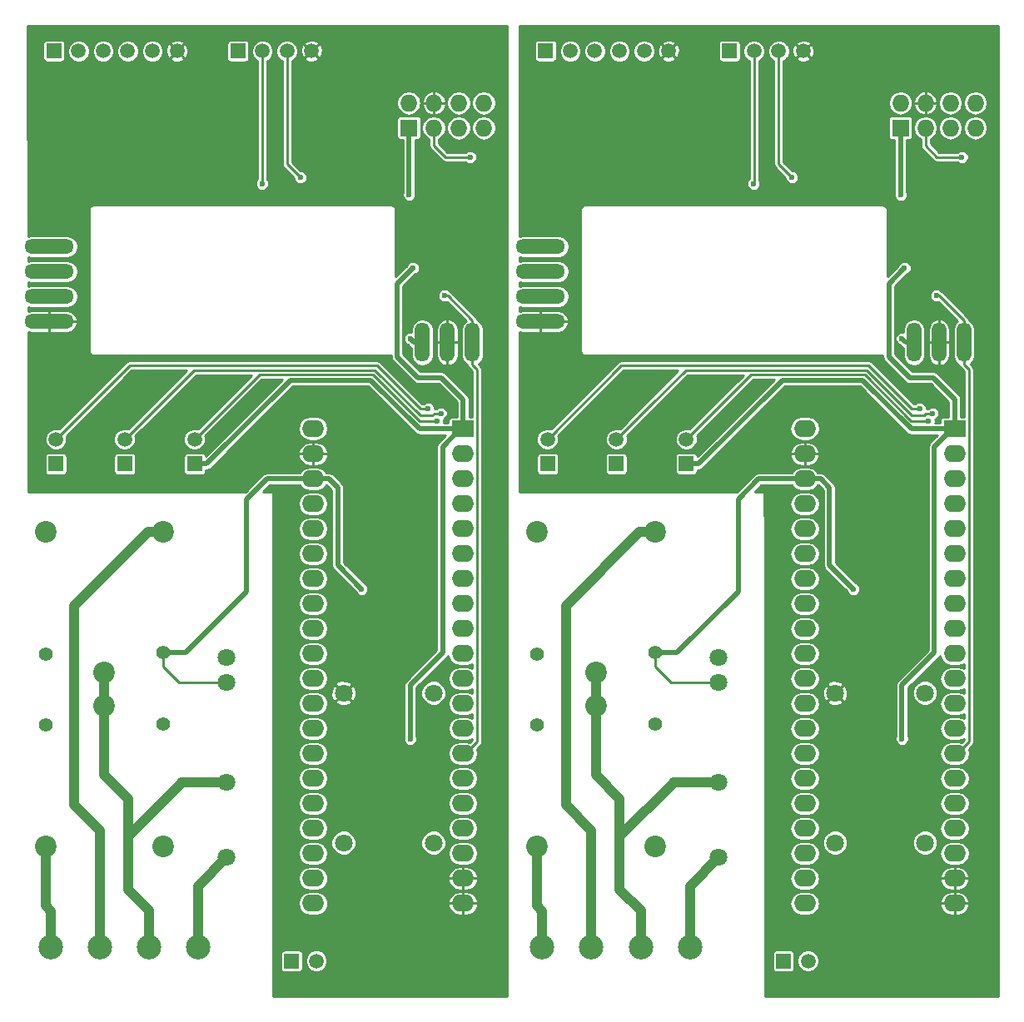
<source format=gbl>
G04 #@! TF.FileFunction,Copper,L2,Bot,Signal*
%FSLAX46Y46*%
G04 Gerber Fmt 4.6, Leading zero omitted, Abs format (unit mm)*
G04 Created by KiCad (PCBNEW 4.0.2-stable) date 12/1/2017 11:51:06 AM*
%MOMM*%
G01*
G04 APERTURE LIST*
%ADD10C,0.100000*%
%ADD11R,2.250000X1.727200*%
%ADD12O,2.250000X1.727200*%
%ADD13O,5.000000X1.500000*%
%ADD14O,1.500000X4.000000*%
%ADD15R,1.500000X1.500000*%
%ADD16C,1.500000*%
%ADD17C,1.800000*%
%ADD18C,2.500000*%
%ADD19C,2.200000*%
%ADD20C,1.400000*%
%ADD21R,1.727200X1.727200*%
%ADD22O,1.727200X1.727200*%
%ADD23C,0.600000*%
%ADD24C,0.500000*%
%ADD25C,0.250000*%
%ADD26C,1.000000*%
%ADD27C,0.254000*%
G04 APERTURE END LIST*
D10*
D11*
X169900000Y-82649200D03*
D12*
X169900000Y-85189200D03*
X169900000Y-87729200D03*
X169900000Y-90269200D03*
X169900000Y-92809200D03*
X169900000Y-95349200D03*
X169900000Y-97889200D03*
X169900000Y-100429200D03*
X169900000Y-102969200D03*
X169900000Y-105509200D03*
X169900000Y-108049200D03*
X169900000Y-110589200D03*
X169900000Y-113129200D03*
X169900000Y-115669200D03*
X169900000Y-118209200D03*
X169900000Y-120749200D03*
X169900000Y-123289200D03*
X169900000Y-125829200D03*
X169900000Y-128369200D03*
X169900000Y-130909200D03*
X154660000Y-130909200D03*
X154660000Y-128369200D03*
X154660000Y-125829200D03*
X154660000Y-123289200D03*
X154660000Y-120749200D03*
X154660000Y-118209200D03*
X154660000Y-115669200D03*
X154660000Y-113129200D03*
X154660000Y-110589200D03*
X154660000Y-108049200D03*
X154660000Y-105509200D03*
X154660000Y-102969200D03*
X154660000Y-100429200D03*
X154660000Y-97889200D03*
X154660000Y-95349200D03*
X154660000Y-92809200D03*
X154660000Y-90269200D03*
X154660000Y-87729200D03*
X154660000Y-85189200D03*
X154660000Y-82598400D03*
D13*
X127800000Y-71700000D03*
X127800000Y-69160000D03*
X127800000Y-66620000D03*
X127800000Y-64080000D03*
D14*
X168313200Y-73837800D03*
X165773200Y-73837800D03*
X170853200Y-73837800D03*
D15*
X152489000Y-136779000D03*
D16*
X154989000Y-136779000D03*
D17*
X166890800Y-124739400D03*
X157746800Y-124739400D03*
X157746800Y-109499400D03*
X166890800Y-109499400D03*
X145885000Y-105918000D03*
X145885000Y-108458000D03*
X145885000Y-126238000D03*
X145885000Y-118618000D03*
D18*
X127971000Y-135382000D03*
X132971000Y-135382000D03*
X142971000Y-135382000D03*
X137971000Y-135382000D03*
D15*
X128500000Y-86200000D03*
D16*
X128500000Y-83700000D03*
D19*
X127439000Y-125072000D03*
X139439000Y-125072000D03*
D20*
X139439000Y-112672000D03*
X127439000Y-112772000D03*
D19*
X133439000Y-110772000D03*
X139439000Y-93114000D03*
X127439000Y-93114000D03*
D20*
X127439000Y-105514000D03*
X139439000Y-105414000D03*
D19*
X133439000Y-107414000D03*
D15*
X142600000Y-86200000D03*
D16*
X142600000Y-83700000D03*
D15*
X135500000Y-86200000D03*
D16*
X135500000Y-83700000D03*
D21*
X164396000Y-52011000D03*
D22*
X164396000Y-49471000D03*
X166936000Y-52011000D03*
X166936000Y-49471000D03*
X169476000Y-52011000D03*
X169476000Y-49471000D03*
X172016000Y-52011000D03*
X172016000Y-49471000D03*
D15*
X147000000Y-44200000D03*
D16*
X149500000Y-44200000D03*
X152000000Y-44200000D03*
X154500000Y-44200000D03*
D15*
X128312000Y-44196000D03*
D16*
X130812000Y-44196000D03*
X133312000Y-44196000D03*
X135812000Y-44196000D03*
X138312000Y-44196000D03*
X140812000Y-44196000D03*
D13*
X77800000Y-71700000D03*
X77800000Y-69160000D03*
X77800000Y-66620000D03*
X77800000Y-64080000D03*
D14*
X118313200Y-73837800D03*
X115773200Y-73837800D03*
X120853200Y-73837800D03*
D19*
X77439000Y-125072000D03*
X89439000Y-125072000D03*
D20*
X89439000Y-112672000D03*
X77439000Y-112772000D03*
D19*
X83439000Y-110772000D03*
X89439000Y-93114000D03*
X77439000Y-93114000D03*
D20*
X77439000Y-105514000D03*
X89439000Y-105414000D03*
D19*
X83439000Y-107414000D03*
D15*
X102489000Y-136779000D03*
D16*
X104989000Y-136779000D03*
D15*
X97000000Y-44200000D03*
D16*
X99500000Y-44200000D03*
X102000000Y-44200000D03*
X104500000Y-44200000D03*
D18*
X77971000Y-135382000D03*
X82971000Y-135382000D03*
X92971000Y-135382000D03*
X87971000Y-135382000D03*
D15*
X78312000Y-44196000D03*
D16*
X80812000Y-44196000D03*
X83312000Y-44196000D03*
X85812000Y-44196000D03*
X88312000Y-44196000D03*
X90812000Y-44196000D03*
D15*
X78500000Y-86200000D03*
D16*
X78500000Y-83700000D03*
D15*
X85500000Y-86200000D03*
D16*
X85500000Y-83700000D03*
D15*
X92600000Y-86200000D03*
D16*
X92600000Y-83700000D03*
D17*
X95885000Y-105918000D03*
X95885000Y-108458000D03*
X95885000Y-126238000D03*
X95885000Y-118618000D03*
D11*
X119900000Y-82649200D03*
D12*
X119900000Y-85189200D03*
X119900000Y-87729200D03*
X119900000Y-90269200D03*
X119900000Y-92809200D03*
X119900000Y-95349200D03*
X119900000Y-97889200D03*
X119900000Y-100429200D03*
X119900000Y-102969200D03*
X119900000Y-105509200D03*
X119900000Y-108049200D03*
X119900000Y-110589200D03*
X119900000Y-113129200D03*
X119900000Y-115669200D03*
X119900000Y-118209200D03*
X119900000Y-120749200D03*
X119900000Y-123289200D03*
X119900000Y-125829200D03*
X119900000Y-128369200D03*
X119900000Y-130909200D03*
X104660000Y-130909200D03*
X104660000Y-128369200D03*
X104660000Y-125829200D03*
X104660000Y-123289200D03*
X104660000Y-120749200D03*
X104660000Y-118209200D03*
X104660000Y-115669200D03*
X104660000Y-113129200D03*
X104660000Y-110589200D03*
X104660000Y-108049200D03*
X104660000Y-105509200D03*
X104660000Y-102969200D03*
X104660000Y-100429200D03*
X104660000Y-97889200D03*
X104660000Y-95349200D03*
X104660000Y-92809200D03*
X104660000Y-90269200D03*
X104660000Y-87729200D03*
X104660000Y-85189200D03*
X104660000Y-82598400D03*
D17*
X116890800Y-124739400D03*
X107746800Y-124739400D03*
X107746800Y-109499400D03*
X116890800Y-109499400D03*
D21*
X114396000Y-52011000D03*
D22*
X114396000Y-49471000D03*
X116936000Y-52011000D03*
X116936000Y-49471000D03*
X119476000Y-52011000D03*
X119476000Y-49471000D03*
X122016000Y-52011000D03*
X122016000Y-49471000D03*
D23*
X126301600Y-69215000D03*
X164554000Y-114173000D03*
X164808000Y-66268600D03*
X164427000Y-58801000D03*
X114808000Y-66268600D03*
X114554000Y-114173000D03*
X114427000Y-58801000D03*
X76301600Y-69215000D03*
X127851000Y-76581000D03*
X145000000Y-86500000D03*
X163919000Y-125095000D03*
X166205000Y-68961000D03*
X116205000Y-68961000D03*
X113919000Y-125095000D03*
X77851000Y-76581000D03*
X95000000Y-86500000D03*
X166357400Y-80594200D03*
X116357400Y-80594200D03*
X167652800Y-81051400D03*
X117652800Y-81051400D03*
X167263140Y-81826302D03*
X117263140Y-81826302D03*
X159601000Y-98933000D03*
X109601000Y-98933000D03*
X126098400Y-64084200D03*
X76098400Y-64084200D03*
X126073000Y-66624200D03*
X76073000Y-66624200D03*
X168033800Y-69088000D03*
X118033800Y-69088000D03*
X149466400Y-57696100D03*
X99466400Y-57696100D03*
X153365300Y-57061100D03*
X103365300Y-57061100D03*
X170650000Y-54991000D03*
X120650000Y-54991000D03*
X164554000Y-73456800D03*
X114554000Y-73456800D03*
D24*
X163207800Y-75285600D02*
X163207800Y-69265800D01*
X165333240Y-77411040D02*
X163207800Y-75285600D01*
X164396000Y-58770000D02*
X164427000Y-58801000D01*
X164396000Y-52011000D02*
X164396000Y-58770000D01*
X163207800Y-67868800D02*
X164808000Y-66268600D01*
X163207800Y-69265800D02*
X163207800Y-67868800D01*
D25*
X127800000Y-69160000D02*
X129550000Y-69160000D01*
X126356600Y-69160000D02*
X127800000Y-69160000D01*
X126301600Y-69215000D02*
X126356600Y-69160000D01*
D24*
X165511040Y-77411040D02*
X165333240Y-77411040D01*
X167704576Y-77411040D02*
X169900000Y-79606464D01*
X165489601Y-82649200D02*
X168275000Y-82649200D01*
X169900000Y-79606464D02*
X169900000Y-82649200D01*
X165511040Y-77411040D02*
X167704576Y-77411040D01*
X160515432Y-77675031D02*
X165489601Y-82649200D01*
X164554000Y-108712000D02*
X164554000Y-114173000D01*
X167856000Y-105410000D02*
X164554000Y-108712000D01*
X142600000Y-86200000D02*
X143850000Y-86200000D01*
X167856000Y-84431800D02*
X167856000Y-105410000D01*
X168275000Y-82649200D02*
X169900000Y-82649200D01*
X169638600Y-82649200D02*
X167856000Y-84431800D01*
X169900000Y-82649200D02*
X169638600Y-82649200D01*
X152374969Y-77675031D02*
X160515432Y-77675031D01*
X143850000Y-86200000D02*
X152374969Y-77675031D01*
X113207800Y-67868800D02*
X114808000Y-66268600D01*
X113207800Y-69265800D02*
X113207800Y-67868800D01*
X113207800Y-75285600D02*
X113207800Y-69265800D01*
X115333240Y-77411040D02*
X113207800Y-75285600D01*
X115511040Y-77411040D02*
X115333240Y-77411040D01*
X118275000Y-82649200D02*
X119900000Y-82649200D01*
X115489601Y-82649200D02*
X118275000Y-82649200D01*
X110515432Y-77675031D02*
X115489601Y-82649200D01*
X93850000Y-86200000D02*
X102374969Y-77675031D01*
X102374969Y-77675031D02*
X110515432Y-77675031D01*
X92600000Y-86200000D02*
X93850000Y-86200000D01*
X114554000Y-108712000D02*
X114554000Y-114173000D01*
X117856000Y-105410000D02*
X114554000Y-108712000D01*
X117856000Y-84431800D02*
X117856000Y-105410000D01*
X119900000Y-82649200D02*
X119638600Y-82649200D01*
X119638600Y-82649200D02*
X117856000Y-84431800D01*
X115511040Y-77411040D02*
X117704576Y-77411040D01*
X119900000Y-79606464D02*
X119900000Y-82649200D01*
X117704576Y-77411040D02*
X119900000Y-79606464D01*
X114396000Y-52011000D02*
X114396000Y-58770000D01*
X114396000Y-58770000D02*
X114427000Y-58801000D01*
D25*
X76301600Y-69215000D02*
X76356600Y-69160000D01*
X76356600Y-69160000D02*
X77800000Y-69160000D01*
X77800000Y-69160000D02*
X79550000Y-69160000D01*
X160566200Y-76200000D02*
X136000000Y-76200000D01*
X160566200Y-76200000D02*
X161150400Y-76200000D01*
X161150400Y-76200000D02*
X165544600Y-80594200D01*
X136000000Y-76200000D02*
X128500000Y-83700000D01*
X165544600Y-80594200D02*
X166357400Y-80594200D01*
X115544600Y-80594200D02*
X116357400Y-80594200D01*
X111150400Y-76200000D02*
X115544600Y-80594200D01*
X110566200Y-76200000D02*
X86000000Y-76200000D01*
X110566200Y-76200000D02*
X111150400Y-76200000D01*
X86000000Y-76200000D02*
X78500000Y-83700000D01*
X142549990Y-76650010D02*
X139154000Y-80046000D01*
X160464600Y-76650010D02*
X142549990Y-76650010D01*
X160464600Y-76650010D02*
X160940010Y-76650010D01*
X160940010Y-76650010D02*
X165544600Y-81254600D01*
X139154000Y-80046000D02*
X135500000Y-83700000D01*
X166992400Y-81051400D02*
X167652800Y-81051400D01*
X166789200Y-81254600D02*
X166992400Y-81051400D01*
X165544600Y-81254600D02*
X166789200Y-81254600D01*
X115544600Y-81254600D02*
X116789200Y-81254600D01*
X116789200Y-81254600D02*
X116992400Y-81051400D01*
X116992400Y-81051400D02*
X117652800Y-81051400D01*
X110464600Y-76650010D02*
X92549990Y-76650010D01*
X110464600Y-76650010D02*
X110940010Y-76650010D01*
X110940010Y-76650010D02*
X115544600Y-81254600D01*
X89154000Y-80046000D02*
X85500000Y-83700000D01*
X92549990Y-76650010D02*
X89154000Y-80046000D01*
X149199980Y-77100020D02*
X160753609Y-77100020D01*
X142600000Y-83700000D02*
X149199980Y-77100020D01*
X160753609Y-77100020D02*
X165479891Y-81826302D01*
X166838876Y-81826302D02*
X167263140Y-81826302D01*
X165479891Y-81826302D02*
X166838876Y-81826302D01*
X116838876Y-81826302D02*
X117263140Y-81826302D01*
X110753609Y-77100020D02*
X115479891Y-81826302D01*
X99199980Y-77100020D02*
X110753609Y-77100020D01*
X92600000Y-83700000D02*
X99199980Y-77100020D01*
X115479891Y-81826302D02*
X116838876Y-81826302D01*
D24*
X154660000Y-87729200D02*
X149976800Y-87729200D01*
X147917000Y-99187000D02*
X141690000Y-105414000D01*
X156285000Y-87729200D02*
X157188000Y-88632200D01*
X154660000Y-87729200D02*
X156285000Y-87729200D01*
X141690000Y-105414000D02*
X139439000Y-105414000D01*
D25*
X141059000Y-108458000D02*
X145885000Y-108458000D01*
X139439000Y-106838000D02*
X141059000Y-108458000D01*
X139439000Y-105414000D02*
X139439000Y-106838000D01*
D24*
X157188000Y-88632200D02*
X157188000Y-96520000D01*
X157188000Y-96520000D02*
X159601000Y-98933000D01*
X147917000Y-89789000D02*
X147917000Y-99187000D01*
X149976800Y-87729200D02*
X147917000Y-89789000D01*
X107188000Y-96520000D02*
X109601000Y-98933000D01*
X107188000Y-88632200D02*
X107188000Y-96520000D01*
X104660000Y-87729200D02*
X106285000Y-87729200D01*
X106285000Y-87729200D02*
X107188000Y-88632200D01*
D25*
X89439000Y-105414000D02*
X89439000Y-106838000D01*
X91059000Y-108458000D02*
X95885000Y-108458000D01*
X89439000Y-106838000D02*
X91059000Y-108458000D01*
D24*
X104660000Y-87729200D02*
X99976800Y-87729200D01*
X91690000Y-105414000D02*
X89439000Y-105414000D01*
X99976800Y-87729200D02*
X97917000Y-89789000D01*
X97917000Y-89789000D02*
X97917000Y-99187000D01*
X97917000Y-99187000D02*
X91690000Y-105414000D01*
D26*
X130391000Y-100606366D02*
X130391000Y-120904000D01*
X130391000Y-120904000D02*
X132971000Y-123484000D01*
X132971000Y-123484000D02*
X132971000Y-135382000D01*
X137883366Y-93114000D02*
X130391000Y-100606366D01*
X139439000Y-93114000D02*
X137883366Y-93114000D01*
X80391000Y-120904000D02*
X82971000Y-123484000D01*
X82971000Y-123484000D02*
X82971000Y-135382000D01*
X80391000Y-100606366D02*
X80391000Y-120904000D01*
X89439000Y-93114000D02*
X87883366Y-93114000D01*
X87883366Y-93114000D02*
X80391000Y-100606366D01*
X133439000Y-110772000D02*
X133439000Y-117856000D01*
X133439000Y-110772000D02*
X133439000Y-107414000D01*
X141285000Y-118646000D02*
X135852000Y-124079000D01*
X141285000Y-118618000D02*
X145885000Y-118618000D01*
X141285000Y-118618000D02*
X141285000Y-118646000D01*
X135852000Y-124079000D02*
X135852000Y-124587000D01*
X135852000Y-120269000D02*
X135852000Y-124587000D01*
X133439000Y-117856000D02*
X135852000Y-120269000D01*
X135852000Y-124587000D02*
X135852000Y-129540000D01*
X137971000Y-135382000D02*
X137971000Y-131659000D01*
X137971000Y-131659000D02*
X135852000Y-129540000D01*
X85852000Y-124079000D02*
X85852000Y-124587000D01*
X85852000Y-124587000D02*
X85852000Y-129540000D01*
X83439000Y-117856000D02*
X85852000Y-120269000D01*
X85852000Y-120269000D02*
X85852000Y-124587000D01*
X83439000Y-110772000D02*
X83439000Y-117856000D01*
X87971000Y-135382000D02*
X87971000Y-131659000D01*
X87971000Y-131659000D02*
X85852000Y-129540000D01*
X91285000Y-118618000D02*
X91285000Y-118646000D01*
X91285000Y-118646000D02*
X85852000Y-124079000D01*
X91285000Y-118618000D02*
X95885000Y-118618000D01*
X83439000Y-110772000D02*
X83439000Y-107414000D01*
X127439000Y-125072000D02*
X127439000Y-131160000D01*
X127971000Y-131692000D02*
X127971000Y-135382000D01*
X127439000Y-131160000D02*
X127971000Y-131692000D01*
X77439000Y-131160000D02*
X77971000Y-131692000D01*
X77971000Y-131692000D02*
X77971000Y-135382000D01*
X77439000Y-125072000D02*
X77439000Y-131160000D01*
D25*
X126102600Y-64080000D02*
X127800000Y-64080000D01*
X126098400Y-64084200D02*
X126102600Y-64080000D01*
X76098400Y-64084200D02*
X76102600Y-64080000D01*
X76102600Y-64080000D02*
X77800000Y-64080000D01*
X126081500Y-66620000D02*
X127800000Y-66620000D01*
X126077200Y-66620000D02*
X127800000Y-66620000D01*
X126073000Y-66624200D02*
X126077200Y-66620000D01*
X76073000Y-66624200D02*
X76077200Y-66620000D01*
X76077200Y-66620000D02*
X77800000Y-66620000D01*
X76081500Y-66620000D02*
X77800000Y-66620000D01*
X170853200Y-73837800D02*
X170853200Y-71587800D01*
X171350010Y-76584610D02*
X171350010Y-77978000D01*
X170853200Y-76087800D02*
X171350010Y-76584610D01*
X170853200Y-73837800D02*
X170853200Y-76087800D01*
X170853200Y-71587800D02*
X168353400Y-69088000D01*
X168353400Y-69088000D02*
X168033800Y-69088000D01*
X171350010Y-77978000D02*
X171350010Y-114480590D01*
X171350010Y-114480590D02*
X170161400Y-115669200D01*
X170161400Y-115669200D02*
X169900000Y-115669200D01*
X118353400Y-69088000D02*
X118033800Y-69088000D01*
X120853200Y-73837800D02*
X120853200Y-71587800D01*
X120853200Y-71587800D02*
X118353400Y-69088000D01*
X121350010Y-77978000D02*
X121350010Y-114480590D01*
X121350010Y-76584610D02*
X121350010Y-77978000D01*
X120853200Y-73837800D02*
X120853200Y-76087800D01*
X120853200Y-76087800D02*
X121350010Y-76584610D01*
X121350010Y-114480590D02*
X120161400Y-115669200D01*
X120161400Y-115669200D02*
X119900000Y-115669200D01*
X149466400Y-57696100D02*
X149500000Y-57662500D01*
X149500000Y-57662500D02*
X149500000Y-44200000D01*
X99500000Y-57662500D02*
X99500000Y-44200000D01*
X99466400Y-57696100D02*
X99500000Y-57662500D01*
X153365300Y-57061100D02*
X152000000Y-55695800D01*
X152000000Y-55695800D02*
X152000000Y-44200000D01*
X102000000Y-55695800D02*
X102000000Y-44200000D01*
X103365300Y-57061100D02*
X102000000Y-55695800D01*
D26*
X142971000Y-129152000D02*
X145885000Y-126238000D01*
X142971000Y-135382000D02*
X142971000Y-129152000D01*
X92971000Y-135382000D02*
X92971000Y-129152000D01*
X92971000Y-129152000D02*
X95885000Y-126238000D01*
D25*
X166936000Y-53817000D02*
X168110000Y-54991000D01*
X166936000Y-52011000D02*
X166936000Y-53817000D01*
X168110000Y-54991000D02*
X170650000Y-54991000D01*
X116936000Y-52011000D02*
X116936000Y-53817000D01*
X118110000Y-54991000D02*
X120650000Y-54991000D01*
X116936000Y-53817000D02*
X118110000Y-54991000D01*
D24*
X165773200Y-73837800D02*
X164935000Y-73837800D01*
X164935000Y-73837800D02*
X164554000Y-73456800D01*
X114935000Y-73837800D02*
X114554000Y-73456800D01*
X115773200Y-73837800D02*
X114935000Y-73837800D01*
D27*
G36*
X124373000Y-140373000D02*
X100626894Y-140373000D01*
X100623257Y-136029000D01*
X101350536Y-136029000D01*
X101350536Y-137529000D01*
X101377103Y-137670190D01*
X101460546Y-137799865D01*
X101587866Y-137886859D01*
X101739000Y-137917464D01*
X103239000Y-137917464D01*
X103380190Y-137890897D01*
X103509865Y-137807454D01*
X103596859Y-137680134D01*
X103627464Y-137529000D01*
X103627464Y-137002983D01*
X103857804Y-137002983D01*
X104029625Y-137418823D01*
X104347503Y-137737256D01*
X104763043Y-137909804D01*
X105212983Y-137910196D01*
X105628823Y-137738375D01*
X105947256Y-137420497D01*
X106119804Y-137004957D01*
X106120196Y-136555017D01*
X105948375Y-136139177D01*
X105630497Y-135820744D01*
X105214957Y-135648196D01*
X104765017Y-135647804D01*
X104349177Y-135819625D01*
X104030744Y-136137503D01*
X103858196Y-136553043D01*
X103857804Y-137002983D01*
X103627464Y-137002983D01*
X103627464Y-136029000D01*
X103600897Y-135887810D01*
X103517454Y-135758135D01*
X103390134Y-135671141D01*
X103239000Y-135640536D01*
X101739000Y-135640536D01*
X101597810Y-135667103D01*
X101468135Y-135750546D01*
X101381141Y-135877866D01*
X101350536Y-136029000D01*
X100623257Y-136029000D01*
X100618970Y-130909200D01*
X103124496Y-130909200D01*
X103219236Y-131385488D01*
X103489031Y-131789265D01*
X103892808Y-132059060D01*
X104369096Y-132153800D01*
X104950904Y-132153800D01*
X105427192Y-132059060D01*
X105830969Y-131789265D01*
X106100764Y-131385488D01*
X106156677Y-131104392D01*
X118409401Y-131104392D01*
X118488548Y-131385025D01*
X118758181Y-131788911D01*
X119161850Y-132058869D01*
X119638100Y-132153800D01*
X119899500Y-132153800D01*
X119899500Y-130909700D01*
X119900500Y-130909700D01*
X119900500Y-132153800D01*
X120161900Y-132153800D01*
X120638150Y-132058869D01*
X121041819Y-131788911D01*
X121311452Y-131385025D01*
X121390599Y-131104392D01*
X121310750Y-130909700D01*
X119900500Y-130909700D01*
X119899500Y-130909700D01*
X118489250Y-130909700D01*
X118409401Y-131104392D01*
X106156677Y-131104392D01*
X106195504Y-130909200D01*
X106156678Y-130714008D01*
X118409401Y-130714008D01*
X118489250Y-130908700D01*
X119899500Y-130908700D01*
X119899500Y-129664600D01*
X119900500Y-129664600D01*
X119900500Y-130908700D01*
X121310750Y-130908700D01*
X121390599Y-130714008D01*
X121311452Y-130433375D01*
X121041819Y-130029489D01*
X120638150Y-129759531D01*
X120161900Y-129664600D01*
X119900500Y-129664600D01*
X119899500Y-129664600D01*
X119638100Y-129664600D01*
X119161850Y-129759531D01*
X118758181Y-130029489D01*
X118488548Y-130433375D01*
X118409401Y-130714008D01*
X106156678Y-130714008D01*
X106100764Y-130432912D01*
X105830969Y-130029135D01*
X105427192Y-129759340D01*
X104950904Y-129664600D01*
X104369096Y-129664600D01*
X103892808Y-129759340D01*
X103489031Y-130029135D01*
X103219236Y-130432912D01*
X103124496Y-130909200D01*
X100618970Y-130909200D01*
X100616843Y-128369200D01*
X103124496Y-128369200D01*
X103219236Y-128845488D01*
X103489031Y-129249265D01*
X103892808Y-129519060D01*
X104369096Y-129613800D01*
X104950904Y-129613800D01*
X105427192Y-129519060D01*
X105830969Y-129249265D01*
X106100764Y-128845488D01*
X106156677Y-128564392D01*
X118409401Y-128564392D01*
X118488548Y-128845025D01*
X118758181Y-129248911D01*
X119161850Y-129518869D01*
X119638100Y-129613800D01*
X119899500Y-129613800D01*
X119899500Y-128369700D01*
X119900500Y-128369700D01*
X119900500Y-129613800D01*
X120161900Y-129613800D01*
X120638150Y-129518869D01*
X121041819Y-129248911D01*
X121311452Y-128845025D01*
X121390599Y-128564392D01*
X121310750Y-128369700D01*
X119900500Y-128369700D01*
X119899500Y-128369700D01*
X118489250Y-128369700D01*
X118409401Y-128564392D01*
X106156677Y-128564392D01*
X106195504Y-128369200D01*
X106156678Y-128174008D01*
X118409401Y-128174008D01*
X118489250Y-128368700D01*
X119899500Y-128368700D01*
X119899500Y-127124600D01*
X119900500Y-127124600D01*
X119900500Y-128368700D01*
X121310750Y-128368700D01*
X121390599Y-128174008D01*
X121311452Y-127893375D01*
X121041819Y-127489489D01*
X120638150Y-127219531D01*
X120161900Y-127124600D01*
X119900500Y-127124600D01*
X119899500Y-127124600D01*
X119638100Y-127124600D01*
X119161850Y-127219531D01*
X118758181Y-127489489D01*
X118488548Y-127893375D01*
X118409401Y-128174008D01*
X106156678Y-128174008D01*
X106100764Y-127892912D01*
X105830969Y-127489135D01*
X105427192Y-127219340D01*
X104950904Y-127124600D01*
X104369096Y-127124600D01*
X103892808Y-127219340D01*
X103489031Y-127489135D01*
X103219236Y-127892912D01*
X103124496Y-128369200D01*
X100616843Y-128369200D01*
X100614716Y-125829200D01*
X103124496Y-125829200D01*
X103219236Y-126305488D01*
X103489031Y-126709265D01*
X103892808Y-126979060D01*
X104369096Y-127073800D01*
X104950904Y-127073800D01*
X105427192Y-126979060D01*
X105830969Y-126709265D01*
X106100764Y-126305488D01*
X106195504Y-125829200D01*
X106100764Y-125352912D01*
X105860339Y-124993089D01*
X106465578Y-124993089D01*
X106660188Y-125464080D01*
X107020225Y-125824745D01*
X107490876Y-126020177D01*
X108000489Y-126020622D01*
X108471480Y-125826012D01*
X108832145Y-125465975D01*
X109027577Y-124995324D01*
X109027578Y-124993089D01*
X115609578Y-124993089D01*
X115804188Y-125464080D01*
X116164225Y-125824745D01*
X116634876Y-126020177D01*
X117144489Y-126020622D01*
X117607764Y-125829200D01*
X118364496Y-125829200D01*
X118459236Y-126305488D01*
X118729031Y-126709265D01*
X119132808Y-126979060D01*
X119609096Y-127073800D01*
X120190904Y-127073800D01*
X120667192Y-126979060D01*
X121070969Y-126709265D01*
X121340764Y-126305488D01*
X121435504Y-125829200D01*
X121340764Y-125352912D01*
X121070969Y-124949135D01*
X120667192Y-124679340D01*
X120190904Y-124584600D01*
X119609096Y-124584600D01*
X119132808Y-124679340D01*
X118729031Y-124949135D01*
X118459236Y-125352912D01*
X118364496Y-125829200D01*
X117607764Y-125829200D01*
X117615480Y-125826012D01*
X117976145Y-125465975D01*
X118171577Y-124995324D01*
X118172022Y-124485711D01*
X117977412Y-124014720D01*
X117617375Y-123654055D01*
X117146724Y-123458623D01*
X116637111Y-123458178D01*
X116166120Y-123652788D01*
X115805455Y-124012825D01*
X115610023Y-124483476D01*
X115609578Y-124993089D01*
X109027578Y-124993089D01*
X109028022Y-124485711D01*
X108833412Y-124014720D01*
X108473375Y-123654055D01*
X108002724Y-123458623D01*
X107493111Y-123458178D01*
X107022120Y-123652788D01*
X106661455Y-124012825D01*
X106466023Y-124483476D01*
X106465578Y-124993089D01*
X105860339Y-124993089D01*
X105830969Y-124949135D01*
X105427192Y-124679340D01*
X104950904Y-124584600D01*
X104369096Y-124584600D01*
X103892808Y-124679340D01*
X103489031Y-124949135D01*
X103219236Y-125352912D01*
X103124496Y-125829200D01*
X100614716Y-125829200D01*
X100612589Y-123289200D01*
X103124496Y-123289200D01*
X103219236Y-123765488D01*
X103489031Y-124169265D01*
X103892808Y-124439060D01*
X104369096Y-124533800D01*
X104950904Y-124533800D01*
X105427192Y-124439060D01*
X105830969Y-124169265D01*
X106100764Y-123765488D01*
X106195504Y-123289200D01*
X118364496Y-123289200D01*
X118459236Y-123765488D01*
X118729031Y-124169265D01*
X119132808Y-124439060D01*
X119609096Y-124533800D01*
X120190904Y-124533800D01*
X120667192Y-124439060D01*
X121070969Y-124169265D01*
X121340764Y-123765488D01*
X121435504Y-123289200D01*
X121340764Y-122812912D01*
X121070969Y-122409135D01*
X120667192Y-122139340D01*
X120190904Y-122044600D01*
X119609096Y-122044600D01*
X119132808Y-122139340D01*
X118729031Y-122409135D01*
X118459236Y-122812912D01*
X118364496Y-123289200D01*
X106195504Y-123289200D01*
X106100764Y-122812912D01*
X105830969Y-122409135D01*
X105427192Y-122139340D01*
X104950904Y-122044600D01*
X104369096Y-122044600D01*
X103892808Y-122139340D01*
X103489031Y-122409135D01*
X103219236Y-122812912D01*
X103124496Y-123289200D01*
X100612589Y-123289200D01*
X100610462Y-120749200D01*
X103124496Y-120749200D01*
X103219236Y-121225488D01*
X103489031Y-121629265D01*
X103892808Y-121899060D01*
X104369096Y-121993800D01*
X104950904Y-121993800D01*
X105427192Y-121899060D01*
X105830969Y-121629265D01*
X106100764Y-121225488D01*
X106195504Y-120749200D01*
X118364496Y-120749200D01*
X118459236Y-121225488D01*
X118729031Y-121629265D01*
X119132808Y-121899060D01*
X119609096Y-121993800D01*
X120190904Y-121993800D01*
X120667192Y-121899060D01*
X121070969Y-121629265D01*
X121340764Y-121225488D01*
X121435504Y-120749200D01*
X121340764Y-120272912D01*
X121070969Y-119869135D01*
X120667192Y-119599340D01*
X120190904Y-119504600D01*
X119609096Y-119504600D01*
X119132808Y-119599340D01*
X118729031Y-119869135D01*
X118459236Y-120272912D01*
X118364496Y-120749200D01*
X106195504Y-120749200D01*
X106100764Y-120272912D01*
X105830969Y-119869135D01*
X105427192Y-119599340D01*
X104950904Y-119504600D01*
X104369096Y-119504600D01*
X103892808Y-119599340D01*
X103489031Y-119869135D01*
X103219236Y-120272912D01*
X103124496Y-120749200D01*
X100610462Y-120749200D01*
X100608335Y-118209200D01*
X103124496Y-118209200D01*
X103219236Y-118685488D01*
X103489031Y-119089265D01*
X103892808Y-119359060D01*
X104369096Y-119453800D01*
X104950904Y-119453800D01*
X105427192Y-119359060D01*
X105830969Y-119089265D01*
X106100764Y-118685488D01*
X106195504Y-118209200D01*
X118364496Y-118209200D01*
X118459236Y-118685488D01*
X118729031Y-119089265D01*
X119132808Y-119359060D01*
X119609096Y-119453800D01*
X120190904Y-119453800D01*
X120667192Y-119359060D01*
X121070969Y-119089265D01*
X121340764Y-118685488D01*
X121435504Y-118209200D01*
X121340764Y-117732912D01*
X121070969Y-117329135D01*
X120667192Y-117059340D01*
X120190904Y-116964600D01*
X119609096Y-116964600D01*
X119132808Y-117059340D01*
X118729031Y-117329135D01*
X118459236Y-117732912D01*
X118364496Y-118209200D01*
X106195504Y-118209200D01*
X106100764Y-117732912D01*
X105830969Y-117329135D01*
X105427192Y-117059340D01*
X104950904Y-116964600D01*
X104369096Y-116964600D01*
X103892808Y-117059340D01*
X103489031Y-117329135D01*
X103219236Y-117732912D01*
X103124496Y-118209200D01*
X100608335Y-118209200D01*
X100606208Y-115669200D01*
X103124496Y-115669200D01*
X103219236Y-116145488D01*
X103489031Y-116549265D01*
X103892808Y-116819060D01*
X104369096Y-116913800D01*
X104950904Y-116913800D01*
X105427192Y-116819060D01*
X105830969Y-116549265D01*
X106100764Y-116145488D01*
X106195504Y-115669200D01*
X106100764Y-115192912D01*
X105830969Y-114789135D01*
X105427192Y-114519340D01*
X104950904Y-114424600D01*
X104369096Y-114424600D01*
X103892808Y-114519340D01*
X103489031Y-114789135D01*
X103219236Y-115192912D01*
X103124496Y-115669200D01*
X100606208Y-115669200D01*
X100604081Y-113129200D01*
X103124496Y-113129200D01*
X103219236Y-113605488D01*
X103489031Y-114009265D01*
X103892808Y-114279060D01*
X104369096Y-114373800D01*
X104950904Y-114373800D01*
X105427192Y-114279060D01*
X105830969Y-114009265D01*
X106100764Y-113605488D01*
X106195504Y-113129200D01*
X106100764Y-112652912D01*
X105830969Y-112249135D01*
X105427192Y-111979340D01*
X104950904Y-111884600D01*
X104369096Y-111884600D01*
X103892808Y-111979340D01*
X103489031Y-112249135D01*
X103219236Y-112652912D01*
X103124496Y-113129200D01*
X100604081Y-113129200D01*
X100601954Y-110589200D01*
X103124496Y-110589200D01*
X103219236Y-111065488D01*
X103489031Y-111469265D01*
X103892808Y-111739060D01*
X104369096Y-111833800D01*
X104950904Y-111833800D01*
X105427192Y-111739060D01*
X105830969Y-111469265D01*
X106100764Y-111065488D01*
X106195504Y-110589200D01*
X106149108Y-110355951D01*
X106890956Y-110355951D01*
X106979500Y-110556348D01*
X107442384Y-110769526D01*
X107951612Y-110789338D01*
X108429660Y-110612769D01*
X108514100Y-110556348D01*
X108602644Y-110355951D01*
X107746800Y-109500107D01*
X106890956Y-110355951D01*
X106149108Y-110355951D01*
X106100764Y-110112912D01*
X105830969Y-109709135D01*
X105823602Y-109704212D01*
X106456862Y-109704212D01*
X106633431Y-110182260D01*
X106689852Y-110266700D01*
X106890249Y-110355244D01*
X107746093Y-109499400D01*
X107747507Y-109499400D01*
X108603351Y-110355244D01*
X108803748Y-110266700D01*
X109016926Y-109803816D01*
X109036738Y-109294588D01*
X108860169Y-108816540D01*
X108803748Y-108732100D01*
X108603351Y-108643556D01*
X107747507Y-109499400D01*
X107746093Y-109499400D01*
X106890249Y-108643556D01*
X106689852Y-108732100D01*
X106476674Y-109194984D01*
X106456862Y-109704212D01*
X105823602Y-109704212D01*
X105427192Y-109439340D01*
X104950904Y-109344600D01*
X104369096Y-109344600D01*
X103892808Y-109439340D01*
X103489031Y-109709135D01*
X103219236Y-110112912D01*
X103124496Y-110589200D01*
X100601954Y-110589200D01*
X100599827Y-108049200D01*
X103124496Y-108049200D01*
X103219236Y-108525488D01*
X103489031Y-108929265D01*
X103892808Y-109199060D01*
X104369096Y-109293800D01*
X104950904Y-109293800D01*
X105427192Y-109199060D01*
X105830969Y-108929265D01*
X106022345Y-108642849D01*
X106890956Y-108642849D01*
X107746800Y-109498693D01*
X108602644Y-108642849D01*
X108514100Y-108442452D01*
X108051216Y-108229274D01*
X107541988Y-108209462D01*
X107063940Y-108386031D01*
X106979500Y-108442452D01*
X106890956Y-108642849D01*
X106022345Y-108642849D01*
X106100764Y-108525488D01*
X106195504Y-108049200D01*
X106100764Y-107572912D01*
X105830969Y-107169135D01*
X105427192Y-106899340D01*
X104950904Y-106804600D01*
X104369096Y-106804600D01*
X103892808Y-106899340D01*
X103489031Y-107169135D01*
X103219236Y-107572912D01*
X103124496Y-108049200D01*
X100599827Y-108049200D01*
X100597700Y-105509200D01*
X103124496Y-105509200D01*
X103219236Y-105985488D01*
X103489031Y-106389265D01*
X103892808Y-106659060D01*
X104369096Y-106753800D01*
X104950904Y-106753800D01*
X105427192Y-106659060D01*
X105830969Y-106389265D01*
X106100764Y-105985488D01*
X106195504Y-105509200D01*
X106100764Y-105032912D01*
X105830969Y-104629135D01*
X105427192Y-104359340D01*
X104950904Y-104264600D01*
X104369096Y-104264600D01*
X103892808Y-104359340D01*
X103489031Y-104629135D01*
X103219236Y-105032912D01*
X103124496Y-105509200D01*
X100597700Y-105509200D01*
X100595573Y-102969200D01*
X103124496Y-102969200D01*
X103219236Y-103445488D01*
X103489031Y-103849265D01*
X103892808Y-104119060D01*
X104369096Y-104213800D01*
X104950904Y-104213800D01*
X105427192Y-104119060D01*
X105830969Y-103849265D01*
X106100764Y-103445488D01*
X106195504Y-102969200D01*
X106100764Y-102492912D01*
X105830969Y-102089135D01*
X105427192Y-101819340D01*
X104950904Y-101724600D01*
X104369096Y-101724600D01*
X103892808Y-101819340D01*
X103489031Y-102089135D01*
X103219236Y-102492912D01*
X103124496Y-102969200D01*
X100595573Y-102969200D01*
X100593446Y-100429200D01*
X103124496Y-100429200D01*
X103219236Y-100905488D01*
X103489031Y-101309265D01*
X103892808Y-101579060D01*
X104369096Y-101673800D01*
X104950904Y-101673800D01*
X105427192Y-101579060D01*
X105830969Y-101309265D01*
X106100764Y-100905488D01*
X106195504Y-100429200D01*
X106100764Y-99952912D01*
X105830969Y-99549135D01*
X105427192Y-99279340D01*
X104950904Y-99184600D01*
X104369096Y-99184600D01*
X103892808Y-99279340D01*
X103489031Y-99549135D01*
X103219236Y-99952912D01*
X103124496Y-100429200D01*
X100593446Y-100429200D01*
X100591319Y-97889200D01*
X103124496Y-97889200D01*
X103219236Y-98365488D01*
X103489031Y-98769265D01*
X103892808Y-99039060D01*
X104369096Y-99133800D01*
X104950904Y-99133800D01*
X105427192Y-99039060D01*
X105830969Y-98769265D01*
X106100764Y-98365488D01*
X106195504Y-97889200D01*
X106100764Y-97412912D01*
X105830969Y-97009135D01*
X105427192Y-96739340D01*
X104950904Y-96644600D01*
X104369096Y-96644600D01*
X103892808Y-96739340D01*
X103489031Y-97009135D01*
X103219236Y-97412912D01*
X103124496Y-97889200D01*
X100591319Y-97889200D01*
X100589191Y-95349200D01*
X103124496Y-95349200D01*
X103219236Y-95825488D01*
X103489031Y-96229265D01*
X103892808Y-96499060D01*
X104369096Y-96593800D01*
X104950904Y-96593800D01*
X105427192Y-96499060D01*
X105830969Y-96229265D01*
X106100764Y-95825488D01*
X106195504Y-95349200D01*
X106100764Y-94872912D01*
X105830969Y-94469135D01*
X105427192Y-94199340D01*
X104950904Y-94104600D01*
X104369096Y-94104600D01*
X103892808Y-94199340D01*
X103489031Y-94469135D01*
X103219236Y-94872912D01*
X103124496Y-95349200D01*
X100589191Y-95349200D01*
X100587063Y-92809200D01*
X103124496Y-92809200D01*
X103219236Y-93285488D01*
X103489031Y-93689265D01*
X103892808Y-93959060D01*
X104369096Y-94053800D01*
X104950904Y-94053800D01*
X105427192Y-93959060D01*
X105830969Y-93689265D01*
X106100764Y-93285488D01*
X106195504Y-92809200D01*
X106100764Y-92332912D01*
X105830969Y-91929135D01*
X105427192Y-91659340D01*
X104950904Y-91564600D01*
X104369096Y-91564600D01*
X103892808Y-91659340D01*
X103489031Y-91929135D01*
X103219236Y-92332912D01*
X103124496Y-92809200D01*
X100587063Y-92809200D01*
X100584935Y-90269200D01*
X103124496Y-90269200D01*
X103219236Y-90745488D01*
X103489031Y-91149265D01*
X103892808Y-91419060D01*
X104369096Y-91513800D01*
X104950904Y-91513800D01*
X105427192Y-91419060D01*
X105830969Y-91149265D01*
X106100764Y-90745488D01*
X106195504Y-90269200D01*
X106100764Y-89792912D01*
X105830969Y-89389135D01*
X105427192Y-89119340D01*
X104950904Y-89024600D01*
X104369096Y-89024600D01*
X103892808Y-89119340D01*
X103489031Y-89389135D01*
X103219236Y-89792912D01*
X103124496Y-90269200D01*
X100584935Y-90269200D01*
X100584000Y-89153894D01*
X100573953Y-89104492D01*
X100545477Y-89062891D01*
X100503060Y-89035647D01*
X100457000Y-89027000D01*
X99571368Y-89027000D01*
X100238168Y-88360200D01*
X103322611Y-88360200D01*
X103489031Y-88609265D01*
X103892808Y-88879060D01*
X104369096Y-88973800D01*
X104950904Y-88973800D01*
X105427192Y-88879060D01*
X105830969Y-88609265D01*
X105997389Y-88360200D01*
X106023632Y-88360200D01*
X106557000Y-88893568D01*
X106557000Y-96520000D01*
X106605032Y-96761473D01*
X106741816Y-96966184D01*
X108973667Y-99198036D01*
X109023339Y-99318252D01*
X109214741Y-99509987D01*
X109464946Y-99613882D01*
X109735865Y-99614118D01*
X109986252Y-99510661D01*
X110177987Y-99319259D01*
X110281882Y-99069054D01*
X110282118Y-98798135D01*
X110178661Y-98547748D01*
X109987259Y-98356013D01*
X109866052Y-98305683D01*
X107819000Y-96258632D01*
X107819000Y-88632200D01*
X107770968Y-88390727D01*
X107634184Y-88186016D01*
X106731184Y-87283016D01*
X106526473Y-87146232D01*
X106285000Y-87098200D01*
X105997389Y-87098200D01*
X105830969Y-86849135D01*
X105427192Y-86579340D01*
X104950904Y-86484600D01*
X104369096Y-86484600D01*
X103892808Y-86579340D01*
X103489031Y-86849135D01*
X103322611Y-87098200D01*
X99976800Y-87098200D01*
X99735327Y-87146232D01*
X99530616Y-87283016D01*
X97786632Y-89027000D01*
X75691827Y-89027000D01*
X75686948Y-85450000D01*
X77361536Y-85450000D01*
X77361536Y-86950000D01*
X77388103Y-87091190D01*
X77471546Y-87220865D01*
X77598866Y-87307859D01*
X77750000Y-87338464D01*
X79250000Y-87338464D01*
X79391190Y-87311897D01*
X79520865Y-87228454D01*
X79607859Y-87101134D01*
X79638464Y-86950000D01*
X79638464Y-85450000D01*
X84361536Y-85450000D01*
X84361536Y-86950000D01*
X84388103Y-87091190D01*
X84471546Y-87220865D01*
X84598866Y-87307859D01*
X84750000Y-87338464D01*
X86250000Y-87338464D01*
X86391190Y-87311897D01*
X86520865Y-87228454D01*
X86607859Y-87101134D01*
X86638464Y-86950000D01*
X86638464Y-85450000D01*
X86611897Y-85308810D01*
X86528454Y-85179135D01*
X86401134Y-85092141D01*
X86250000Y-85061536D01*
X84750000Y-85061536D01*
X84608810Y-85088103D01*
X84479135Y-85171546D01*
X84392141Y-85298866D01*
X84361536Y-85450000D01*
X79638464Y-85450000D01*
X79611897Y-85308810D01*
X79528454Y-85179135D01*
X79401134Y-85092141D01*
X79250000Y-85061536D01*
X77750000Y-85061536D01*
X77608810Y-85088103D01*
X77479135Y-85171546D01*
X77392141Y-85298866D01*
X77361536Y-85450000D01*
X75686948Y-85450000D01*
X75684867Y-83923983D01*
X77368804Y-83923983D01*
X77540625Y-84339823D01*
X77858503Y-84658256D01*
X78274043Y-84830804D01*
X78723983Y-84831196D01*
X79139823Y-84659375D01*
X79458256Y-84341497D01*
X79630804Y-83925957D01*
X79631196Y-83476017D01*
X79575170Y-83340422D01*
X86209592Y-76706000D01*
X91778408Y-76706000D01*
X85859684Y-82624724D01*
X85725957Y-82569196D01*
X85276017Y-82568804D01*
X84860177Y-82740625D01*
X84541744Y-83058503D01*
X84369196Y-83474043D01*
X84368804Y-83923983D01*
X84540625Y-84339823D01*
X84858503Y-84658256D01*
X85274043Y-84830804D01*
X85723983Y-84831196D01*
X86139823Y-84659375D01*
X86458256Y-84341497D01*
X86630804Y-83925957D01*
X86631196Y-83476017D01*
X86575170Y-83340422D01*
X92759582Y-77156010D01*
X98428398Y-77156010D01*
X92959684Y-82624724D01*
X92825957Y-82569196D01*
X92376017Y-82568804D01*
X91960177Y-82740625D01*
X91641744Y-83058503D01*
X91469196Y-83474043D01*
X91468804Y-83923983D01*
X91640625Y-84339823D01*
X91958503Y-84658256D01*
X92374043Y-84830804D01*
X92823983Y-84831196D01*
X93239823Y-84659375D01*
X93558256Y-84341497D01*
X93730804Y-83925957D01*
X93731196Y-83476017D01*
X93675170Y-83340422D01*
X99409572Y-77606020D01*
X101551611Y-77606020D01*
X93733581Y-85424051D01*
X93711897Y-85308810D01*
X93628454Y-85179135D01*
X93501134Y-85092141D01*
X93350000Y-85061536D01*
X91850000Y-85061536D01*
X91708810Y-85088103D01*
X91579135Y-85171546D01*
X91492141Y-85298866D01*
X91461536Y-85450000D01*
X91461536Y-86950000D01*
X91488103Y-87091190D01*
X91571546Y-87220865D01*
X91698866Y-87307859D01*
X91850000Y-87338464D01*
X93350000Y-87338464D01*
X93491190Y-87311897D01*
X93620865Y-87228454D01*
X93707859Y-87101134D01*
X93738464Y-86950000D01*
X93738464Y-86831000D01*
X93850000Y-86831000D01*
X94091473Y-86782968D01*
X94296184Y-86646184D01*
X95557976Y-85384392D01*
X103169401Y-85384392D01*
X103248548Y-85665025D01*
X103518181Y-86068911D01*
X103921850Y-86338869D01*
X104398100Y-86433800D01*
X104659500Y-86433800D01*
X104659500Y-85189700D01*
X104660500Y-85189700D01*
X104660500Y-86433800D01*
X104921900Y-86433800D01*
X105398150Y-86338869D01*
X105801819Y-86068911D01*
X106071452Y-85665025D01*
X106150599Y-85384392D01*
X106070750Y-85189700D01*
X104660500Y-85189700D01*
X104659500Y-85189700D01*
X103249250Y-85189700D01*
X103169401Y-85384392D01*
X95557976Y-85384392D01*
X95948360Y-84994008D01*
X103169401Y-84994008D01*
X103249250Y-85188700D01*
X104659500Y-85188700D01*
X104659500Y-83944600D01*
X104660500Y-83944600D01*
X104660500Y-85188700D01*
X106070750Y-85188700D01*
X106150599Y-84994008D01*
X106071452Y-84713375D01*
X105801819Y-84309489D01*
X105398150Y-84039531D01*
X104921900Y-83944600D01*
X104660500Y-83944600D01*
X104659500Y-83944600D01*
X104398100Y-83944600D01*
X103921850Y-84039531D01*
X103518181Y-84309489D01*
X103248548Y-84713375D01*
X103169401Y-84994008D01*
X95948360Y-84994008D01*
X98343968Y-82598400D01*
X103124496Y-82598400D01*
X103219236Y-83074688D01*
X103489031Y-83478465D01*
X103892808Y-83748260D01*
X104369096Y-83843000D01*
X104950904Y-83843000D01*
X105427192Y-83748260D01*
X105830969Y-83478465D01*
X106100764Y-83074688D01*
X106195504Y-82598400D01*
X106100764Y-82122112D01*
X105830969Y-81718335D01*
X105427192Y-81448540D01*
X104950904Y-81353800D01*
X104369096Y-81353800D01*
X103892808Y-81448540D01*
X103489031Y-81718335D01*
X103219236Y-82122112D01*
X103124496Y-82598400D01*
X98343968Y-82598400D01*
X102636338Y-78306031D01*
X110254064Y-78306031D01*
X115043416Y-83095384D01*
X115248127Y-83232168D01*
X115288190Y-83240137D01*
X115489601Y-83280200D01*
X118115232Y-83280200D01*
X117409816Y-83985616D01*
X117273032Y-84190327D01*
X117225000Y-84431800D01*
X117225000Y-105148631D01*
X114107816Y-108265816D01*
X113971032Y-108470527D01*
X113923000Y-108712000D01*
X113923000Y-113916818D01*
X113873118Y-114036946D01*
X113872882Y-114307865D01*
X113976339Y-114558252D01*
X114167741Y-114749987D01*
X114417946Y-114853882D01*
X114688865Y-114854118D01*
X114939252Y-114750661D01*
X115130987Y-114559259D01*
X115234882Y-114309054D01*
X115235118Y-114038135D01*
X115185000Y-113916839D01*
X115185000Y-109753089D01*
X115609578Y-109753089D01*
X115804188Y-110224080D01*
X116164225Y-110584745D01*
X116634876Y-110780177D01*
X117144489Y-110780622D01*
X117615480Y-110586012D01*
X117976145Y-110225975D01*
X118171577Y-109755324D01*
X118172022Y-109245711D01*
X117977412Y-108774720D01*
X117617375Y-108414055D01*
X117146724Y-108218623D01*
X116637111Y-108218178D01*
X116166120Y-108412788D01*
X115805455Y-108772825D01*
X115610023Y-109243476D01*
X115609578Y-109753089D01*
X115185000Y-109753089D01*
X115185000Y-108973368D01*
X118302184Y-105856185D01*
X118403388Y-105704723D01*
X118459236Y-105985488D01*
X118729031Y-106389265D01*
X119132808Y-106659060D01*
X119609096Y-106753800D01*
X120190904Y-106753800D01*
X120667192Y-106659060D01*
X120844010Y-106540914D01*
X120844010Y-107017486D01*
X120667192Y-106899340D01*
X120190904Y-106804600D01*
X119609096Y-106804600D01*
X119132808Y-106899340D01*
X118729031Y-107169135D01*
X118459236Y-107572912D01*
X118364496Y-108049200D01*
X118459236Y-108525488D01*
X118729031Y-108929265D01*
X119132808Y-109199060D01*
X119609096Y-109293800D01*
X120190904Y-109293800D01*
X120667192Y-109199060D01*
X120844010Y-109080914D01*
X120844010Y-109557486D01*
X120667192Y-109439340D01*
X120190904Y-109344600D01*
X119609096Y-109344600D01*
X119132808Y-109439340D01*
X118729031Y-109709135D01*
X118459236Y-110112912D01*
X118364496Y-110589200D01*
X118459236Y-111065488D01*
X118729031Y-111469265D01*
X119132808Y-111739060D01*
X119609096Y-111833800D01*
X120190904Y-111833800D01*
X120667192Y-111739060D01*
X120844010Y-111620914D01*
X120844010Y-112097486D01*
X120667192Y-111979340D01*
X120190904Y-111884600D01*
X119609096Y-111884600D01*
X119132808Y-111979340D01*
X118729031Y-112249135D01*
X118459236Y-112652912D01*
X118364496Y-113129200D01*
X118459236Y-113605488D01*
X118729031Y-114009265D01*
X119132808Y-114279060D01*
X119609096Y-114373800D01*
X120190904Y-114373800D01*
X120667192Y-114279060D01*
X120844010Y-114160914D01*
X120844010Y-114270998D01*
X120607535Y-114507473D01*
X120190904Y-114424600D01*
X119609096Y-114424600D01*
X119132808Y-114519340D01*
X118729031Y-114789135D01*
X118459236Y-115192912D01*
X118364496Y-115669200D01*
X118459236Y-116145488D01*
X118729031Y-116549265D01*
X119132808Y-116819060D01*
X119609096Y-116913800D01*
X120190904Y-116913800D01*
X120667192Y-116819060D01*
X121070969Y-116549265D01*
X121340764Y-116145488D01*
X121435504Y-115669200D01*
X121342841Y-115203351D01*
X121707806Y-114838386D01*
X121817493Y-114674228D01*
X121856010Y-114480590D01*
X121856010Y-76584610D01*
X121817493Y-76390972D01*
X121707806Y-76226814D01*
X121510411Y-76029419D01*
X121652938Y-75934185D01*
X121898108Y-75567262D01*
X121984200Y-75134447D01*
X121984200Y-72541153D01*
X121898108Y-72108338D01*
X121652938Y-71741415D01*
X121349415Y-71538608D01*
X121320683Y-71394162D01*
X121210996Y-71230004D01*
X118711196Y-68730204D01*
X118547038Y-68620517D01*
X118524996Y-68616133D01*
X118420059Y-68511013D01*
X118169854Y-68407118D01*
X117898935Y-68406882D01*
X117648548Y-68510339D01*
X117456813Y-68701741D01*
X117352918Y-68951946D01*
X117352682Y-69222865D01*
X117456139Y-69473252D01*
X117647541Y-69664987D01*
X117897746Y-69768882D01*
X118168665Y-69769118D01*
X118274993Y-69725185D01*
X120195989Y-71646181D01*
X120053462Y-71741415D01*
X119808292Y-72108338D01*
X119722200Y-72541153D01*
X119722200Y-75134447D01*
X119808292Y-75567262D01*
X120053462Y-75934185D01*
X120356985Y-76136992D01*
X120385717Y-76281438D01*
X120495404Y-76445596D01*
X120844010Y-76794202D01*
X120844010Y-81397136D01*
X120531000Y-81397136D01*
X120531000Y-79606464D01*
X120482968Y-79364991D01*
X120482968Y-79364990D01*
X120346184Y-79160279D01*
X118150760Y-76964856D01*
X117946049Y-76828072D01*
X117704576Y-76780040D01*
X115594608Y-76780040D01*
X113838800Y-75024232D01*
X113838800Y-73591665D01*
X113872882Y-73591665D01*
X113976339Y-73842052D01*
X114167741Y-74033787D01*
X114288949Y-74084117D01*
X114488815Y-74283984D01*
X114642200Y-74386473D01*
X114642200Y-75134447D01*
X114728292Y-75567262D01*
X114973462Y-75934185D01*
X115340385Y-76179355D01*
X115773200Y-76265447D01*
X116206015Y-76179355D01*
X116572938Y-75934185D01*
X116818108Y-75567262D01*
X116904200Y-75134447D01*
X116904200Y-73838300D01*
X117182200Y-73838300D01*
X117182200Y-75088300D01*
X117268484Y-75521077D01*
X117513816Y-75887891D01*
X117880847Y-76132899D01*
X118135779Y-76204797D01*
X118312700Y-76123550D01*
X118312700Y-73838300D01*
X118313700Y-73838300D01*
X118313700Y-76123550D01*
X118490621Y-76204797D01*
X118745553Y-76132899D01*
X119112584Y-75887891D01*
X119357916Y-75521077D01*
X119444200Y-75088300D01*
X119444200Y-73838300D01*
X118313700Y-73838300D01*
X118312700Y-73838300D01*
X117182200Y-73838300D01*
X116904200Y-73838300D01*
X116904200Y-72587300D01*
X117182200Y-72587300D01*
X117182200Y-73837300D01*
X118312700Y-73837300D01*
X118312700Y-71552050D01*
X118313700Y-71552050D01*
X118313700Y-73837300D01*
X119444200Y-73837300D01*
X119444200Y-72587300D01*
X119357916Y-72154523D01*
X119112584Y-71787709D01*
X118745553Y-71542701D01*
X118490621Y-71470803D01*
X118313700Y-71552050D01*
X118312700Y-71552050D01*
X118135779Y-71470803D01*
X117880847Y-71542701D01*
X117513816Y-71787709D01*
X117268484Y-72154523D01*
X117182200Y-72587300D01*
X116904200Y-72587300D01*
X116904200Y-72541153D01*
X116818108Y-72108338D01*
X116572938Y-71741415D01*
X116206015Y-71496245D01*
X115773200Y-71410153D01*
X115340385Y-71496245D01*
X114973462Y-71741415D01*
X114728292Y-72108338D01*
X114642200Y-72541153D01*
X114642200Y-72775876D01*
X114419135Y-72775682D01*
X114168748Y-72879139D01*
X113977013Y-73070541D01*
X113873118Y-73320746D01*
X113872882Y-73591665D01*
X113838800Y-73591665D01*
X113838800Y-68130168D01*
X115073036Y-66895933D01*
X115193252Y-66846261D01*
X115384987Y-66654859D01*
X115488882Y-66404654D01*
X115489118Y-66133735D01*
X115385661Y-65883348D01*
X115194259Y-65691613D01*
X114944054Y-65587718D01*
X114673135Y-65587482D01*
X114422748Y-65690939D01*
X114231013Y-65882341D01*
X114180683Y-66003548D01*
X113056000Y-67128232D01*
X113056000Y-60300000D01*
X113021289Y-60125496D01*
X112922441Y-59977559D01*
X112774504Y-59878711D01*
X112600000Y-59844000D01*
X82300000Y-59844000D01*
X82125496Y-59878711D01*
X81977559Y-59977559D01*
X81878711Y-60125496D01*
X81844000Y-60300000D01*
X81844000Y-74700000D01*
X81878711Y-74874504D01*
X81977559Y-75022441D01*
X82125496Y-75121289D01*
X82300000Y-75156000D01*
X112576800Y-75156000D01*
X112576800Y-75285600D01*
X112623639Y-75521077D01*
X112624832Y-75527073D01*
X112761616Y-75731784D01*
X114887056Y-77857224D01*
X115091767Y-77994008D01*
X115333240Y-78042040D01*
X117443208Y-78042040D01*
X119269000Y-79867833D01*
X119269000Y-81397136D01*
X118775000Y-81397136D01*
X118633810Y-81423703D01*
X118504135Y-81507146D01*
X118417141Y-81634466D01*
X118386536Y-81785600D01*
X118386536Y-82018200D01*
X117920833Y-82018200D01*
X117944022Y-81962356D01*
X117944258Y-81691437D01*
X117935921Y-81671260D01*
X118038052Y-81629061D01*
X118229787Y-81437659D01*
X118333682Y-81187454D01*
X118333918Y-80916535D01*
X118230461Y-80666148D01*
X118039059Y-80474413D01*
X117788854Y-80370518D01*
X117517935Y-80370282D01*
X117267548Y-80473739D01*
X117195762Y-80545400D01*
X117038443Y-80545400D01*
X117038518Y-80459335D01*
X116935061Y-80208948D01*
X116743659Y-80017213D01*
X116493454Y-79913318D01*
X116222535Y-79913082D01*
X115972148Y-80016539D01*
X115900362Y-80088200D01*
X115754192Y-80088200D01*
X111508196Y-75842204D01*
X111344038Y-75732517D01*
X111150400Y-75694000D01*
X86000000Y-75694000D01*
X85806362Y-75732517D01*
X85642204Y-75842204D01*
X78859684Y-82624724D01*
X78725957Y-82569196D01*
X78276017Y-82568804D01*
X77860177Y-82740625D01*
X77541744Y-83058503D01*
X77369196Y-83474043D01*
X77368804Y-83923983D01*
X75684867Y-83923983D01*
X75669632Y-72755265D01*
X76049500Y-72831000D01*
X77799500Y-72831000D01*
X77799500Y-71700500D01*
X77800500Y-71700500D01*
X77800500Y-72831000D01*
X79550500Y-72831000D01*
X79983277Y-72744716D01*
X80350091Y-72499384D01*
X80595099Y-72132353D01*
X80666997Y-71877421D01*
X80585750Y-71700500D01*
X77800500Y-71700500D01*
X77799500Y-71700500D01*
X77779500Y-71700500D01*
X77779500Y-71699500D01*
X77799500Y-71699500D01*
X77799500Y-70569000D01*
X77800500Y-70569000D01*
X77800500Y-71699500D01*
X80585750Y-71699500D01*
X80666997Y-71522579D01*
X80595099Y-71267647D01*
X80350091Y-70900616D01*
X79983277Y-70655284D01*
X79550500Y-70569000D01*
X77800500Y-70569000D01*
X77799500Y-70569000D01*
X76049500Y-70569000D01*
X75666754Y-70645309D01*
X75666182Y-70225881D01*
X75993558Y-70291000D01*
X79606442Y-70291000D01*
X80039257Y-70204908D01*
X80406180Y-69959738D01*
X80651350Y-69592815D01*
X80737442Y-69160000D01*
X80651350Y-68727185D01*
X80406180Y-68360262D01*
X80039257Y-68115092D01*
X79606442Y-68029000D01*
X75993558Y-68029000D01*
X75663275Y-68094697D01*
X75662717Y-67685192D01*
X75993558Y-67751000D01*
X79606442Y-67751000D01*
X80039257Y-67664908D01*
X80406180Y-67419738D01*
X80651350Y-67052815D01*
X80737442Y-66620000D01*
X80651350Y-66187185D01*
X80406180Y-65820262D01*
X80039257Y-65575092D01*
X79606442Y-65489000D01*
X75993558Y-65489000D01*
X75659812Y-65555386D01*
X75659251Y-65144502D01*
X75993558Y-65211000D01*
X79606442Y-65211000D01*
X80039257Y-65124908D01*
X80406180Y-64879738D01*
X80651350Y-64512815D01*
X80737442Y-64080000D01*
X80651350Y-63647185D01*
X80406180Y-63280262D01*
X80039257Y-63035092D01*
X79606442Y-62949000D01*
X75993558Y-62949000D01*
X75656348Y-63016075D01*
X75629655Y-43446000D01*
X77173536Y-43446000D01*
X77173536Y-44946000D01*
X77200103Y-45087190D01*
X77283546Y-45216865D01*
X77410866Y-45303859D01*
X77562000Y-45334464D01*
X79062000Y-45334464D01*
X79203190Y-45307897D01*
X79332865Y-45224454D01*
X79419859Y-45097134D01*
X79450464Y-44946000D01*
X79450464Y-44419983D01*
X79680804Y-44419983D01*
X79852625Y-44835823D01*
X80170503Y-45154256D01*
X80586043Y-45326804D01*
X81035983Y-45327196D01*
X81451823Y-45155375D01*
X81770256Y-44837497D01*
X81942804Y-44421957D01*
X81942805Y-44419983D01*
X82180804Y-44419983D01*
X82352625Y-44835823D01*
X82670503Y-45154256D01*
X83086043Y-45326804D01*
X83535983Y-45327196D01*
X83951823Y-45155375D01*
X84270256Y-44837497D01*
X84442804Y-44421957D01*
X84442805Y-44419983D01*
X84680804Y-44419983D01*
X84852625Y-44835823D01*
X85170503Y-45154256D01*
X85586043Y-45326804D01*
X86035983Y-45327196D01*
X86451823Y-45155375D01*
X86770256Y-44837497D01*
X86942804Y-44421957D01*
X86942805Y-44419983D01*
X87180804Y-44419983D01*
X87352625Y-44835823D01*
X87670503Y-45154256D01*
X88086043Y-45326804D01*
X88535983Y-45327196D01*
X88951823Y-45155375D01*
X89163159Y-44944407D01*
X90064300Y-44944407D01*
X90134595Y-45129218D01*
X90543287Y-45317412D01*
X90992887Y-45334881D01*
X91414949Y-45178966D01*
X91489405Y-45129218D01*
X91559700Y-44944407D01*
X90812000Y-44196707D01*
X90064300Y-44944407D01*
X89163159Y-44944407D01*
X89270256Y-44837497D01*
X89442804Y-44421957D01*
X89442843Y-44376887D01*
X89673119Y-44376887D01*
X89829034Y-44798949D01*
X89878782Y-44873405D01*
X90063593Y-44943700D01*
X90811293Y-44196000D01*
X90812707Y-44196000D01*
X91560407Y-44943700D01*
X91745218Y-44873405D01*
X91933412Y-44464713D01*
X91950881Y-44015113D01*
X91794966Y-43593051D01*
X91745218Y-43518595D01*
X91564877Y-43450000D01*
X95861536Y-43450000D01*
X95861536Y-44950000D01*
X95888103Y-45091190D01*
X95971546Y-45220865D01*
X96098866Y-45307859D01*
X96250000Y-45338464D01*
X97750000Y-45338464D01*
X97891190Y-45311897D01*
X98020865Y-45228454D01*
X98107859Y-45101134D01*
X98138464Y-44950000D01*
X98138464Y-44423983D01*
X98368804Y-44423983D01*
X98540625Y-44839823D01*
X98858503Y-45158256D01*
X98994000Y-45214520D01*
X98994000Y-57205436D01*
X98889413Y-57309841D01*
X98785518Y-57560046D01*
X98785282Y-57830965D01*
X98888739Y-58081352D01*
X99080141Y-58273087D01*
X99330346Y-58376982D01*
X99601265Y-58377218D01*
X99851652Y-58273761D01*
X100043387Y-58082359D01*
X100147282Y-57832154D01*
X100147518Y-57561235D01*
X100044061Y-57310848D01*
X100006000Y-57272721D01*
X100006000Y-45214669D01*
X100139823Y-45159375D01*
X100458256Y-44841497D01*
X100630804Y-44425957D01*
X100630805Y-44423983D01*
X100868804Y-44423983D01*
X101040625Y-44839823D01*
X101358503Y-45158256D01*
X101494000Y-45214520D01*
X101494000Y-55695800D01*
X101532517Y-55889438D01*
X101642204Y-56053596D01*
X102684269Y-57095661D01*
X102684182Y-57195965D01*
X102787639Y-57446352D01*
X102979041Y-57638087D01*
X103229246Y-57741982D01*
X103500165Y-57742218D01*
X103750552Y-57638761D01*
X103942287Y-57447359D01*
X104046182Y-57197154D01*
X104046418Y-56926235D01*
X103942961Y-56675848D01*
X103751559Y-56484113D01*
X103501354Y-56380218D01*
X103399922Y-56380130D01*
X102506000Y-55486208D01*
X102506000Y-51147400D01*
X113143936Y-51147400D01*
X113143936Y-52874600D01*
X113170503Y-53015790D01*
X113253946Y-53145465D01*
X113381266Y-53232459D01*
X113532400Y-53263064D01*
X113765000Y-53263064D01*
X113765000Y-58619473D01*
X113746118Y-58664946D01*
X113745882Y-58935865D01*
X113849339Y-59186252D01*
X114040741Y-59377987D01*
X114290946Y-59481882D01*
X114561865Y-59482118D01*
X114812252Y-59378661D01*
X115003987Y-59187259D01*
X115107882Y-58937054D01*
X115108118Y-58666135D01*
X115027000Y-58469813D01*
X115027000Y-53263064D01*
X115259600Y-53263064D01*
X115400790Y-53236497D01*
X115530465Y-53153054D01*
X115617459Y-53025734D01*
X115648064Y-52874600D01*
X115648064Y-51986617D01*
X115691400Y-51986617D01*
X115691400Y-52035383D01*
X115786140Y-52511671D01*
X116055935Y-52915448D01*
X116430000Y-53165390D01*
X116430000Y-53817000D01*
X116468517Y-54010638D01*
X116578204Y-54174796D01*
X117752204Y-55348796D01*
X117916362Y-55458483D01*
X118110000Y-55497000D01*
X120192877Y-55497000D01*
X120263741Y-55567987D01*
X120513946Y-55671882D01*
X120784865Y-55672118D01*
X121035252Y-55568661D01*
X121226987Y-55377259D01*
X121330882Y-55127054D01*
X121331118Y-54856135D01*
X121227661Y-54605748D01*
X121036259Y-54414013D01*
X120786054Y-54310118D01*
X120515135Y-54309882D01*
X120264748Y-54413339D01*
X120192962Y-54485000D01*
X118319592Y-54485000D01*
X117442000Y-53607408D01*
X117442000Y-53165390D01*
X117816065Y-52915448D01*
X118085860Y-52511671D01*
X118180600Y-52035383D01*
X118180600Y-51986617D01*
X118231400Y-51986617D01*
X118231400Y-52035383D01*
X118326140Y-52511671D01*
X118595935Y-52915448D01*
X118999712Y-53185243D01*
X119476000Y-53279983D01*
X119952288Y-53185243D01*
X120356065Y-52915448D01*
X120625860Y-52511671D01*
X120720600Y-52035383D01*
X120720600Y-51986617D01*
X120771400Y-51986617D01*
X120771400Y-52035383D01*
X120866140Y-52511671D01*
X121135935Y-52915448D01*
X121539712Y-53185243D01*
X122016000Y-53279983D01*
X122492288Y-53185243D01*
X122896065Y-52915448D01*
X123165860Y-52511671D01*
X123260600Y-52035383D01*
X123260600Y-51986617D01*
X123165860Y-51510329D01*
X122896065Y-51106552D01*
X122492288Y-50836757D01*
X122016000Y-50742017D01*
X121539712Y-50836757D01*
X121135935Y-51106552D01*
X120866140Y-51510329D01*
X120771400Y-51986617D01*
X120720600Y-51986617D01*
X120625860Y-51510329D01*
X120356065Y-51106552D01*
X119952288Y-50836757D01*
X119476000Y-50742017D01*
X118999712Y-50836757D01*
X118595935Y-51106552D01*
X118326140Y-51510329D01*
X118231400Y-51986617D01*
X118180600Y-51986617D01*
X118085860Y-51510329D01*
X117816065Y-51106552D01*
X117412288Y-50836757D01*
X116936000Y-50742017D01*
X116459712Y-50836757D01*
X116055935Y-51106552D01*
X115786140Y-51510329D01*
X115691400Y-51986617D01*
X115648064Y-51986617D01*
X115648064Y-51147400D01*
X115621497Y-51006210D01*
X115538054Y-50876535D01*
X115410734Y-50789541D01*
X115259600Y-50758936D01*
X113532400Y-50758936D01*
X113391210Y-50785503D01*
X113261535Y-50868946D01*
X113174541Y-50996266D01*
X113143936Y-51147400D01*
X102506000Y-51147400D01*
X102506000Y-49446617D01*
X113151400Y-49446617D01*
X113151400Y-49495383D01*
X113246140Y-49971671D01*
X113515935Y-50375448D01*
X113919712Y-50645243D01*
X114396000Y-50739983D01*
X114872288Y-50645243D01*
X115276065Y-50375448D01*
X115545860Y-49971671D01*
X115606623Y-49666192D01*
X115706801Y-49666192D01*
X115875065Y-50121728D01*
X116204847Y-50478197D01*
X116645940Y-50681329D01*
X116740808Y-50700199D01*
X116935500Y-50620350D01*
X116935500Y-49471500D01*
X116936500Y-49471500D01*
X116936500Y-50620350D01*
X117131192Y-50700199D01*
X117226060Y-50681329D01*
X117667153Y-50478197D01*
X117996935Y-50121728D01*
X118165199Y-49666192D01*
X118085350Y-49471500D01*
X116936500Y-49471500D01*
X116935500Y-49471500D01*
X115786650Y-49471500D01*
X115706801Y-49666192D01*
X115606623Y-49666192D01*
X115640600Y-49495383D01*
X115640600Y-49446617D01*
X115606624Y-49275808D01*
X115706801Y-49275808D01*
X115786650Y-49470500D01*
X116935500Y-49470500D01*
X116935500Y-48321650D01*
X116936500Y-48321650D01*
X116936500Y-49470500D01*
X118085350Y-49470500D01*
X118095145Y-49446617D01*
X118231400Y-49446617D01*
X118231400Y-49495383D01*
X118326140Y-49971671D01*
X118595935Y-50375448D01*
X118999712Y-50645243D01*
X119476000Y-50739983D01*
X119952288Y-50645243D01*
X120356065Y-50375448D01*
X120625860Y-49971671D01*
X120720600Y-49495383D01*
X120720600Y-49446617D01*
X120771400Y-49446617D01*
X120771400Y-49495383D01*
X120866140Y-49971671D01*
X121135935Y-50375448D01*
X121539712Y-50645243D01*
X122016000Y-50739983D01*
X122492288Y-50645243D01*
X122896065Y-50375448D01*
X123165860Y-49971671D01*
X123260600Y-49495383D01*
X123260600Y-49446617D01*
X123165860Y-48970329D01*
X122896065Y-48566552D01*
X122492288Y-48296757D01*
X122016000Y-48202017D01*
X121539712Y-48296757D01*
X121135935Y-48566552D01*
X120866140Y-48970329D01*
X120771400Y-49446617D01*
X120720600Y-49446617D01*
X120625860Y-48970329D01*
X120356065Y-48566552D01*
X119952288Y-48296757D01*
X119476000Y-48202017D01*
X118999712Y-48296757D01*
X118595935Y-48566552D01*
X118326140Y-48970329D01*
X118231400Y-49446617D01*
X118095145Y-49446617D01*
X118165199Y-49275808D01*
X117996935Y-48820272D01*
X117667153Y-48463803D01*
X117226060Y-48260671D01*
X117131192Y-48241801D01*
X116936500Y-48321650D01*
X116935500Y-48321650D01*
X116740808Y-48241801D01*
X116645940Y-48260671D01*
X116204847Y-48463803D01*
X115875065Y-48820272D01*
X115706801Y-49275808D01*
X115606624Y-49275808D01*
X115545860Y-48970329D01*
X115276065Y-48566552D01*
X114872288Y-48296757D01*
X114396000Y-48202017D01*
X113919712Y-48296757D01*
X113515935Y-48566552D01*
X113246140Y-48970329D01*
X113151400Y-49446617D01*
X102506000Y-49446617D01*
X102506000Y-45214669D01*
X102639823Y-45159375D01*
X102851159Y-44948407D01*
X103752300Y-44948407D01*
X103822595Y-45133218D01*
X104231287Y-45321412D01*
X104680887Y-45338881D01*
X105102949Y-45182966D01*
X105177405Y-45133218D01*
X105247700Y-44948407D01*
X104500000Y-44200707D01*
X103752300Y-44948407D01*
X102851159Y-44948407D01*
X102958256Y-44841497D01*
X103130804Y-44425957D01*
X103130843Y-44380887D01*
X103361119Y-44380887D01*
X103517034Y-44802949D01*
X103566782Y-44877405D01*
X103751593Y-44947700D01*
X104499293Y-44200000D01*
X104500707Y-44200000D01*
X105248407Y-44947700D01*
X105433218Y-44877405D01*
X105621412Y-44468713D01*
X105638881Y-44019113D01*
X105482966Y-43597051D01*
X105433218Y-43522595D01*
X105248407Y-43452300D01*
X104500707Y-44200000D01*
X104499293Y-44200000D01*
X103751593Y-43452300D01*
X103566782Y-43522595D01*
X103378588Y-43931287D01*
X103361119Y-44380887D01*
X103130843Y-44380887D01*
X103131196Y-43976017D01*
X102959375Y-43560177D01*
X102850981Y-43451593D01*
X103752300Y-43451593D01*
X104500000Y-44199293D01*
X105247700Y-43451593D01*
X105177405Y-43266782D01*
X104768713Y-43078588D01*
X104319113Y-43061119D01*
X103897051Y-43217034D01*
X103822595Y-43266782D01*
X103752300Y-43451593D01*
X102850981Y-43451593D01*
X102641497Y-43241744D01*
X102225957Y-43069196D01*
X101776017Y-43068804D01*
X101360177Y-43240625D01*
X101041744Y-43558503D01*
X100869196Y-43974043D01*
X100868804Y-44423983D01*
X100630805Y-44423983D01*
X100631196Y-43976017D01*
X100459375Y-43560177D01*
X100141497Y-43241744D01*
X99725957Y-43069196D01*
X99276017Y-43068804D01*
X98860177Y-43240625D01*
X98541744Y-43558503D01*
X98369196Y-43974043D01*
X98368804Y-44423983D01*
X98138464Y-44423983D01*
X98138464Y-43450000D01*
X98111897Y-43308810D01*
X98028454Y-43179135D01*
X97901134Y-43092141D01*
X97750000Y-43061536D01*
X96250000Y-43061536D01*
X96108810Y-43088103D01*
X95979135Y-43171546D01*
X95892141Y-43298866D01*
X95861536Y-43450000D01*
X91564877Y-43450000D01*
X91560407Y-43448300D01*
X90812707Y-44196000D01*
X90811293Y-44196000D01*
X90063593Y-43448300D01*
X89878782Y-43518595D01*
X89690588Y-43927287D01*
X89673119Y-44376887D01*
X89442843Y-44376887D01*
X89443196Y-43972017D01*
X89271375Y-43556177D01*
X89162981Y-43447593D01*
X90064300Y-43447593D01*
X90812000Y-44195293D01*
X91559700Y-43447593D01*
X91489405Y-43262782D01*
X91080713Y-43074588D01*
X90631113Y-43057119D01*
X90209051Y-43213034D01*
X90134595Y-43262782D01*
X90064300Y-43447593D01*
X89162981Y-43447593D01*
X88953497Y-43237744D01*
X88537957Y-43065196D01*
X88088017Y-43064804D01*
X87672177Y-43236625D01*
X87353744Y-43554503D01*
X87181196Y-43970043D01*
X87180804Y-44419983D01*
X86942805Y-44419983D01*
X86943196Y-43972017D01*
X86771375Y-43556177D01*
X86453497Y-43237744D01*
X86037957Y-43065196D01*
X85588017Y-43064804D01*
X85172177Y-43236625D01*
X84853744Y-43554503D01*
X84681196Y-43970043D01*
X84680804Y-44419983D01*
X84442805Y-44419983D01*
X84443196Y-43972017D01*
X84271375Y-43556177D01*
X83953497Y-43237744D01*
X83537957Y-43065196D01*
X83088017Y-43064804D01*
X82672177Y-43236625D01*
X82353744Y-43554503D01*
X82181196Y-43970043D01*
X82180804Y-44419983D01*
X81942805Y-44419983D01*
X81943196Y-43972017D01*
X81771375Y-43556177D01*
X81453497Y-43237744D01*
X81037957Y-43065196D01*
X80588017Y-43064804D01*
X80172177Y-43236625D01*
X79853744Y-43554503D01*
X79681196Y-43970043D01*
X79680804Y-44419983D01*
X79450464Y-44419983D01*
X79450464Y-43446000D01*
X79423897Y-43304810D01*
X79340454Y-43175135D01*
X79213134Y-43088141D01*
X79062000Y-43057536D01*
X77562000Y-43057536D01*
X77420810Y-43084103D01*
X77291135Y-43167546D01*
X77204141Y-43294866D01*
X77173536Y-43446000D01*
X75629655Y-43446000D01*
X75627173Y-41627000D01*
X124373000Y-41627000D01*
X124373000Y-140373000D01*
X124373000Y-140373000D01*
G37*
X124373000Y-140373000D02*
X100626894Y-140373000D01*
X100623257Y-136029000D01*
X101350536Y-136029000D01*
X101350536Y-137529000D01*
X101377103Y-137670190D01*
X101460546Y-137799865D01*
X101587866Y-137886859D01*
X101739000Y-137917464D01*
X103239000Y-137917464D01*
X103380190Y-137890897D01*
X103509865Y-137807454D01*
X103596859Y-137680134D01*
X103627464Y-137529000D01*
X103627464Y-137002983D01*
X103857804Y-137002983D01*
X104029625Y-137418823D01*
X104347503Y-137737256D01*
X104763043Y-137909804D01*
X105212983Y-137910196D01*
X105628823Y-137738375D01*
X105947256Y-137420497D01*
X106119804Y-137004957D01*
X106120196Y-136555017D01*
X105948375Y-136139177D01*
X105630497Y-135820744D01*
X105214957Y-135648196D01*
X104765017Y-135647804D01*
X104349177Y-135819625D01*
X104030744Y-136137503D01*
X103858196Y-136553043D01*
X103857804Y-137002983D01*
X103627464Y-137002983D01*
X103627464Y-136029000D01*
X103600897Y-135887810D01*
X103517454Y-135758135D01*
X103390134Y-135671141D01*
X103239000Y-135640536D01*
X101739000Y-135640536D01*
X101597810Y-135667103D01*
X101468135Y-135750546D01*
X101381141Y-135877866D01*
X101350536Y-136029000D01*
X100623257Y-136029000D01*
X100618970Y-130909200D01*
X103124496Y-130909200D01*
X103219236Y-131385488D01*
X103489031Y-131789265D01*
X103892808Y-132059060D01*
X104369096Y-132153800D01*
X104950904Y-132153800D01*
X105427192Y-132059060D01*
X105830969Y-131789265D01*
X106100764Y-131385488D01*
X106156677Y-131104392D01*
X118409401Y-131104392D01*
X118488548Y-131385025D01*
X118758181Y-131788911D01*
X119161850Y-132058869D01*
X119638100Y-132153800D01*
X119899500Y-132153800D01*
X119899500Y-130909700D01*
X119900500Y-130909700D01*
X119900500Y-132153800D01*
X120161900Y-132153800D01*
X120638150Y-132058869D01*
X121041819Y-131788911D01*
X121311452Y-131385025D01*
X121390599Y-131104392D01*
X121310750Y-130909700D01*
X119900500Y-130909700D01*
X119899500Y-130909700D01*
X118489250Y-130909700D01*
X118409401Y-131104392D01*
X106156677Y-131104392D01*
X106195504Y-130909200D01*
X106156678Y-130714008D01*
X118409401Y-130714008D01*
X118489250Y-130908700D01*
X119899500Y-130908700D01*
X119899500Y-129664600D01*
X119900500Y-129664600D01*
X119900500Y-130908700D01*
X121310750Y-130908700D01*
X121390599Y-130714008D01*
X121311452Y-130433375D01*
X121041819Y-130029489D01*
X120638150Y-129759531D01*
X120161900Y-129664600D01*
X119900500Y-129664600D01*
X119899500Y-129664600D01*
X119638100Y-129664600D01*
X119161850Y-129759531D01*
X118758181Y-130029489D01*
X118488548Y-130433375D01*
X118409401Y-130714008D01*
X106156678Y-130714008D01*
X106100764Y-130432912D01*
X105830969Y-130029135D01*
X105427192Y-129759340D01*
X104950904Y-129664600D01*
X104369096Y-129664600D01*
X103892808Y-129759340D01*
X103489031Y-130029135D01*
X103219236Y-130432912D01*
X103124496Y-130909200D01*
X100618970Y-130909200D01*
X100616843Y-128369200D01*
X103124496Y-128369200D01*
X103219236Y-128845488D01*
X103489031Y-129249265D01*
X103892808Y-129519060D01*
X104369096Y-129613800D01*
X104950904Y-129613800D01*
X105427192Y-129519060D01*
X105830969Y-129249265D01*
X106100764Y-128845488D01*
X106156677Y-128564392D01*
X118409401Y-128564392D01*
X118488548Y-128845025D01*
X118758181Y-129248911D01*
X119161850Y-129518869D01*
X119638100Y-129613800D01*
X119899500Y-129613800D01*
X119899500Y-128369700D01*
X119900500Y-128369700D01*
X119900500Y-129613800D01*
X120161900Y-129613800D01*
X120638150Y-129518869D01*
X121041819Y-129248911D01*
X121311452Y-128845025D01*
X121390599Y-128564392D01*
X121310750Y-128369700D01*
X119900500Y-128369700D01*
X119899500Y-128369700D01*
X118489250Y-128369700D01*
X118409401Y-128564392D01*
X106156677Y-128564392D01*
X106195504Y-128369200D01*
X106156678Y-128174008D01*
X118409401Y-128174008D01*
X118489250Y-128368700D01*
X119899500Y-128368700D01*
X119899500Y-127124600D01*
X119900500Y-127124600D01*
X119900500Y-128368700D01*
X121310750Y-128368700D01*
X121390599Y-128174008D01*
X121311452Y-127893375D01*
X121041819Y-127489489D01*
X120638150Y-127219531D01*
X120161900Y-127124600D01*
X119900500Y-127124600D01*
X119899500Y-127124600D01*
X119638100Y-127124600D01*
X119161850Y-127219531D01*
X118758181Y-127489489D01*
X118488548Y-127893375D01*
X118409401Y-128174008D01*
X106156678Y-128174008D01*
X106100764Y-127892912D01*
X105830969Y-127489135D01*
X105427192Y-127219340D01*
X104950904Y-127124600D01*
X104369096Y-127124600D01*
X103892808Y-127219340D01*
X103489031Y-127489135D01*
X103219236Y-127892912D01*
X103124496Y-128369200D01*
X100616843Y-128369200D01*
X100614716Y-125829200D01*
X103124496Y-125829200D01*
X103219236Y-126305488D01*
X103489031Y-126709265D01*
X103892808Y-126979060D01*
X104369096Y-127073800D01*
X104950904Y-127073800D01*
X105427192Y-126979060D01*
X105830969Y-126709265D01*
X106100764Y-126305488D01*
X106195504Y-125829200D01*
X106100764Y-125352912D01*
X105860339Y-124993089D01*
X106465578Y-124993089D01*
X106660188Y-125464080D01*
X107020225Y-125824745D01*
X107490876Y-126020177D01*
X108000489Y-126020622D01*
X108471480Y-125826012D01*
X108832145Y-125465975D01*
X109027577Y-124995324D01*
X109027578Y-124993089D01*
X115609578Y-124993089D01*
X115804188Y-125464080D01*
X116164225Y-125824745D01*
X116634876Y-126020177D01*
X117144489Y-126020622D01*
X117607764Y-125829200D01*
X118364496Y-125829200D01*
X118459236Y-126305488D01*
X118729031Y-126709265D01*
X119132808Y-126979060D01*
X119609096Y-127073800D01*
X120190904Y-127073800D01*
X120667192Y-126979060D01*
X121070969Y-126709265D01*
X121340764Y-126305488D01*
X121435504Y-125829200D01*
X121340764Y-125352912D01*
X121070969Y-124949135D01*
X120667192Y-124679340D01*
X120190904Y-124584600D01*
X119609096Y-124584600D01*
X119132808Y-124679340D01*
X118729031Y-124949135D01*
X118459236Y-125352912D01*
X118364496Y-125829200D01*
X117607764Y-125829200D01*
X117615480Y-125826012D01*
X117976145Y-125465975D01*
X118171577Y-124995324D01*
X118172022Y-124485711D01*
X117977412Y-124014720D01*
X117617375Y-123654055D01*
X117146724Y-123458623D01*
X116637111Y-123458178D01*
X116166120Y-123652788D01*
X115805455Y-124012825D01*
X115610023Y-124483476D01*
X115609578Y-124993089D01*
X109027578Y-124993089D01*
X109028022Y-124485711D01*
X108833412Y-124014720D01*
X108473375Y-123654055D01*
X108002724Y-123458623D01*
X107493111Y-123458178D01*
X107022120Y-123652788D01*
X106661455Y-124012825D01*
X106466023Y-124483476D01*
X106465578Y-124993089D01*
X105860339Y-124993089D01*
X105830969Y-124949135D01*
X105427192Y-124679340D01*
X104950904Y-124584600D01*
X104369096Y-124584600D01*
X103892808Y-124679340D01*
X103489031Y-124949135D01*
X103219236Y-125352912D01*
X103124496Y-125829200D01*
X100614716Y-125829200D01*
X100612589Y-123289200D01*
X103124496Y-123289200D01*
X103219236Y-123765488D01*
X103489031Y-124169265D01*
X103892808Y-124439060D01*
X104369096Y-124533800D01*
X104950904Y-124533800D01*
X105427192Y-124439060D01*
X105830969Y-124169265D01*
X106100764Y-123765488D01*
X106195504Y-123289200D01*
X118364496Y-123289200D01*
X118459236Y-123765488D01*
X118729031Y-124169265D01*
X119132808Y-124439060D01*
X119609096Y-124533800D01*
X120190904Y-124533800D01*
X120667192Y-124439060D01*
X121070969Y-124169265D01*
X121340764Y-123765488D01*
X121435504Y-123289200D01*
X121340764Y-122812912D01*
X121070969Y-122409135D01*
X120667192Y-122139340D01*
X120190904Y-122044600D01*
X119609096Y-122044600D01*
X119132808Y-122139340D01*
X118729031Y-122409135D01*
X118459236Y-122812912D01*
X118364496Y-123289200D01*
X106195504Y-123289200D01*
X106100764Y-122812912D01*
X105830969Y-122409135D01*
X105427192Y-122139340D01*
X104950904Y-122044600D01*
X104369096Y-122044600D01*
X103892808Y-122139340D01*
X103489031Y-122409135D01*
X103219236Y-122812912D01*
X103124496Y-123289200D01*
X100612589Y-123289200D01*
X100610462Y-120749200D01*
X103124496Y-120749200D01*
X103219236Y-121225488D01*
X103489031Y-121629265D01*
X103892808Y-121899060D01*
X104369096Y-121993800D01*
X104950904Y-121993800D01*
X105427192Y-121899060D01*
X105830969Y-121629265D01*
X106100764Y-121225488D01*
X106195504Y-120749200D01*
X118364496Y-120749200D01*
X118459236Y-121225488D01*
X118729031Y-121629265D01*
X119132808Y-121899060D01*
X119609096Y-121993800D01*
X120190904Y-121993800D01*
X120667192Y-121899060D01*
X121070969Y-121629265D01*
X121340764Y-121225488D01*
X121435504Y-120749200D01*
X121340764Y-120272912D01*
X121070969Y-119869135D01*
X120667192Y-119599340D01*
X120190904Y-119504600D01*
X119609096Y-119504600D01*
X119132808Y-119599340D01*
X118729031Y-119869135D01*
X118459236Y-120272912D01*
X118364496Y-120749200D01*
X106195504Y-120749200D01*
X106100764Y-120272912D01*
X105830969Y-119869135D01*
X105427192Y-119599340D01*
X104950904Y-119504600D01*
X104369096Y-119504600D01*
X103892808Y-119599340D01*
X103489031Y-119869135D01*
X103219236Y-120272912D01*
X103124496Y-120749200D01*
X100610462Y-120749200D01*
X100608335Y-118209200D01*
X103124496Y-118209200D01*
X103219236Y-118685488D01*
X103489031Y-119089265D01*
X103892808Y-119359060D01*
X104369096Y-119453800D01*
X104950904Y-119453800D01*
X105427192Y-119359060D01*
X105830969Y-119089265D01*
X106100764Y-118685488D01*
X106195504Y-118209200D01*
X118364496Y-118209200D01*
X118459236Y-118685488D01*
X118729031Y-119089265D01*
X119132808Y-119359060D01*
X119609096Y-119453800D01*
X120190904Y-119453800D01*
X120667192Y-119359060D01*
X121070969Y-119089265D01*
X121340764Y-118685488D01*
X121435504Y-118209200D01*
X121340764Y-117732912D01*
X121070969Y-117329135D01*
X120667192Y-117059340D01*
X120190904Y-116964600D01*
X119609096Y-116964600D01*
X119132808Y-117059340D01*
X118729031Y-117329135D01*
X118459236Y-117732912D01*
X118364496Y-118209200D01*
X106195504Y-118209200D01*
X106100764Y-117732912D01*
X105830969Y-117329135D01*
X105427192Y-117059340D01*
X104950904Y-116964600D01*
X104369096Y-116964600D01*
X103892808Y-117059340D01*
X103489031Y-117329135D01*
X103219236Y-117732912D01*
X103124496Y-118209200D01*
X100608335Y-118209200D01*
X100606208Y-115669200D01*
X103124496Y-115669200D01*
X103219236Y-116145488D01*
X103489031Y-116549265D01*
X103892808Y-116819060D01*
X104369096Y-116913800D01*
X104950904Y-116913800D01*
X105427192Y-116819060D01*
X105830969Y-116549265D01*
X106100764Y-116145488D01*
X106195504Y-115669200D01*
X106100764Y-115192912D01*
X105830969Y-114789135D01*
X105427192Y-114519340D01*
X104950904Y-114424600D01*
X104369096Y-114424600D01*
X103892808Y-114519340D01*
X103489031Y-114789135D01*
X103219236Y-115192912D01*
X103124496Y-115669200D01*
X100606208Y-115669200D01*
X100604081Y-113129200D01*
X103124496Y-113129200D01*
X103219236Y-113605488D01*
X103489031Y-114009265D01*
X103892808Y-114279060D01*
X104369096Y-114373800D01*
X104950904Y-114373800D01*
X105427192Y-114279060D01*
X105830969Y-114009265D01*
X106100764Y-113605488D01*
X106195504Y-113129200D01*
X106100764Y-112652912D01*
X105830969Y-112249135D01*
X105427192Y-111979340D01*
X104950904Y-111884600D01*
X104369096Y-111884600D01*
X103892808Y-111979340D01*
X103489031Y-112249135D01*
X103219236Y-112652912D01*
X103124496Y-113129200D01*
X100604081Y-113129200D01*
X100601954Y-110589200D01*
X103124496Y-110589200D01*
X103219236Y-111065488D01*
X103489031Y-111469265D01*
X103892808Y-111739060D01*
X104369096Y-111833800D01*
X104950904Y-111833800D01*
X105427192Y-111739060D01*
X105830969Y-111469265D01*
X106100764Y-111065488D01*
X106195504Y-110589200D01*
X106149108Y-110355951D01*
X106890956Y-110355951D01*
X106979500Y-110556348D01*
X107442384Y-110769526D01*
X107951612Y-110789338D01*
X108429660Y-110612769D01*
X108514100Y-110556348D01*
X108602644Y-110355951D01*
X107746800Y-109500107D01*
X106890956Y-110355951D01*
X106149108Y-110355951D01*
X106100764Y-110112912D01*
X105830969Y-109709135D01*
X105823602Y-109704212D01*
X106456862Y-109704212D01*
X106633431Y-110182260D01*
X106689852Y-110266700D01*
X106890249Y-110355244D01*
X107746093Y-109499400D01*
X107747507Y-109499400D01*
X108603351Y-110355244D01*
X108803748Y-110266700D01*
X109016926Y-109803816D01*
X109036738Y-109294588D01*
X108860169Y-108816540D01*
X108803748Y-108732100D01*
X108603351Y-108643556D01*
X107747507Y-109499400D01*
X107746093Y-109499400D01*
X106890249Y-108643556D01*
X106689852Y-108732100D01*
X106476674Y-109194984D01*
X106456862Y-109704212D01*
X105823602Y-109704212D01*
X105427192Y-109439340D01*
X104950904Y-109344600D01*
X104369096Y-109344600D01*
X103892808Y-109439340D01*
X103489031Y-109709135D01*
X103219236Y-110112912D01*
X103124496Y-110589200D01*
X100601954Y-110589200D01*
X100599827Y-108049200D01*
X103124496Y-108049200D01*
X103219236Y-108525488D01*
X103489031Y-108929265D01*
X103892808Y-109199060D01*
X104369096Y-109293800D01*
X104950904Y-109293800D01*
X105427192Y-109199060D01*
X105830969Y-108929265D01*
X106022345Y-108642849D01*
X106890956Y-108642849D01*
X107746800Y-109498693D01*
X108602644Y-108642849D01*
X108514100Y-108442452D01*
X108051216Y-108229274D01*
X107541988Y-108209462D01*
X107063940Y-108386031D01*
X106979500Y-108442452D01*
X106890956Y-108642849D01*
X106022345Y-108642849D01*
X106100764Y-108525488D01*
X106195504Y-108049200D01*
X106100764Y-107572912D01*
X105830969Y-107169135D01*
X105427192Y-106899340D01*
X104950904Y-106804600D01*
X104369096Y-106804600D01*
X103892808Y-106899340D01*
X103489031Y-107169135D01*
X103219236Y-107572912D01*
X103124496Y-108049200D01*
X100599827Y-108049200D01*
X100597700Y-105509200D01*
X103124496Y-105509200D01*
X103219236Y-105985488D01*
X103489031Y-106389265D01*
X103892808Y-106659060D01*
X104369096Y-106753800D01*
X104950904Y-106753800D01*
X105427192Y-106659060D01*
X105830969Y-106389265D01*
X106100764Y-105985488D01*
X106195504Y-105509200D01*
X106100764Y-105032912D01*
X105830969Y-104629135D01*
X105427192Y-104359340D01*
X104950904Y-104264600D01*
X104369096Y-104264600D01*
X103892808Y-104359340D01*
X103489031Y-104629135D01*
X103219236Y-105032912D01*
X103124496Y-105509200D01*
X100597700Y-105509200D01*
X100595573Y-102969200D01*
X103124496Y-102969200D01*
X103219236Y-103445488D01*
X103489031Y-103849265D01*
X103892808Y-104119060D01*
X104369096Y-104213800D01*
X104950904Y-104213800D01*
X105427192Y-104119060D01*
X105830969Y-103849265D01*
X106100764Y-103445488D01*
X106195504Y-102969200D01*
X106100764Y-102492912D01*
X105830969Y-102089135D01*
X105427192Y-101819340D01*
X104950904Y-101724600D01*
X104369096Y-101724600D01*
X103892808Y-101819340D01*
X103489031Y-102089135D01*
X103219236Y-102492912D01*
X103124496Y-102969200D01*
X100595573Y-102969200D01*
X100593446Y-100429200D01*
X103124496Y-100429200D01*
X103219236Y-100905488D01*
X103489031Y-101309265D01*
X103892808Y-101579060D01*
X104369096Y-101673800D01*
X104950904Y-101673800D01*
X105427192Y-101579060D01*
X105830969Y-101309265D01*
X106100764Y-100905488D01*
X106195504Y-100429200D01*
X106100764Y-99952912D01*
X105830969Y-99549135D01*
X105427192Y-99279340D01*
X104950904Y-99184600D01*
X104369096Y-99184600D01*
X103892808Y-99279340D01*
X103489031Y-99549135D01*
X103219236Y-99952912D01*
X103124496Y-100429200D01*
X100593446Y-100429200D01*
X100591319Y-97889200D01*
X103124496Y-97889200D01*
X103219236Y-98365488D01*
X103489031Y-98769265D01*
X103892808Y-99039060D01*
X104369096Y-99133800D01*
X104950904Y-99133800D01*
X105427192Y-99039060D01*
X105830969Y-98769265D01*
X106100764Y-98365488D01*
X106195504Y-97889200D01*
X106100764Y-97412912D01*
X105830969Y-97009135D01*
X105427192Y-96739340D01*
X104950904Y-96644600D01*
X104369096Y-96644600D01*
X103892808Y-96739340D01*
X103489031Y-97009135D01*
X103219236Y-97412912D01*
X103124496Y-97889200D01*
X100591319Y-97889200D01*
X100589191Y-95349200D01*
X103124496Y-95349200D01*
X103219236Y-95825488D01*
X103489031Y-96229265D01*
X103892808Y-96499060D01*
X104369096Y-96593800D01*
X104950904Y-96593800D01*
X105427192Y-96499060D01*
X105830969Y-96229265D01*
X106100764Y-95825488D01*
X106195504Y-95349200D01*
X106100764Y-94872912D01*
X105830969Y-94469135D01*
X105427192Y-94199340D01*
X104950904Y-94104600D01*
X104369096Y-94104600D01*
X103892808Y-94199340D01*
X103489031Y-94469135D01*
X103219236Y-94872912D01*
X103124496Y-95349200D01*
X100589191Y-95349200D01*
X100587063Y-92809200D01*
X103124496Y-92809200D01*
X103219236Y-93285488D01*
X103489031Y-93689265D01*
X103892808Y-93959060D01*
X104369096Y-94053800D01*
X104950904Y-94053800D01*
X105427192Y-93959060D01*
X105830969Y-93689265D01*
X106100764Y-93285488D01*
X106195504Y-92809200D01*
X106100764Y-92332912D01*
X105830969Y-91929135D01*
X105427192Y-91659340D01*
X104950904Y-91564600D01*
X104369096Y-91564600D01*
X103892808Y-91659340D01*
X103489031Y-91929135D01*
X103219236Y-92332912D01*
X103124496Y-92809200D01*
X100587063Y-92809200D01*
X100584935Y-90269200D01*
X103124496Y-90269200D01*
X103219236Y-90745488D01*
X103489031Y-91149265D01*
X103892808Y-91419060D01*
X104369096Y-91513800D01*
X104950904Y-91513800D01*
X105427192Y-91419060D01*
X105830969Y-91149265D01*
X106100764Y-90745488D01*
X106195504Y-90269200D01*
X106100764Y-89792912D01*
X105830969Y-89389135D01*
X105427192Y-89119340D01*
X104950904Y-89024600D01*
X104369096Y-89024600D01*
X103892808Y-89119340D01*
X103489031Y-89389135D01*
X103219236Y-89792912D01*
X103124496Y-90269200D01*
X100584935Y-90269200D01*
X100584000Y-89153894D01*
X100573953Y-89104492D01*
X100545477Y-89062891D01*
X100503060Y-89035647D01*
X100457000Y-89027000D01*
X99571368Y-89027000D01*
X100238168Y-88360200D01*
X103322611Y-88360200D01*
X103489031Y-88609265D01*
X103892808Y-88879060D01*
X104369096Y-88973800D01*
X104950904Y-88973800D01*
X105427192Y-88879060D01*
X105830969Y-88609265D01*
X105997389Y-88360200D01*
X106023632Y-88360200D01*
X106557000Y-88893568D01*
X106557000Y-96520000D01*
X106605032Y-96761473D01*
X106741816Y-96966184D01*
X108973667Y-99198036D01*
X109023339Y-99318252D01*
X109214741Y-99509987D01*
X109464946Y-99613882D01*
X109735865Y-99614118D01*
X109986252Y-99510661D01*
X110177987Y-99319259D01*
X110281882Y-99069054D01*
X110282118Y-98798135D01*
X110178661Y-98547748D01*
X109987259Y-98356013D01*
X109866052Y-98305683D01*
X107819000Y-96258632D01*
X107819000Y-88632200D01*
X107770968Y-88390727D01*
X107634184Y-88186016D01*
X106731184Y-87283016D01*
X106526473Y-87146232D01*
X106285000Y-87098200D01*
X105997389Y-87098200D01*
X105830969Y-86849135D01*
X105427192Y-86579340D01*
X104950904Y-86484600D01*
X104369096Y-86484600D01*
X103892808Y-86579340D01*
X103489031Y-86849135D01*
X103322611Y-87098200D01*
X99976800Y-87098200D01*
X99735327Y-87146232D01*
X99530616Y-87283016D01*
X97786632Y-89027000D01*
X75691827Y-89027000D01*
X75686948Y-85450000D01*
X77361536Y-85450000D01*
X77361536Y-86950000D01*
X77388103Y-87091190D01*
X77471546Y-87220865D01*
X77598866Y-87307859D01*
X77750000Y-87338464D01*
X79250000Y-87338464D01*
X79391190Y-87311897D01*
X79520865Y-87228454D01*
X79607859Y-87101134D01*
X79638464Y-86950000D01*
X79638464Y-85450000D01*
X84361536Y-85450000D01*
X84361536Y-86950000D01*
X84388103Y-87091190D01*
X84471546Y-87220865D01*
X84598866Y-87307859D01*
X84750000Y-87338464D01*
X86250000Y-87338464D01*
X86391190Y-87311897D01*
X86520865Y-87228454D01*
X86607859Y-87101134D01*
X86638464Y-86950000D01*
X86638464Y-85450000D01*
X86611897Y-85308810D01*
X86528454Y-85179135D01*
X86401134Y-85092141D01*
X86250000Y-85061536D01*
X84750000Y-85061536D01*
X84608810Y-85088103D01*
X84479135Y-85171546D01*
X84392141Y-85298866D01*
X84361536Y-85450000D01*
X79638464Y-85450000D01*
X79611897Y-85308810D01*
X79528454Y-85179135D01*
X79401134Y-85092141D01*
X79250000Y-85061536D01*
X77750000Y-85061536D01*
X77608810Y-85088103D01*
X77479135Y-85171546D01*
X77392141Y-85298866D01*
X77361536Y-85450000D01*
X75686948Y-85450000D01*
X75684867Y-83923983D01*
X77368804Y-83923983D01*
X77540625Y-84339823D01*
X77858503Y-84658256D01*
X78274043Y-84830804D01*
X78723983Y-84831196D01*
X79139823Y-84659375D01*
X79458256Y-84341497D01*
X79630804Y-83925957D01*
X79631196Y-83476017D01*
X79575170Y-83340422D01*
X86209592Y-76706000D01*
X91778408Y-76706000D01*
X85859684Y-82624724D01*
X85725957Y-82569196D01*
X85276017Y-82568804D01*
X84860177Y-82740625D01*
X84541744Y-83058503D01*
X84369196Y-83474043D01*
X84368804Y-83923983D01*
X84540625Y-84339823D01*
X84858503Y-84658256D01*
X85274043Y-84830804D01*
X85723983Y-84831196D01*
X86139823Y-84659375D01*
X86458256Y-84341497D01*
X86630804Y-83925957D01*
X86631196Y-83476017D01*
X86575170Y-83340422D01*
X92759582Y-77156010D01*
X98428398Y-77156010D01*
X92959684Y-82624724D01*
X92825957Y-82569196D01*
X92376017Y-82568804D01*
X91960177Y-82740625D01*
X91641744Y-83058503D01*
X91469196Y-83474043D01*
X91468804Y-83923983D01*
X91640625Y-84339823D01*
X91958503Y-84658256D01*
X92374043Y-84830804D01*
X92823983Y-84831196D01*
X93239823Y-84659375D01*
X93558256Y-84341497D01*
X93730804Y-83925957D01*
X93731196Y-83476017D01*
X93675170Y-83340422D01*
X99409572Y-77606020D01*
X101551611Y-77606020D01*
X93733581Y-85424051D01*
X93711897Y-85308810D01*
X93628454Y-85179135D01*
X93501134Y-85092141D01*
X93350000Y-85061536D01*
X91850000Y-85061536D01*
X91708810Y-85088103D01*
X91579135Y-85171546D01*
X91492141Y-85298866D01*
X91461536Y-85450000D01*
X91461536Y-86950000D01*
X91488103Y-87091190D01*
X91571546Y-87220865D01*
X91698866Y-87307859D01*
X91850000Y-87338464D01*
X93350000Y-87338464D01*
X93491190Y-87311897D01*
X93620865Y-87228454D01*
X93707859Y-87101134D01*
X93738464Y-86950000D01*
X93738464Y-86831000D01*
X93850000Y-86831000D01*
X94091473Y-86782968D01*
X94296184Y-86646184D01*
X95557976Y-85384392D01*
X103169401Y-85384392D01*
X103248548Y-85665025D01*
X103518181Y-86068911D01*
X103921850Y-86338869D01*
X104398100Y-86433800D01*
X104659500Y-86433800D01*
X104659500Y-85189700D01*
X104660500Y-85189700D01*
X104660500Y-86433800D01*
X104921900Y-86433800D01*
X105398150Y-86338869D01*
X105801819Y-86068911D01*
X106071452Y-85665025D01*
X106150599Y-85384392D01*
X106070750Y-85189700D01*
X104660500Y-85189700D01*
X104659500Y-85189700D01*
X103249250Y-85189700D01*
X103169401Y-85384392D01*
X95557976Y-85384392D01*
X95948360Y-84994008D01*
X103169401Y-84994008D01*
X103249250Y-85188700D01*
X104659500Y-85188700D01*
X104659500Y-83944600D01*
X104660500Y-83944600D01*
X104660500Y-85188700D01*
X106070750Y-85188700D01*
X106150599Y-84994008D01*
X106071452Y-84713375D01*
X105801819Y-84309489D01*
X105398150Y-84039531D01*
X104921900Y-83944600D01*
X104660500Y-83944600D01*
X104659500Y-83944600D01*
X104398100Y-83944600D01*
X103921850Y-84039531D01*
X103518181Y-84309489D01*
X103248548Y-84713375D01*
X103169401Y-84994008D01*
X95948360Y-84994008D01*
X98343968Y-82598400D01*
X103124496Y-82598400D01*
X103219236Y-83074688D01*
X103489031Y-83478465D01*
X103892808Y-83748260D01*
X104369096Y-83843000D01*
X104950904Y-83843000D01*
X105427192Y-83748260D01*
X105830969Y-83478465D01*
X106100764Y-83074688D01*
X106195504Y-82598400D01*
X106100764Y-82122112D01*
X105830969Y-81718335D01*
X105427192Y-81448540D01*
X104950904Y-81353800D01*
X104369096Y-81353800D01*
X103892808Y-81448540D01*
X103489031Y-81718335D01*
X103219236Y-82122112D01*
X103124496Y-82598400D01*
X98343968Y-82598400D01*
X102636338Y-78306031D01*
X110254064Y-78306031D01*
X115043416Y-83095384D01*
X115248127Y-83232168D01*
X115288190Y-83240137D01*
X115489601Y-83280200D01*
X118115232Y-83280200D01*
X117409816Y-83985616D01*
X117273032Y-84190327D01*
X117225000Y-84431800D01*
X117225000Y-105148631D01*
X114107816Y-108265816D01*
X113971032Y-108470527D01*
X113923000Y-108712000D01*
X113923000Y-113916818D01*
X113873118Y-114036946D01*
X113872882Y-114307865D01*
X113976339Y-114558252D01*
X114167741Y-114749987D01*
X114417946Y-114853882D01*
X114688865Y-114854118D01*
X114939252Y-114750661D01*
X115130987Y-114559259D01*
X115234882Y-114309054D01*
X115235118Y-114038135D01*
X115185000Y-113916839D01*
X115185000Y-109753089D01*
X115609578Y-109753089D01*
X115804188Y-110224080D01*
X116164225Y-110584745D01*
X116634876Y-110780177D01*
X117144489Y-110780622D01*
X117615480Y-110586012D01*
X117976145Y-110225975D01*
X118171577Y-109755324D01*
X118172022Y-109245711D01*
X117977412Y-108774720D01*
X117617375Y-108414055D01*
X117146724Y-108218623D01*
X116637111Y-108218178D01*
X116166120Y-108412788D01*
X115805455Y-108772825D01*
X115610023Y-109243476D01*
X115609578Y-109753089D01*
X115185000Y-109753089D01*
X115185000Y-108973368D01*
X118302184Y-105856185D01*
X118403388Y-105704723D01*
X118459236Y-105985488D01*
X118729031Y-106389265D01*
X119132808Y-106659060D01*
X119609096Y-106753800D01*
X120190904Y-106753800D01*
X120667192Y-106659060D01*
X120844010Y-106540914D01*
X120844010Y-107017486D01*
X120667192Y-106899340D01*
X120190904Y-106804600D01*
X119609096Y-106804600D01*
X119132808Y-106899340D01*
X118729031Y-107169135D01*
X118459236Y-107572912D01*
X118364496Y-108049200D01*
X118459236Y-108525488D01*
X118729031Y-108929265D01*
X119132808Y-109199060D01*
X119609096Y-109293800D01*
X120190904Y-109293800D01*
X120667192Y-109199060D01*
X120844010Y-109080914D01*
X120844010Y-109557486D01*
X120667192Y-109439340D01*
X120190904Y-109344600D01*
X119609096Y-109344600D01*
X119132808Y-109439340D01*
X118729031Y-109709135D01*
X118459236Y-110112912D01*
X118364496Y-110589200D01*
X118459236Y-111065488D01*
X118729031Y-111469265D01*
X119132808Y-111739060D01*
X119609096Y-111833800D01*
X120190904Y-111833800D01*
X120667192Y-111739060D01*
X120844010Y-111620914D01*
X120844010Y-112097486D01*
X120667192Y-111979340D01*
X120190904Y-111884600D01*
X119609096Y-111884600D01*
X119132808Y-111979340D01*
X118729031Y-112249135D01*
X118459236Y-112652912D01*
X118364496Y-113129200D01*
X118459236Y-113605488D01*
X118729031Y-114009265D01*
X119132808Y-114279060D01*
X119609096Y-114373800D01*
X120190904Y-114373800D01*
X120667192Y-114279060D01*
X120844010Y-114160914D01*
X120844010Y-114270998D01*
X120607535Y-114507473D01*
X120190904Y-114424600D01*
X119609096Y-114424600D01*
X119132808Y-114519340D01*
X118729031Y-114789135D01*
X118459236Y-115192912D01*
X118364496Y-115669200D01*
X118459236Y-116145488D01*
X118729031Y-116549265D01*
X119132808Y-116819060D01*
X119609096Y-116913800D01*
X120190904Y-116913800D01*
X120667192Y-116819060D01*
X121070969Y-116549265D01*
X121340764Y-116145488D01*
X121435504Y-115669200D01*
X121342841Y-115203351D01*
X121707806Y-114838386D01*
X121817493Y-114674228D01*
X121856010Y-114480590D01*
X121856010Y-76584610D01*
X121817493Y-76390972D01*
X121707806Y-76226814D01*
X121510411Y-76029419D01*
X121652938Y-75934185D01*
X121898108Y-75567262D01*
X121984200Y-75134447D01*
X121984200Y-72541153D01*
X121898108Y-72108338D01*
X121652938Y-71741415D01*
X121349415Y-71538608D01*
X121320683Y-71394162D01*
X121210996Y-71230004D01*
X118711196Y-68730204D01*
X118547038Y-68620517D01*
X118524996Y-68616133D01*
X118420059Y-68511013D01*
X118169854Y-68407118D01*
X117898935Y-68406882D01*
X117648548Y-68510339D01*
X117456813Y-68701741D01*
X117352918Y-68951946D01*
X117352682Y-69222865D01*
X117456139Y-69473252D01*
X117647541Y-69664987D01*
X117897746Y-69768882D01*
X118168665Y-69769118D01*
X118274993Y-69725185D01*
X120195989Y-71646181D01*
X120053462Y-71741415D01*
X119808292Y-72108338D01*
X119722200Y-72541153D01*
X119722200Y-75134447D01*
X119808292Y-75567262D01*
X120053462Y-75934185D01*
X120356985Y-76136992D01*
X120385717Y-76281438D01*
X120495404Y-76445596D01*
X120844010Y-76794202D01*
X120844010Y-81397136D01*
X120531000Y-81397136D01*
X120531000Y-79606464D01*
X120482968Y-79364991D01*
X120482968Y-79364990D01*
X120346184Y-79160279D01*
X118150760Y-76964856D01*
X117946049Y-76828072D01*
X117704576Y-76780040D01*
X115594608Y-76780040D01*
X113838800Y-75024232D01*
X113838800Y-73591665D01*
X113872882Y-73591665D01*
X113976339Y-73842052D01*
X114167741Y-74033787D01*
X114288949Y-74084117D01*
X114488815Y-74283984D01*
X114642200Y-74386473D01*
X114642200Y-75134447D01*
X114728292Y-75567262D01*
X114973462Y-75934185D01*
X115340385Y-76179355D01*
X115773200Y-76265447D01*
X116206015Y-76179355D01*
X116572938Y-75934185D01*
X116818108Y-75567262D01*
X116904200Y-75134447D01*
X116904200Y-73838300D01*
X117182200Y-73838300D01*
X117182200Y-75088300D01*
X117268484Y-75521077D01*
X117513816Y-75887891D01*
X117880847Y-76132899D01*
X118135779Y-76204797D01*
X118312700Y-76123550D01*
X118312700Y-73838300D01*
X118313700Y-73838300D01*
X118313700Y-76123550D01*
X118490621Y-76204797D01*
X118745553Y-76132899D01*
X119112584Y-75887891D01*
X119357916Y-75521077D01*
X119444200Y-75088300D01*
X119444200Y-73838300D01*
X118313700Y-73838300D01*
X118312700Y-73838300D01*
X117182200Y-73838300D01*
X116904200Y-73838300D01*
X116904200Y-72587300D01*
X117182200Y-72587300D01*
X117182200Y-73837300D01*
X118312700Y-73837300D01*
X118312700Y-71552050D01*
X118313700Y-71552050D01*
X118313700Y-73837300D01*
X119444200Y-73837300D01*
X119444200Y-72587300D01*
X119357916Y-72154523D01*
X119112584Y-71787709D01*
X118745553Y-71542701D01*
X118490621Y-71470803D01*
X118313700Y-71552050D01*
X118312700Y-71552050D01*
X118135779Y-71470803D01*
X117880847Y-71542701D01*
X117513816Y-71787709D01*
X117268484Y-72154523D01*
X117182200Y-72587300D01*
X116904200Y-72587300D01*
X116904200Y-72541153D01*
X116818108Y-72108338D01*
X116572938Y-71741415D01*
X116206015Y-71496245D01*
X115773200Y-71410153D01*
X115340385Y-71496245D01*
X114973462Y-71741415D01*
X114728292Y-72108338D01*
X114642200Y-72541153D01*
X114642200Y-72775876D01*
X114419135Y-72775682D01*
X114168748Y-72879139D01*
X113977013Y-73070541D01*
X113873118Y-73320746D01*
X113872882Y-73591665D01*
X113838800Y-73591665D01*
X113838800Y-68130168D01*
X115073036Y-66895933D01*
X115193252Y-66846261D01*
X115384987Y-66654859D01*
X115488882Y-66404654D01*
X115489118Y-66133735D01*
X115385661Y-65883348D01*
X115194259Y-65691613D01*
X114944054Y-65587718D01*
X114673135Y-65587482D01*
X114422748Y-65690939D01*
X114231013Y-65882341D01*
X114180683Y-66003548D01*
X113056000Y-67128232D01*
X113056000Y-60300000D01*
X113021289Y-60125496D01*
X112922441Y-59977559D01*
X112774504Y-59878711D01*
X112600000Y-59844000D01*
X82300000Y-59844000D01*
X82125496Y-59878711D01*
X81977559Y-59977559D01*
X81878711Y-60125496D01*
X81844000Y-60300000D01*
X81844000Y-74700000D01*
X81878711Y-74874504D01*
X81977559Y-75022441D01*
X82125496Y-75121289D01*
X82300000Y-75156000D01*
X112576800Y-75156000D01*
X112576800Y-75285600D01*
X112623639Y-75521077D01*
X112624832Y-75527073D01*
X112761616Y-75731784D01*
X114887056Y-77857224D01*
X115091767Y-77994008D01*
X115333240Y-78042040D01*
X117443208Y-78042040D01*
X119269000Y-79867833D01*
X119269000Y-81397136D01*
X118775000Y-81397136D01*
X118633810Y-81423703D01*
X118504135Y-81507146D01*
X118417141Y-81634466D01*
X118386536Y-81785600D01*
X118386536Y-82018200D01*
X117920833Y-82018200D01*
X117944022Y-81962356D01*
X117944258Y-81691437D01*
X117935921Y-81671260D01*
X118038052Y-81629061D01*
X118229787Y-81437659D01*
X118333682Y-81187454D01*
X118333918Y-80916535D01*
X118230461Y-80666148D01*
X118039059Y-80474413D01*
X117788854Y-80370518D01*
X117517935Y-80370282D01*
X117267548Y-80473739D01*
X117195762Y-80545400D01*
X117038443Y-80545400D01*
X117038518Y-80459335D01*
X116935061Y-80208948D01*
X116743659Y-80017213D01*
X116493454Y-79913318D01*
X116222535Y-79913082D01*
X115972148Y-80016539D01*
X115900362Y-80088200D01*
X115754192Y-80088200D01*
X111508196Y-75842204D01*
X111344038Y-75732517D01*
X111150400Y-75694000D01*
X86000000Y-75694000D01*
X85806362Y-75732517D01*
X85642204Y-75842204D01*
X78859684Y-82624724D01*
X78725957Y-82569196D01*
X78276017Y-82568804D01*
X77860177Y-82740625D01*
X77541744Y-83058503D01*
X77369196Y-83474043D01*
X77368804Y-83923983D01*
X75684867Y-83923983D01*
X75669632Y-72755265D01*
X76049500Y-72831000D01*
X77799500Y-72831000D01*
X77799500Y-71700500D01*
X77800500Y-71700500D01*
X77800500Y-72831000D01*
X79550500Y-72831000D01*
X79983277Y-72744716D01*
X80350091Y-72499384D01*
X80595099Y-72132353D01*
X80666997Y-71877421D01*
X80585750Y-71700500D01*
X77800500Y-71700500D01*
X77799500Y-71700500D01*
X77779500Y-71700500D01*
X77779500Y-71699500D01*
X77799500Y-71699500D01*
X77799500Y-70569000D01*
X77800500Y-70569000D01*
X77800500Y-71699500D01*
X80585750Y-71699500D01*
X80666997Y-71522579D01*
X80595099Y-71267647D01*
X80350091Y-70900616D01*
X79983277Y-70655284D01*
X79550500Y-70569000D01*
X77800500Y-70569000D01*
X77799500Y-70569000D01*
X76049500Y-70569000D01*
X75666754Y-70645309D01*
X75666182Y-70225881D01*
X75993558Y-70291000D01*
X79606442Y-70291000D01*
X80039257Y-70204908D01*
X80406180Y-69959738D01*
X80651350Y-69592815D01*
X80737442Y-69160000D01*
X80651350Y-68727185D01*
X80406180Y-68360262D01*
X80039257Y-68115092D01*
X79606442Y-68029000D01*
X75993558Y-68029000D01*
X75663275Y-68094697D01*
X75662717Y-67685192D01*
X75993558Y-67751000D01*
X79606442Y-67751000D01*
X80039257Y-67664908D01*
X80406180Y-67419738D01*
X80651350Y-67052815D01*
X80737442Y-66620000D01*
X80651350Y-66187185D01*
X80406180Y-65820262D01*
X80039257Y-65575092D01*
X79606442Y-65489000D01*
X75993558Y-65489000D01*
X75659812Y-65555386D01*
X75659251Y-65144502D01*
X75993558Y-65211000D01*
X79606442Y-65211000D01*
X80039257Y-65124908D01*
X80406180Y-64879738D01*
X80651350Y-64512815D01*
X80737442Y-64080000D01*
X80651350Y-63647185D01*
X80406180Y-63280262D01*
X80039257Y-63035092D01*
X79606442Y-62949000D01*
X75993558Y-62949000D01*
X75656348Y-63016075D01*
X75629655Y-43446000D01*
X77173536Y-43446000D01*
X77173536Y-44946000D01*
X77200103Y-45087190D01*
X77283546Y-45216865D01*
X77410866Y-45303859D01*
X77562000Y-45334464D01*
X79062000Y-45334464D01*
X79203190Y-45307897D01*
X79332865Y-45224454D01*
X79419859Y-45097134D01*
X79450464Y-44946000D01*
X79450464Y-44419983D01*
X79680804Y-44419983D01*
X79852625Y-44835823D01*
X80170503Y-45154256D01*
X80586043Y-45326804D01*
X81035983Y-45327196D01*
X81451823Y-45155375D01*
X81770256Y-44837497D01*
X81942804Y-44421957D01*
X81942805Y-44419983D01*
X82180804Y-44419983D01*
X82352625Y-44835823D01*
X82670503Y-45154256D01*
X83086043Y-45326804D01*
X83535983Y-45327196D01*
X83951823Y-45155375D01*
X84270256Y-44837497D01*
X84442804Y-44421957D01*
X84442805Y-44419983D01*
X84680804Y-44419983D01*
X84852625Y-44835823D01*
X85170503Y-45154256D01*
X85586043Y-45326804D01*
X86035983Y-45327196D01*
X86451823Y-45155375D01*
X86770256Y-44837497D01*
X86942804Y-44421957D01*
X86942805Y-44419983D01*
X87180804Y-44419983D01*
X87352625Y-44835823D01*
X87670503Y-45154256D01*
X88086043Y-45326804D01*
X88535983Y-45327196D01*
X88951823Y-45155375D01*
X89163159Y-44944407D01*
X90064300Y-44944407D01*
X90134595Y-45129218D01*
X90543287Y-45317412D01*
X90992887Y-45334881D01*
X91414949Y-45178966D01*
X91489405Y-45129218D01*
X91559700Y-44944407D01*
X90812000Y-44196707D01*
X90064300Y-44944407D01*
X89163159Y-44944407D01*
X89270256Y-44837497D01*
X89442804Y-44421957D01*
X89442843Y-44376887D01*
X89673119Y-44376887D01*
X89829034Y-44798949D01*
X89878782Y-44873405D01*
X90063593Y-44943700D01*
X90811293Y-44196000D01*
X90812707Y-44196000D01*
X91560407Y-44943700D01*
X91745218Y-44873405D01*
X91933412Y-44464713D01*
X91950881Y-44015113D01*
X91794966Y-43593051D01*
X91745218Y-43518595D01*
X91564877Y-43450000D01*
X95861536Y-43450000D01*
X95861536Y-44950000D01*
X95888103Y-45091190D01*
X95971546Y-45220865D01*
X96098866Y-45307859D01*
X96250000Y-45338464D01*
X97750000Y-45338464D01*
X97891190Y-45311897D01*
X98020865Y-45228454D01*
X98107859Y-45101134D01*
X98138464Y-44950000D01*
X98138464Y-44423983D01*
X98368804Y-44423983D01*
X98540625Y-44839823D01*
X98858503Y-45158256D01*
X98994000Y-45214520D01*
X98994000Y-57205436D01*
X98889413Y-57309841D01*
X98785518Y-57560046D01*
X98785282Y-57830965D01*
X98888739Y-58081352D01*
X99080141Y-58273087D01*
X99330346Y-58376982D01*
X99601265Y-58377218D01*
X99851652Y-58273761D01*
X100043387Y-58082359D01*
X100147282Y-57832154D01*
X100147518Y-57561235D01*
X100044061Y-57310848D01*
X100006000Y-57272721D01*
X100006000Y-45214669D01*
X100139823Y-45159375D01*
X100458256Y-44841497D01*
X100630804Y-44425957D01*
X100630805Y-44423983D01*
X100868804Y-44423983D01*
X101040625Y-44839823D01*
X101358503Y-45158256D01*
X101494000Y-45214520D01*
X101494000Y-55695800D01*
X101532517Y-55889438D01*
X101642204Y-56053596D01*
X102684269Y-57095661D01*
X102684182Y-57195965D01*
X102787639Y-57446352D01*
X102979041Y-57638087D01*
X103229246Y-57741982D01*
X103500165Y-57742218D01*
X103750552Y-57638761D01*
X103942287Y-57447359D01*
X104046182Y-57197154D01*
X104046418Y-56926235D01*
X103942961Y-56675848D01*
X103751559Y-56484113D01*
X103501354Y-56380218D01*
X103399922Y-56380130D01*
X102506000Y-55486208D01*
X102506000Y-51147400D01*
X113143936Y-51147400D01*
X113143936Y-52874600D01*
X113170503Y-53015790D01*
X113253946Y-53145465D01*
X113381266Y-53232459D01*
X113532400Y-53263064D01*
X113765000Y-53263064D01*
X113765000Y-58619473D01*
X113746118Y-58664946D01*
X113745882Y-58935865D01*
X113849339Y-59186252D01*
X114040741Y-59377987D01*
X114290946Y-59481882D01*
X114561865Y-59482118D01*
X114812252Y-59378661D01*
X115003987Y-59187259D01*
X115107882Y-58937054D01*
X115108118Y-58666135D01*
X115027000Y-58469813D01*
X115027000Y-53263064D01*
X115259600Y-53263064D01*
X115400790Y-53236497D01*
X115530465Y-53153054D01*
X115617459Y-53025734D01*
X115648064Y-52874600D01*
X115648064Y-51986617D01*
X115691400Y-51986617D01*
X115691400Y-52035383D01*
X115786140Y-52511671D01*
X116055935Y-52915448D01*
X116430000Y-53165390D01*
X116430000Y-53817000D01*
X116468517Y-54010638D01*
X116578204Y-54174796D01*
X117752204Y-55348796D01*
X117916362Y-55458483D01*
X118110000Y-55497000D01*
X120192877Y-55497000D01*
X120263741Y-55567987D01*
X120513946Y-55671882D01*
X120784865Y-55672118D01*
X121035252Y-55568661D01*
X121226987Y-55377259D01*
X121330882Y-55127054D01*
X121331118Y-54856135D01*
X121227661Y-54605748D01*
X121036259Y-54414013D01*
X120786054Y-54310118D01*
X120515135Y-54309882D01*
X120264748Y-54413339D01*
X120192962Y-54485000D01*
X118319592Y-54485000D01*
X117442000Y-53607408D01*
X117442000Y-53165390D01*
X117816065Y-52915448D01*
X118085860Y-52511671D01*
X118180600Y-52035383D01*
X118180600Y-51986617D01*
X118231400Y-51986617D01*
X118231400Y-52035383D01*
X118326140Y-52511671D01*
X118595935Y-52915448D01*
X118999712Y-53185243D01*
X119476000Y-53279983D01*
X119952288Y-53185243D01*
X120356065Y-52915448D01*
X120625860Y-52511671D01*
X120720600Y-52035383D01*
X120720600Y-51986617D01*
X120771400Y-51986617D01*
X120771400Y-52035383D01*
X120866140Y-52511671D01*
X121135935Y-52915448D01*
X121539712Y-53185243D01*
X122016000Y-53279983D01*
X122492288Y-53185243D01*
X122896065Y-52915448D01*
X123165860Y-52511671D01*
X123260600Y-52035383D01*
X123260600Y-51986617D01*
X123165860Y-51510329D01*
X122896065Y-51106552D01*
X122492288Y-50836757D01*
X122016000Y-50742017D01*
X121539712Y-50836757D01*
X121135935Y-51106552D01*
X120866140Y-51510329D01*
X120771400Y-51986617D01*
X120720600Y-51986617D01*
X120625860Y-51510329D01*
X120356065Y-51106552D01*
X119952288Y-50836757D01*
X119476000Y-50742017D01*
X118999712Y-50836757D01*
X118595935Y-51106552D01*
X118326140Y-51510329D01*
X118231400Y-51986617D01*
X118180600Y-51986617D01*
X118085860Y-51510329D01*
X117816065Y-51106552D01*
X117412288Y-50836757D01*
X116936000Y-50742017D01*
X116459712Y-50836757D01*
X116055935Y-51106552D01*
X115786140Y-51510329D01*
X115691400Y-51986617D01*
X115648064Y-51986617D01*
X115648064Y-51147400D01*
X115621497Y-51006210D01*
X115538054Y-50876535D01*
X115410734Y-50789541D01*
X115259600Y-50758936D01*
X113532400Y-50758936D01*
X113391210Y-50785503D01*
X113261535Y-50868946D01*
X113174541Y-50996266D01*
X113143936Y-51147400D01*
X102506000Y-51147400D01*
X102506000Y-49446617D01*
X113151400Y-49446617D01*
X113151400Y-49495383D01*
X113246140Y-49971671D01*
X113515935Y-50375448D01*
X113919712Y-50645243D01*
X114396000Y-50739983D01*
X114872288Y-50645243D01*
X115276065Y-50375448D01*
X115545860Y-49971671D01*
X115606623Y-49666192D01*
X115706801Y-49666192D01*
X115875065Y-50121728D01*
X116204847Y-50478197D01*
X116645940Y-50681329D01*
X116740808Y-50700199D01*
X116935500Y-50620350D01*
X116935500Y-49471500D01*
X116936500Y-49471500D01*
X116936500Y-50620350D01*
X117131192Y-50700199D01*
X117226060Y-50681329D01*
X117667153Y-50478197D01*
X117996935Y-50121728D01*
X118165199Y-49666192D01*
X118085350Y-49471500D01*
X116936500Y-49471500D01*
X116935500Y-49471500D01*
X115786650Y-49471500D01*
X115706801Y-49666192D01*
X115606623Y-49666192D01*
X115640600Y-49495383D01*
X115640600Y-49446617D01*
X115606624Y-49275808D01*
X115706801Y-49275808D01*
X115786650Y-49470500D01*
X116935500Y-49470500D01*
X116935500Y-48321650D01*
X116936500Y-48321650D01*
X116936500Y-49470500D01*
X118085350Y-49470500D01*
X118095145Y-49446617D01*
X118231400Y-49446617D01*
X118231400Y-49495383D01*
X118326140Y-49971671D01*
X118595935Y-50375448D01*
X118999712Y-50645243D01*
X119476000Y-50739983D01*
X119952288Y-50645243D01*
X120356065Y-50375448D01*
X120625860Y-49971671D01*
X120720600Y-49495383D01*
X120720600Y-49446617D01*
X120771400Y-49446617D01*
X120771400Y-49495383D01*
X120866140Y-49971671D01*
X121135935Y-50375448D01*
X121539712Y-50645243D01*
X122016000Y-50739983D01*
X122492288Y-50645243D01*
X122896065Y-50375448D01*
X123165860Y-49971671D01*
X123260600Y-49495383D01*
X123260600Y-49446617D01*
X123165860Y-48970329D01*
X122896065Y-48566552D01*
X122492288Y-48296757D01*
X122016000Y-48202017D01*
X121539712Y-48296757D01*
X121135935Y-48566552D01*
X120866140Y-48970329D01*
X120771400Y-49446617D01*
X120720600Y-49446617D01*
X120625860Y-48970329D01*
X120356065Y-48566552D01*
X119952288Y-48296757D01*
X119476000Y-48202017D01*
X118999712Y-48296757D01*
X118595935Y-48566552D01*
X118326140Y-48970329D01*
X118231400Y-49446617D01*
X118095145Y-49446617D01*
X118165199Y-49275808D01*
X117996935Y-48820272D01*
X117667153Y-48463803D01*
X117226060Y-48260671D01*
X117131192Y-48241801D01*
X116936500Y-48321650D01*
X116935500Y-48321650D01*
X116740808Y-48241801D01*
X116645940Y-48260671D01*
X116204847Y-48463803D01*
X115875065Y-48820272D01*
X115706801Y-49275808D01*
X115606624Y-49275808D01*
X115545860Y-48970329D01*
X115276065Y-48566552D01*
X114872288Y-48296757D01*
X114396000Y-48202017D01*
X113919712Y-48296757D01*
X113515935Y-48566552D01*
X113246140Y-48970329D01*
X113151400Y-49446617D01*
X102506000Y-49446617D01*
X102506000Y-45214669D01*
X102639823Y-45159375D01*
X102851159Y-44948407D01*
X103752300Y-44948407D01*
X103822595Y-45133218D01*
X104231287Y-45321412D01*
X104680887Y-45338881D01*
X105102949Y-45182966D01*
X105177405Y-45133218D01*
X105247700Y-44948407D01*
X104500000Y-44200707D01*
X103752300Y-44948407D01*
X102851159Y-44948407D01*
X102958256Y-44841497D01*
X103130804Y-44425957D01*
X103130843Y-44380887D01*
X103361119Y-44380887D01*
X103517034Y-44802949D01*
X103566782Y-44877405D01*
X103751593Y-44947700D01*
X104499293Y-44200000D01*
X104500707Y-44200000D01*
X105248407Y-44947700D01*
X105433218Y-44877405D01*
X105621412Y-44468713D01*
X105638881Y-44019113D01*
X105482966Y-43597051D01*
X105433218Y-43522595D01*
X105248407Y-43452300D01*
X104500707Y-44200000D01*
X104499293Y-44200000D01*
X103751593Y-43452300D01*
X103566782Y-43522595D01*
X103378588Y-43931287D01*
X103361119Y-44380887D01*
X103130843Y-44380887D01*
X103131196Y-43976017D01*
X102959375Y-43560177D01*
X102850981Y-43451593D01*
X103752300Y-43451593D01*
X104500000Y-44199293D01*
X105247700Y-43451593D01*
X105177405Y-43266782D01*
X104768713Y-43078588D01*
X104319113Y-43061119D01*
X103897051Y-43217034D01*
X103822595Y-43266782D01*
X103752300Y-43451593D01*
X102850981Y-43451593D01*
X102641497Y-43241744D01*
X102225957Y-43069196D01*
X101776017Y-43068804D01*
X101360177Y-43240625D01*
X101041744Y-43558503D01*
X100869196Y-43974043D01*
X100868804Y-44423983D01*
X100630805Y-44423983D01*
X100631196Y-43976017D01*
X100459375Y-43560177D01*
X100141497Y-43241744D01*
X99725957Y-43069196D01*
X99276017Y-43068804D01*
X98860177Y-43240625D01*
X98541744Y-43558503D01*
X98369196Y-43974043D01*
X98368804Y-44423983D01*
X98138464Y-44423983D01*
X98138464Y-43450000D01*
X98111897Y-43308810D01*
X98028454Y-43179135D01*
X97901134Y-43092141D01*
X97750000Y-43061536D01*
X96250000Y-43061536D01*
X96108810Y-43088103D01*
X95979135Y-43171546D01*
X95892141Y-43298866D01*
X95861536Y-43450000D01*
X91564877Y-43450000D01*
X91560407Y-43448300D01*
X90812707Y-44196000D01*
X90811293Y-44196000D01*
X90063593Y-43448300D01*
X89878782Y-43518595D01*
X89690588Y-43927287D01*
X89673119Y-44376887D01*
X89442843Y-44376887D01*
X89443196Y-43972017D01*
X89271375Y-43556177D01*
X89162981Y-43447593D01*
X90064300Y-43447593D01*
X90812000Y-44195293D01*
X91559700Y-43447593D01*
X91489405Y-43262782D01*
X91080713Y-43074588D01*
X90631113Y-43057119D01*
X90209051Y-43213034D01*
X90134595Y-43262782D01*
X90064300Y-43447593D01*
X89162981Y-43447593D01*
X88953497Y-43237744D01*
X88537957Y-43065196D01*
X88088017Y-43064804D01*
X87672177Y-43236625D01*
X87353744Y-43554503D01*
X87181196Y-43970043D01*
X87180804Y-44419983D01*
X86942805Y-44419983D01*
X86943196Y-43972017D01*
X86771375Y-43556177D01*
X86453497Y-43237744D01*
X86037957Y-43065196D01*
X85588017Y-43064804D01*
X85172177Y-43236625D01*
X84853744Y-43554503D01*
X84681196Y-43970043D01*
X84680804Y-44419983D01*
X84442805Y-44419983D01*
X84443196Y-43972017D01*
X84271375Y-43556177D01*
X83953497Y-43237744D01*
X83537957Y-43065196D01*
X83088017Y-43064804D01*
X82672177Y-43236625D01*
X82353744Y-43554503D01*
X82181196Y-43970043D01*
X82180804Y-44419983D01*
X81942805Y-44419983D01*
X81943196Y-43972017D01*
X81771375Y-43556177D01*
X81453497Y-43237744D01*
X81037957Y-43065196D01*
X80588017Y-43064804D01*
X80172177Y-43236625D01*
X79853744Y-43554503D01*
X79681196Y-43970043D01*
X79680804Y-44419983D01*
X79450464Y-44419983D01*
X79450464Y-43446000D01*
X79423897Y-43304810D01*
X79340454Y-43175135D01*
X79213134Y-43088141D01*
X79062000Y-43057536D01*
X77562000Y-43057536D01*
X77420810Y-43084103D01*
X77291135Y-43167546D01*
X77204141Y-43294866D01*
X77173536Y-43446000D01*
X75629655Y-43446000D01*
X75627173Y-41627000D01*
X124373000Y-41627000D01*
X124373000Y-140373000D01*
G36*
X174373000Y-140373000D02*
X150626894Y-140373000D01*
X150623257Y-136029000D01*
X151350536Y-136029000D01*
X151350536Y-137529000D01*
X151377103Y-137670190D01*
X151460546Y-137799865D01*
X151587866Y-137886859D01*
X151739000Y-137917464D01*
X153239000Y-137917464D01*
X153380190Y-137890897D01*
X153509865Y-137807454D01*
X153596859Y-137680134D01*
X153627464Y-137529000D01*
X153627464Y-137002983D01*
X153857804Y-137002983D01*
X154029625Y-137418823D01*
X154347503Y-137737256D01*
X154763043Y-137909804D01*
X155212983Y-137910196D01*
X155628823Y-137738375D01*
X155947256Y-137420497D01*
X156119804Y-137004957D01*
X156120196Y-136555017D01*
X155948375Y-136139177D01*
X155630497Y-135820744D01*
X155214957Y-135648196D01*
X154765017Y-135647804D01*
X154349177Y-135819625D01*
X154030744Y-136137503D01*
X153858196Y-136553043D01*
X153857804Y-137002983D01*
X153627464Y-137002983D01*
X153627464Y-136029000D01*
X153600897Y-135887810D01*
X153517454Y-135758135D01*
X153390134Y-135671141D01*
X153239000Y-135640536D01*
X151739000Y-135640536D01*
X151597810Y-135667103D01*
X151468135Y-135750546D01*
X151381141Y-135877866D01*
X151350536Y-136029000D01*
X150623257Y-136029000D01*
X150618970Y-130909200D01*
X153124496Y-130909200D01*
X153219236Y-131385488D01*
X153489031Y-131789265D01*
X153892808Y-132059060D01*
X154369096Y-132153800D01*
X154950904Y-132153800D01*
X155427192Y-132059060D01*
X155830969Y-131789265D01*
X156100764Y-131385488D01*
X156156677Y-131104392D01*
X168409401Y-131104392D01*
X168488548Y-131385025D01*
X168758181Y-131788911D01*
X169161850Y-132058869D01*
X169638100Y-132153800D01*
X169899500Y-132153800D01*
X169899500Y-130909700D01*
X169900500Y-130909700D01*
X169900500Y-132153800D01*
X170161900Y-132153800D01*
X170638150Y-132058869D01*
X171041819Y-131788911D01*
X171311452Y-131385025D01*
X171390599Y-131104392D01*
X171310750Y-130909700D01*
X169900500Y-130909700D01*
X169899500Y-130909700D01*
X168489250Y-130909700D01*
X168409401Y-131104392D01*
X156156677Y-131104392D01*
X156195504Y-130909200D01*
X156156678Y-130714008D01*
X168409401Y-130714008D01*
X168489250Y-130908700D01*
X169899500Y-130908700D01*
X169899500Y-129664600D01*
X169900500Y-129664600D01*
X169900500Y-130908700D01*
X171310750Y-130908700D01*
X171390599Y-130714008D01*
X171311452Y-130433375D01*
X171041819Y-130029489D01*
X170638150Y-129759531D01*
X170161900Y-129664600D01*
X169900500Y-129664600D01*
X169899500Y-129664600D01*
X169638100Y-129664600D01*
X169161850Y-129759531D01*
X168758181Y-130029489D01*
X168488548Y-130433375D01*
X168409401Y-130714008D01*
X156156678Y-130714008D01*
X156100764Y-130432912D01*
X155830969Y-130029135D01*
X155427192Y-129759340D01*
X154950904Y-129664600D01*
X154369096Y-129664600D01*
X153892808Y-129759340D01*
X153489031Y-130029135D01*
X153219236Y-130432912D01*
X153124496Y-130909200D01*
X150618970Y-130909200D01*
X150616843Y-128369200D01*
X153124496Y-128369200D01*
X153219236Y-128845488D01*
X153489031Y-129249265D01*
X153892808Y-129519060D01*
X154369096Y-129613800D01*
X154950904Y-129613800D01*
X155427192Y-129519060D01*
X155830969Y-129249265D01*
X156100764Y-128845488D01*
X156156677Y-128564392D01*
X168409401Y-128564392D01*
X168488548Y-128845025D01*
X168758181Y-129248911D01*
X169161850Y-129518869D01*
X169638100Y-129613800D01*
X169899500Y-129613800D01*
X169899500Y-128369700D01*
X169900500Y-128369700D01*
X169900500Y-129613800D01*
X170161900Y-129613800D01*
X170638150Y-129518869D01*
X171041819Y-129248911D01*
X171311452Y-128845025D01*
X171390599Y-128564392D01*
X171310750Y-128369700D01*
X169900500Y-128369700D01*
X169899500Y-128369700D01*
X168489250Y-128369700D01*
X168409401Y-128564392D01*
X156156677Y-128564392D01*
X156195504Y-128369200D01*
X156156678Y-128174008D01*
X168409401Y-128174008D01*
X168489250Y-128368700D01*
X169899500Y-128368700D01*
X169899500Y-127124600D01*
X169900500Y-127124600D01*
X169900500Y-128368700D01*
X171310750Y-128368700D01*
X171390599Y-128174008D01*
X171311452Y-127893375D01*
X171041819Y-127489489D01*
X170638150Y-127219531D01*
X170161900Y-127124600D01*
X169900500Y-127124600D01*
X169899500Y-127124600D01*
X169638100Y-127124600D01*
X169161850Y-127219531D01*
X168758181Y-127489489D01*
X168488548Y-127893375D01*
X168409401Y-128174008D01*
X156156678Y-128174008D01*
X156100764Y-127892912D01*
X155830969Y-127489135D01*
X155427192Y-127219340D01*
X154950904Y-127124600D01*
X154369096Y-127124600D01*
X153892808Y-127219340D01*
X153489031Y-127489135D01*
X153219236Y-127892912D01*
X153124496Y-128369200D01*
X150616843Y-128369200D01*
X150614716Y-125829200D01*
X153124496Y-125829200D01*
X153219236Y-126305488D01*
X153489031Y-126709265D01*
X153892808Y-126979060D01*
X154369096Y-127073800D01*
X154950904Y-127073800D01*
X155427192Y-126979060D01*
X155830969Y-126709265D01*
X156100764Y-126305488D01*
X156195504Y-125829200D01*
X156100764Y-125352912D01*
X155860339Y-124993089D01*
X156465578Y-124993089D01*
X156660188Y-125464080D01*
X157020225Y-125824745D01*
X157490876Y-126020177D01*
X158000489Y-126020622D01*
X158471480Y-125826012D01*
X158832145Y-125465975D01*
X159027577Y-124995324D01*
X159027578Y-124993089D01*
X165609578Y-124993089D01*
X165804188Y-125464080D01*
X166164225Y-125824745D01*
X166634876Y-126020177D01*
X167144489Y-126020622D01*
X167607764Y-125829200D01*
X168364496Y-125829200D01*
X168459236Y-126305488D01*
X168729031Y-126709265D01*
X169132808Y-126979060D01*
X169609096Y-127073800D01*
X170190904Y-127073800D01*
X170667192Y-126979060D01*
X171070969Y-126709265D01*
X171340764Y-126305488D01*
X171435504Y-125829200D01*
X171340764Y-125352912D01*
X171070969Y-124949135D01*
X170667192Y-124679340D01*
X170190904Y-124584600D01*
X169609096Y-124584600D01*
X169132808Y-124679340D01*
X168729031Y-124949135D01*
X168459236Y-125352912D01*
X168364496Y-125829200D01*
X167607764Y-125829200D01*
X167615480Y-125826012D01*
X167976145Y-125465975D01*
X168171577Y-124995324D01*
X168172022Y-124485711D01*
X167977412Y-124014720D01*
X167617375Y-123654055D01*
X167146724Y-123458623D01*
X166637111Y-123458178D01*
X166166120Y-123652788D01*
X165805455Y-124012825D01*
X165610023Y-124483476D01*
X165609578Y-124993089D01*
X159027578Y-124993089D01*
X159028022Y-124485711D01*
X158833412Y-124014720D01*
X158473375Y-123654055D01*
X158002724Y-123458623D01*
X157493111Y-123458178D01*
X157022120Y-123652788D01*
X156661455Y-124012825D01*
X156466023Y-124483476D01*
X156465578Y-124993089D01*
X155860339Y-124993089D01*
X155830969Y-124949135D01*
X155427192Y-124679340D01*
X154950904Y-124584600D01*
X154369096Y-124584600D01*
X153892808Y-124679340D01*
X153489031Y-124949135D01*
X153219236Y-125352912D01*
X153124496Y-125829200D01*
X150614716Y-125829200D01*
X150612589Y-123289200D01*
X153124496Y-123289200D01*
X153219236Y-123765488D01*
X153489031Y-124169265D01*
X153892808Y-124439060D01*
X154369096Y-124533800D01*
X154950904Y-124533800D01*
X155427192Y-124439060D01*
X155830969Y-124169265D01*
X156100764Y-123765488D01*
X156195504Y-123289200D01*
X168364496Y-123289200D01*
X168459236Y-123765488D01*
X168729031Y-124169265D01*
X169132808Y-124439060D01*
X169609096Y-124533800D01*
X170190904Y-124533800D01*
X170667192Y-124439060D01*
X171070969Y-124169265D01*
X171340764Y-123765488D01*
X171435504Y-123289200D01*
X171340764Y-122812912D01*
X171070969Y-122409135D01*
X170667192Y-122139340D01*
X170190904Y-122044600D01*
X169609096Y-122044600D01*
X169132808Y-122139340D01*
X168729031Y-122409135D01*
X168459236Y-122812912D01*
X168364496Y-123289200D01*
X156195504Y-123289200D01*
X156100764Y-122812912D01*
X155830969Y-122409135D01*
X155427192Y-122139340D01*
X154950904Y-122044600D01*
X154369096Y-122044600D01*
X153892808Y-122139340D01*
X153489031Y-122409135D01*
X153219236Y-122812912D01*
X153124496Y-123289200D01*
X150612589Y-123289200D01*
X150610462Y-120749200D01*
X153124496Y-120749200D01*
X153219236Y-121225488D01*
X153489031Y-121629265D01*
X153892808Y-121899060D01*
X154369096Y-121993800D01*
X154950904Y-121993800D01*
X155427192Y-121899060D01*
X155830969Y-121629265D01*
X156100764Y-121225488D01*
X156195504Y-120749200D01*
X168364496Y-120749200D01*
X168459236Y-121225488D01*
X168729031Y-121629265D01*
X169132808Y-121899060D01*
X169609096Y-121993800D01*
X170190904Y-121993800D01*
X170667192Y-121899060D01*
X171070969Y-121629265D01*
X171340764Y-121225488D01*
X171435504Y-120749200D01*
X171340764Y-120272912D01*
X171070969Y-119869135D01*
X170667192Y-119599340D01*
X170190904Y-119504600D01*
X169609096Y-119504600D01*
X169132808Y-119599340D01*
X168729031Y-119869135D01*
X168459236Y-120272912D01*
X168364496Y-120749200D01*
X156195504Y-120749200D01*
X156100764Y-120272912D01*
X155830969Y-119869135D01*
X155427192Y-119599340D01*
X154950904Y-119504600D01*
X154369096Y-119504600D01*
X153892808Y-119599340D01*
X153489031Y-119869135D01*
X153219236Y-120272912D01*
X153124496Y-120749200D01*
X150610462Y-120749200D01*
X150608335Y-118209200D01*
X153124496Y-118209200D01*
X153219236Y-118685488D01*
X153489031Y-119089265D01*
X153892808Y-119359060D01*
X154369096Y-119453800D01*
X154950904Y-119453800D01*
X155427192Y-119359060D01*
X155830969Y-119089265D01*
X156100764Y-118685488D01*
X156195504Y-118209200D01*
X168364496Y-118209200D01*
X168459236Y-118685488D01*
X168729031Y-119089265D01*
X169132808Y-119359060D01*
X169609096Y-119453800D01*
X170190904Y-119453800D01*
X170667192Y-119359060D01*
X171070969Y-119089265D01*
X171340764Y-118685488D01*
X171435504Y-118209200D01*
X171340764Y-117732912D01*
X171070969Y-117329135D01*
X170667192Y-117059340D01*
X170190904Y-116964600D01*
X169609096Y-116964600D01*
X169132808Y-117059340D01*
X168729031Y-117329135D01*
X168459236Y-117732912D01*
X168364496Y-118209200D01*
X156195504Y-118209200D01*
X156100764Y-117732912D01*
X155830969Y-117329135D01*
X155427192Y-117059340D01*
X154950904Y-116964600D01*
X154369096Y-116964600D01*
X153892808Y-117059340D01*
X153489031Y-117329135D01*
X153219236Y-117732912D01*
X153124496Y-118209200D01*
X150608335Y-118209200D01*
X150606208Y-115669200D01*
X153124496Y-115669200D01*
X153219236Y-116145488D01*
X153489031Y-116549265D01*
X153892808Y-116819060D01*
X154369096Y-116913800D01*
X154950904Y-116913800D01*
X155427192Y-116819060D01*
X155830969Y-116549265D01*
X156100764Y-116145488D01*
X156195504Y-115669200D01*
X156100764Y-115192912D01*
X155830969Y-114789135D01*
X155427192Y-114519340D01*
X154950904Y-114424600D01*
X154369096Y-114424600D01*
X153892808Y-114519340D01*
X153489031Y-114789135D01*
X153219236Y-115192912D01*
X153124496Y-115669200D01*
X150606208Y-115669200D01*
X150604081Y-113129200D01*
X153124496Y-113129200D01*
X153219236Y-113605488D01*
X153489031Y-114009265D01*
X153892808Y-114279060D01*
X154369096Y-114373800D01*
X154950904Y-114373800D01*
X155427192Y-114279060D01*
X155830969Y-114009265D01*
X156100764Y-113605488D01*
X156195504Y-113129200D01*
X156100764Y-112652912D01*
X155830969Y-112249135D01*
X155427192Y-111979340D01*
X154950904Y-111884600D01*
X154369096Y-111884600D01*
X153892808Y-111979340D01*
X153489031Y-112249135D01*
X153219236Y-112652912D01*
X153124496Y-113129200D01*
X150604081Y-113129200D01*
X150601954Y-110589200D01*
X153124496Y-110589200D01*
X153219236Y-111065488D01*
X153489031Y-111469265D01*
X153892808Y-111739060D01*
X154369096Y-111833800D01*
X154950904Y-111833800D01*
X155427192Y-111739060D01*
X155830969Y-111469265D01*
X156100764Y-111065488D01*
X156195504Y-110589200D01*
X156149108Y-110355951D01*
X156890956Y-110355951D01*
X156979500Y-110556348D01*
X157442384Y-110769526D01*
X157951612Y-110789338D01*
X158429660Y-110612769D01*
X158514100Y-110556348D01*
X158602644Y-110355951D01*
X157746800Y-109500107D01*
X156890956Y-110355951D01*
X156149108Y-110355951D01*
X156100764Y-110112912D01*
X155830969Y-109709135D01*
X155823602Y-109704212D01*
X156456862Y-109704212D01*
X156633431Y-110182260D01*
X156689852Y-110266700D01*
X156890249Y-110355244D01*
X157746093Y-109499400D01*
X157747507Y-109499400D01*
X158603351Y-110355244D01*
X158803748Y-110266700D01*
X159016926Y-109803816D01*
X159036738Y-109294588D01*
X158860169Y-108816540D01*
X158803748Y-108732100D01*
X158603351Y-108643556D01*
X157747507Y-109499400D01*
X157746093Y-109499400D01*
X156890249Y-108643556D01*
X156689852Y-108732100D01*
X156476674Y-109194984D01*
X156456862Y-109704212D01*
X155823602Y-109704212D01*
X155427192Y-109439340D01*
X154950904Y-109344600D01*
X154369096Y-109344600D01*
X153892808Y-109439340D01*
X153489031Y-109709135D01*
X153219236Y-110112912D01*
X153124496Y-110589200D01*
X150601954Y-110589200D01*
X150599827Y-108049200D01*
X153124496Y-108049200D01*
X153219236Y-108525488D01*
X153489031Y-108929265D01*
X153892808Y-109199060D01*
X154369096Y-109293800D01*
X154950904Y-109293800D01*
X155427192Y-109199060D01*
X155830969Y-108929265D01*
X156022345Y-108642849D01*
X156890956Y-108642849D01*
X157746800Y-109498693D01*
X158602644Y-108642849D01*
X158514100Y-108442452D01*
X158051216Y-108229274D01*
X157541988Y-108209462D01*
X157063940Y-108386031D01*
X156979500Y-108442452D01*
X156890956Y-108642849D01*
X156022345Y-108642849D01*
X156100764Y-108525488D01*
X156195504Y-108049200D01*
X156100764Y-107572912D01*
X155830969Y-107169135D01*
X155427192Y-106899340D01*
X154950904Y-106804600D01*
X154369096Y-106804600D01*
X153892808Y-106899340D01*
X153489031Y-107169135D01*
X153219236Y-107572912D01*
X153124496Y-108049200D01*
X150599827Y-108049200D01*
X150597700Y-105509200D01*
X153124496Y-105509200D01*
X153219236Y-105985488D01*
X153489031Y-106389265D01*
X153892808Y-106659060D01*
X154369096Y-106753800D01*
X154950904Y-106753800D01*
X155427192Y-106659060D01*
X155830969Y-106389265D01*
X156100764Y-105985488D01*
X156195504Y-105509200D01*
X156100764Y-105032912D01*
X155830969Y-104629135D01*
X155427192Y-104359340D01*
X154950904Y-104264600D01*
X154369096Y-104264600D01*
X153892808Y-104359340D01*
X153489031Y-104629135D01*
X153219236Y-105032912D01*
X153124496Y-105509200D01*
X150597700Y-105509200D01*
X150595573Y-102969200D01*
X153124496Y-102969200D01*
X153219236Y-103445488D01*
X153489031Y-103849265D01*
X153892808Y-104119060D01*
X154369096Y-104213800D01*
X154950904Y-104213800D01*
X155427192Y-104119060D01*
X155830969Y-103849265D01*
X156100764Y-103445488D01*
X156195504Y-102969200D01*
X156100764Y-102492912D01*
X155830969Y-102089135D01*
X155427192Y-101819340D01*
X154950904Y-101724600D01*
X154369096Y-101724600D01*
X153892808Y-101819340D01*
X153489031Y-102089135D01*
X153219236Y-102492912D01*
X153124496Y-102969200D01*
X150595573Y-102969200D01*
X150593446Y-100429200D01*
X153124496Y-100429200D01*
X153219236Y-100905488D01*
X153489031Y-101309265D01*
X153892808Y-101579060D01*
X154369096Y-101673800D01*
X154950904Y-101673800D01*
X155427192Y-101579060D01*
X155830969Y-101309265D01*
X156100764Y-100905488D01*
X156195504Y-100429200D01*
X156100764Y-99952912D01*
X155830969Y-99549135D01*
X155427192Y-99279340D01*
X154950904Y-99184600D01*
X154369096Y-99184600D01*
X153892808Y-99279340D01*
X153489031Y-99549135D01*
X153219236Y-99952912D01*
X153124496Y-100429200D01*
X150593446Y-100429200D01*
X150591319Y-97889200D01*
X153124496Y-97889200D01*
X153219236Y-98365488D01*
X153489031Y-98769265D01*
X153892808Y-99039060D01*
X154369096Y-99133800D01*
X154950904Y-99133800D01*
X155427192Y-99039060D01*
X155830969Y-98769265D01*
X156100764Y-98365488D01*
X156195504Y-97889200D01*
X156100764Y-97412912D01*
X155830969Y-97009135D01*
X155427192Y-96739340D01*
X154950904Y-96644600D01*
X154369096Y-96644600D01*
X153892808Y-96739340D01*
X153489031Y-97009135D01*
X153219236Y-97412912D01*
X153124496Y-97889200D01*
X150591319Y-97889200D01*
X150589191Y-95349200D01*
X153124496Y-95349200D01*
X153219236Y-95825488D01*
X153489031Y-96229265D01*
X153892808Y-96499060D01*
X154369096Y-96593800D01*
X154950904Y-96593800D01*
X155427192Y-96499060D01*
X155830969Y-96229265D01*
X156100764Y-95825488D01*
X156195504Y-95349200D01*
X156100764Y-94872912D01*
X155830969Y-94469135D01*
X155427192Y-94199340D01*
X154950904Y-94104600D01*
X154369096Y-94104600D01*
X153892808Y-94199340D01*
X153489031Y-94469135D01*
X153219236Y-94872912D01*
X153124496Y-95349200D01*
X150589191Y-95349200D01*
X150587063Y-92809200D01*
X153124496Y-92809200D01*
X153219236Y-93285488D01*
X153489031Y-93689265D01*
X153892808Y-93959060D01*
X154369096Y-94053800D01*
X154950904Y-94053800D01*
X155427192Y-93959060D01*
X155830969Y-93689265D01*
X156100764Y-93285488D01*
X156195504Y-92809200D01*
X156100764Y-92332912D01*
X155830969Y-91929135D01*
X155427192Y-91659340D01*
X154950904Y-91564600D01*
X154369096Y-91564600D01*
X153892808Y-91659340D01*
X153489031Y-91929135D01*
X153219236Y-92332912D01*
X153124496Y-92809200D01*
X150587063Y-92809200D01*
X150584935Y-90269200D01*
X153124496Y-90269200D01*
X153219236Y-90745488D01*
X153489031Y-91149265D01*
X153892808Y-91419060D01*
X154369096Y-91513800D01*
X154950904Y-91513800D01*
X155427192Y-91419060D01*
X155830969Y-91149265D01*
X156100764Y-90745488D01*
X156195504Y-90269200D01*
X156100764Y-89792912D01*
X155830969Y-89389135D01*
X155427192Y-89119340D01*
X154950904Y-89024600D01*
X154369096Y-89024600D01*
X153892808Y-89119340D01*
X153489031Y-89389135D01*
X153219236Y-89792912D01*
X153124496Y-90269200D01*
X150584935Y-90269200D01*
X150584000Y-89153894D01*
X150573953Y-89104492D01*
X150545477Y-89062891D01*
X150503060Y-89035647D01*
X150457000Y-89027000D01*
X149571368Y-89027000D01*
X150238168Y-88360200D01*
X153322611Y-88360200D01*
X153489031Y-88609265D01*
X153892808Y-88879060D01*
X154369096Y-88973800D01*
X154950904Y-88973800D01*
X155427192Y-88879060D01*
X155830969Y-88609265D01*
X155997389Y-88360200D01*
X156023632Y-88360200D01*
X156557000Y-88893568D01*
X156557000Y-96520000D01*
X156605032Y-96761473D01*
X156741816Y-96966184D01*
X158973667Y-99198036D01*
X159023339Y-99318252D01*
X159214741Y-99509987D01*
X159464946Y-99613882D01*
X159735865Y-99614118D01*
X159986252Y-99510661D01*
X160177987Y-99319259D01*
X160281882Y-99069054D01*
X160282118Y-98798135D01*
X160178661Y-98547748D01*
X159987259Y-98356013D01*
X159866052Y-98305683D01*
X157819000Y-96258632D01*
X157819000Y-88632200D01*
X157770968Y-88390727D01*
X157634184Y-88186016D01*
X156731184Y-87283016D01*
X156526473Y-87146232D01*
X156285000Y-87098200D01*
X155997389Y-87098200D01*
X155830969Y-86849135D01*
X155427192Y-86579340D01*
X154950904Y-86484600D01*
X154369096Y-86484600D01*
X153892808Y-86579340D01*
X153489031Y-86849135D01*
X153322611Y-87098200D01*
X149976800Y-87098200D01*
X149735327Y-87146232D01*
X149530616Y-87283016D01*
X147786632Y-89027000D01*
X125691827Y-89027000D01*
X125686948Y-85450000D01*
X127361536Y-85450000D01*
X127361536Y-86950000D01*
X127388103Y-87091190D01*
X127471546Y-87220865D01*
X127598866Y-87307859D01*
X127750000Y-87338464D01*
X129250000Y-87338464D01*
X129391190Y-87311897D01*
X129520865Y-87228454D01*
X129607859Y-87101134D01*
X129638464Y-86950000D01*
X129638464Y-85450000D01*
X134361536Y-85450000D01*
X134361536Y-86950000D01*
X134388103Y-87091190D01*
X134471546Y-87220865D01*
X134598866Y-87307859D01*
X134750000Y-87338464D01*
X136250000Y-87338464D01*
X136391190Y-87311897D01*
X136520865Y-87228454D01*
X136607859Y-87101134D01*
X136638464Y-86950000D01*
X136638464Y-85450000D01*
X136611897Y-85308810D01*
X136528454Y-85179135D01*
X136401134Y-85092141D01*
X136250000Y-85061536D01*
X134750000Y-85061536D01*
X134608810Y-85088103D01*
X134479135Y-85171546D01*
X134392141Y-85298866D01*
X134361536Y-85450000D01*
X129638464Y-85450000D01*
X129611897Y-85308810D01*
X129528454Y-85179135D01*
X129401134Y-85092141D01*
X129250000Y-85061536D01*
X127750000Y-85061536D01*
X127608810Y-85088103D01*
X127479135Y-85171546D01*
X127392141Y-85298866D01*
X127361536Y-85450000D01*
X125686948Y-85450000D01*
X125684867Y-83923983D01*
X127368804Y-83923983D01*
X127540625Y-84339823D01*
X127858503Y-84658256D01*
X128274043Y-84830804D01*
X128723983Y-84831196D01*
X129139823Y-84659375D01*
X129458256Y-84341497D01*
X129630804Y-83925957D01*
X129631196Y-83476017D01*
X129575170Y-83340422D01*
X136209592Y-76706000D01*
X141778408Y-76706000D01*
X135859684Y-82624724D01*
X135725957Y-82569196D01*
X135276017Y-82568804D01*
X134860177Y-82740625D01*
X134541744Y-83058503D01*
X134369196Y-83474043D01*
X134368804Y-83923983D01*
X134540625Y-84339823D01*
X134858503Y-84658256D01*
X135274043Y-84830804D01*
X135723983Y-84831196D01*
X136139823Y-84659375D01*
X136458256Y-84341497D01*
X136630804Y-83925957D01*
X136631196Y-83476017D01*
X136575170Y-83340422D01*
X142759582Y-77156010D01*
X148428398Y-77156010D01*
X142959684Y-82624724D01*
X142825957Y-82569196D01*
X142376017Y-82568804D01*
X141960177Y-82740625D01*
X141641744Y-83058503D01*
X141469196Y-83474043D01*
X141468804Y-83923983D01*
X141640625Y-84339823D01*
X141958503Y-84658256D01*
X142374043Y-84830804D01*
X142823983Y-84831196D01*
X143239823Y-84659375D01*
X143558256Y-84341497D01*
X143730804Y-83925957D01*
X143731196Y-83476017D01*
X143675170Y-83340422D01*
X149409572Y-77606020D01*
X151551611Y-77606020D01*
X143733581Y-85424051D01*
X143711897Y-85308810D01*
X143628454Y-85179135D01*
X143501134Y-85092141D01*
X143350000Y-85061536D01*
X141850000Y-85061536D01*
X141708810Y-85088103D01*
X141579135Y-85171546D01*
X141492141Y-85298866D01*
X141461536Y-85450000D01*
X141461536Y-86950000D01*
X141488103Y-87091190D01*
X141571546Y-87220865D01*
X141698866Y-87307859D01*
X141850000Y-87338464D01*
X143350000Y-87338464D01*
X143491190Y-87311897D01*
X143620865Y-87228454D01*
X143707859Y-87101134D01*
X143738464Y-86950000D01*
X143738464Y-86831000D01*
X143850000Y-86831000D01*
X144091473Y-86782968D01*
X144296184Y-86646184D01*
X145557976Y-85384392D01*
X153169401Y-85384392D01*
X153248548Y-85665025D01*
X153518181Y-86068911D01*
X153921850Y-86338869D01*
X154398100Y-86433800D01*
X154659500Y-86433800D01*
X154659500Y-85189700D01*
X154660500Y-85189700D01*
X154660500Y-86433800D01*
X154921900Y-86433800D01*
X155398150Y-86338869D01*
X155801819Y-86068911D01*
X156071452Y-85665025D01*
X156150599Y-85384392D01*
X156070750Y-85189700D01*
X154660500Y-85189700D01*
X154659500Y-85189700D01*
X153249250Y-85189700D01*
X153169401Y-85384392D01*
X145557976Y-85384392D01*
X145948360Y-84994008D01*
X153169401Y-84994008D01*
X153249250Y-85188700D01*
X154659500Y-85188700D01*
X154659500Y-83944600D01*
X154660500Y-83944600D01*
X154660500Y-85188700D01*
X156070750Y-85188700D01*
X156150599Y-84994008D01*
X156071452Y-84713375D01*
X155801819Y-84309489D01*
X155398150Y-84039531D01*
X154921900Y-83944600D01*
X154660500Y-83944600D01*
X154659500Y-83944600D01*
X154398100Y-83944600D01*
X153921850Y-84039531D01*
X153518181Y-84309489D01*
X153248548Y-84713375D01*
X153169401Y-84994008D01*
X145948360Y-84994008D01*
X148343968Y-82598400D01*
X153124496Y-82598400D01*
X153219236Y-83074688D01*
X153489031Y-83478465D01*
X153892808Y-83748260D01*
X154369096Y-83843000D01*
X154950904Y-83843000D01*
X155427192Y-83748260D01*
X155830969Y-83478465D01*
X156100764Y-83074688D01*
X156195504Y-82598400D01*
X156100764Y-82122112D01*
X155830969Y-81718335D01*
X155427192Y-81448540D01*
X154950904Y-81353800D01*
X154369096Y-81353800D01*
X153892808Y-81448540D01*
X153489031Y-81718335D01*
X153219236Y-82122112D01*
X153124496Y-82598400D01*
X148343968Y-82598400D01*
X152636338Y-78306031D01*
X160254064Y-78306031D01*
X165043416Y-83095384D01*
X165248127Y-83232168D01*
X165288190Y-83240137D01*
X165489601Y-83280200D01*
X168115232Y-83280200D01*
X167409816Y-83985616D01*
X167273032Y-84190327D01*
X167225000Y-84431800D01*
X167225000Y-105148631D01*
X164107816Y-108265816D01*
X163971032Y-108470527D01*
X163923000Y-108712000D01*
X163923000Y-113916818D01*
X163873118Y-114036946D01*
X163872882Y-114307865D01*
X163976339Y-114558252D01*
X164167741Y-114749987D01*
X164417946Y-114853882D01*
X164688865Y-114854118D01*
X164939252Y-114750661D01*
X165130987Y-114559259D01*
X165234882Y-114309054D01*
X165235118Y-114038135D01*
X165185000Y-113916839D01*
X165185000Y-109753089D01*
X165609578Y-109753089D01*
X165804188Y-110224080D01*
X166164225Y-110584745D01*
X166634876Y-110780177D01*
X167144489Y-110780622D01*
X167615480Y-110586012D01*
X167976145Y-110225975D01*
X168171577Y-109755324D01*
X168172022Y-109245711D01*
X167977412Y-108774720D01*
X167617375Y-108414055D01*
X167146724Y-108218623D01*
X166637111Y-108218178D01*
X166166120Y-108412788D01*
X165805455Y-108772825D01*
X165610023Y-109243476D01*
X165609578Y-109753089D01*
X165185000Y-109753089D01*
X165185000Y-108973368D01*
X168302184Y-105856185D01*
X168403388Y-105704723D01*
X168459236Y-105985488D01*
X168729031Y-106389265D01*
X169132808Y-106659060D01*
X169609096Y-106753800D01*
X170190904Y-106753800D01*
X170667192Y-106659060D01*
X170844010Y-106540914D01*
X170844010Y-107017486D01*
X170667192Y-106899340D01*
X170190904Y-106804600D01*
X169609096Y-106804600D01*
X169132808Y-106899340D01*
X168729031Y-107169135D01*
X168459236Y-107572912D01*
X168364496Y-108049200D01*
X168459236Y-108525488D01*
X168729031Y-108929265D01*
X169132808Y-109199060D01*
X169609096Y-109293800D01*
X170190904Y-109293800D01*
X170667192Y-109199060D01*
X170844010Y-109080914D01*
X170844010Y-109557486D01*
X170667192Y-109439340D01*
X170190904Y-109344600D01*
X169609096Y-109344600D01*
X169132808Y-109439340D01*
X168729031Y-109709135D01*
X168459236Y-110112912D01*
X168364496Y-110589200D01*
X168459236Y-111065488D01*
X168729031Y-111469265D01*
X169132808Y-111739060D01*
X169609096Y-111833800D01*
X170190904Y-111833800D01*
X170667192Y-111739060D01*
X170844010Y-111620914D01*
X170844010Y-112097486D01*
X170667192Y-111979340D01*
X170190904Y-111884600D01*
X169609096Y-111884600D01*
X169132808Y-111979340D01*
X168729031Y-112249135D01*
X168459236Y-112652912D01*
X168364496Y-113129200D01*
X168459236Y-113605488D01*
X168729031Y-114009265D01*
X169132808Y-114279060D01*
X169609096Y-114373800D01*
X170190904Y-114373800D01*
X170667192Y-114279060D01*
X170844010Y-114160914D01*
X170844010Y-114270998D01*
X170607535Y-114507473D01*
X170190904Y-114424600D01*
X169609096Y-114424600D01*
X169132808Y-114519340D01*
X168729031Y-114789135D01*
X168459236Y-115192912D01*
X168364496Y-115669200D01*
X168459236Y-116145488D01*
X168729031Y-116549265D01*
X169132808Y-116819060D01*
X169609096Y-116913800D01*
X170190904Y-116913800D01*
X170667192Y-116819060D01*
X171070969Y-116549265D01*
X171340764Y-116145488D01*
X171435504Y-115669200D01*
X171342841Y-115203351D01*
X171707806Y-114838386D01*
X171817493Y-114674228D01*
X171856010Y-114480590D01*
X171856010Y-76584610D01*
X171817493Y-76390972D01*
X171707806Y-76226814D01*
X171510411Y-76029419D01*
X171652938Y-75934185D01*
X171898108Y-75567262D01*
X171984200Y-75134447D01*
X171984200Y-72541153D01*
X171898108Y-72108338D01*
X171652938Y-71741415D01*
X171349415Y-71538608D01*
X171320683Y-71394162D01*
X171210996Y-71230004D01*
X168711196Y-68730204D01*
X168547038Y-68620517D01*
X168524996Y-68616133D01*
X168420059Y-68511013D01*
X168169854Y-68407118D01*
X167898935Y-68406882D01*
X167648548Y-68510339D01*
X167456813Y-68701741D01*
X167352918Y-68951946D01*
X167352682Y-69222865D01*
X167456139Y-69473252D01*
X167647541Y-69664987D01*
X167897746Y-69768882D01*
X168168665Y-69769118D01*
X168274993Y-69725185D01*
X170195989Y-71646181D01*
X170053462Y-71741415D01*
X169808292Y-72108338D01*
X169722200Y-72541153D01*
X169722200Y-75134447D01*
X169808292Y-75567262D01*
X170053462Y-75934185D01*
X170356985Y-76136992D01*
X170385717Y-76281438D01*
X170495404Y-76445596D01*
X170844010Y-76794202D01*
X170844010Y-81397136D01*
X170531000Y-81397136D01*
X170531000Y-79606464D01*
X170482968Y-79364991D01*
X170482968Y-79364990D01*
X170346184Y-79160279D01*
X168150760Y-76964856D01*
X167946049Y-76828072D01*
X167704576Y-76780040D01*
X165594608Y-76780040D01*
X163838800Y-75024232D01*
X163838800Y-73591665D01*
X163872882Y-73591665D01*
X163976339Y-73842052D01*
X164167741Y-74033787D01*
X164288949Y-74084117D01*
X164488815Y-74283984D01*
X164642200Y-74386473D01*
X164642200Y-75134447D01*
X164728292Y-75567262D01*
X164973462Y-75934185D01*
X165340385Y-76179355D01*
X165773200Y-76265447D01*
X166206015Y-76179355D01*
X166572938Y-75934185D01*
X166818108Y-75567262D01*
X166904200Y-75134447D01*
X166904200Y-73838300D01*
X167182200Y-73838300D01*
X167182200Y-75088300D01*
X167268484Y-75521077D01*
X167513816Y-75887891D01*
X167880847Y-76132899D01*
X168135779Y-76204797D01*
X168312700Y-76123550D01*
X168312700Y-73838300D01*
X168313700Y-73838300D01*
X168313700Y-76123550D01*
X168490621Y-76204797D01*
X168745553Y-76132899D01*
X169112584Y-75887891D01*
X169357916Y-75521077D01*
X169444200Y-75088300D01*
X169444200Y-73838300D01*
X168313700Y-73838300D01*
X168312700Y-73838300D01*
X167182200Y-73838300D01*
X166904200Y-73838300D01*
X166904200Y-72587300D01*
X167182200Y-72587300D01*
X167182200Y-73837300D01*
X168312700Y-73837300D01*
X168312700Y-71552050D01*
X168313700Y-71552050D01*
X168313700Y-73837300D01*
X169444200Y-73837300D01*
X169444200Y-72587300D01*
X169357916Y-72154523D01*
X169112584Y-71787709D01*
X168745553Y-71542701D01*
X168490621Y-71470803D01*
X168313700Y-71552050D01*
X168312700Y-71552050D01*
X168135779Y-71470803D01*
X167880847Y-71542701D01*
X167513816Y-71787709D01*
X167268484Y-72154523D01*
X167182200Y-72587300D01*
X166904200Y-72587300D01*
X166904200Y-72541153D01*
X166818108Y-72108338D01*
X166572938Y-71741415D01*
X166206015Y-71496245D01*
X165773200Y-71410153D01*
X165340385Y-71496245D01*
X164973462Y-71741415D01*
X164728292Y-72108338D01*
X164642200Y-72541153D01*
X164642200Y-72775876D01*
X164419135Y-72775682D01*
X164168748Y-72879139D01*
X163977013Y-73070541D01*
X163873118Y-73320746D01*
X163872882Y-73591665D01*
X163838800Y-73591665D01*
X163838800Y-68130168D01*
X165073036Y-66895933D01*
X165193252Y-66846261D01*
X165384987Y-66654859D01*
X165488882Y-66404654D01*
X165489118Y-66133735D01*
X165385661Y-65883348D01*
X165194259Y-65691613D01*
X164944054Y-65587718D01*
X164673135Y-65587482D01*
X164422748Y-65690939D01*
X164231013Y-65882341D01*
X164180683Y-66003548D01*
X163056000Y-67128232D01*
X163056000Y-60300000D01*
X163021289Y-60125496D01*
X162922441Y-59977559D01*
X162774504Y-59878711D01*
X162600000Y-59844000D01*
X132300000Y-59844000D01*
X132125496Y-59878711D01*
X131977559Y-59977559D01*
X131878711Y-60125496D01*
X131844000Y-60300000D01*
X131844000Y-74700000D01*
X131878711Y-74874504D01*
X131977559Y-75022441D01*
X132125496Y-75121289D01*
X132300000Y-75156000D01*
X162576800Y-75156000D01*
X162576800Y-75285600D01*
X162623639Y-75521077D01*
X162624832Y-75527073D01*
X162761616Y-75731784D01*
X164887056Y-77857224D01*
X165091767Y-77994008D01*
X165333240Y-78042040D01*
X167443208Y-78042040D01*
X169269000Y-79867833D01*
X169269000Y-81397136D01*
X168775000Y-81397136D01*
X168633810Y-81423703D01*
X168504135Y-81507146D01*
X168417141Y-81634466D01*
X168386536Y-81785600D01*
X168386536Y-82018200D01*
X167920833Y-82018200D01*
X167944022Y-81962356D01*
X167944258Y-81691437D01*
X167935921Y-81671260D01*
X168038052Y-81629061D01*
X168229787Y-81437659D01*
X168333682Y-81187454D01*
X168333918Y-80916535D01*
X168230461Y-80666148D01*
X168039059Y-80474413D01*
X167788854Y-80370518D01*
X167517935Y-80370282D01*
X167267548Y-80473739D01*
X167195762Y-80545400D01*
X167038443Y-80545400D01*
X167038518Y-80459335D01*
X166935061Y-80208948D01*
X166743659Y-80017213D01*
X166493454Y-79913318D01*
X166222535Y-79913082D01*
X165972148Y-80016539D01*
X165900362Y-80088200D01*
X165754192Y-80088200D01*
X161508196Y-75842204D01*
X161344038Y-75732517D01*
X161150400Y-75694000D01*
X136000000Y-75694000D01*
X135806362Y-75732517D01*
X135642204Y-75842204D01*
X128859684Y-82624724D01*
X128725957Y-82569196D01*
X128276017Y-82568804D01*
X127860177Y-82740625D01*
X127541744Y-83058503D01*
X127369196Y-83474043D01*
X127368804Y-83923983D01*
X125684867Y-83923983D01*
X125669632Y-72755265D01*
X126049500Y-72831000D01*
X127799500Y-72831000D01*
X127799500Y-71700500D01*
X127800500Y-71700500D01*
X127800500Y-72831000D01*
X129550500Y-72831000D01*
X129983277Y-72744716D01*
X130350091Y-72499384D01*
X130595099Y-72132353D01*
X130666997Y-71877421D01*
X130585750Y-71700500D01*
X127800500Y-71700500D01*
X127799500Y-71700500D01*
X127779500Y-71700500D01*
X127779500Y-71699500D01*
X127799500Y-71699500D01*
X127799500Y-70569000D01*
X127800500Y-70569000D01*
X127800500Y-71699500D01*
X130585750Y-71699500D01*
X130666997Y-71522579D01*
X130595099Y-71267647D01*
X130350091Y-70900616D01*
X129983277Y-70655284D01*
X129550500Y-70569000D01*
X127800500Y-70569000D01*
X127799500Y-70569000D01*
X126049500Y-70569000D01*
X125666754Y-70645309D01*
X125666182Y-70225881D01*
X125993558Y-70291000D01*
X129606442Y-70291000D01*
X130039257Y-70204908D01*
X130406180Y-69959738D01*
X130651350Y-69592815D01*
X130737442Y-69160000D01*
X130651350Y-68727185D01*
X130406180Y-68360262D01*
X130039257Y-68115092D01*
X129606442Y-68029000D01*
X125993558Y-68029000D01*
X125663275Y-68094697D01*
X125662717Y-67685192D01*
X125993558Y-67751000D01*
X129606442Y-67751000D01*
X130039257Y-67664908D01*
X130406180Y-67419738D01*
X130651350Y-67052815D01*
X130737442Y-66620000D01*
X130651350Y-66187185D01*
X130406180Y-65820262D01*
X130039257Y-65575092D01*
X129606442Y-65489000D01*
X125993558Y-65489000D01*
X125659812Y-65555386D01*
X125659251Y-65144502D01*
X125993558Y-65211000D01*
X129606442Y-65211000D01*
X130039257Y-65124908D01*
X130406180Y-64879738D01*
X130651350Y-64512815D01*
X130737442Y-64080000D01*
X130651350Y-63647185D01*
X130406180Y-63280262D01*
X130039257Y-63035092D01*
X129606442Y-62949000D01*
X125993558Y-62949000D01*
X125656348Y-63016075D01*
X125629655Y-43446000D01*
X127173536Y-43446000D01*
X127173536Y-44946000D01*
X127200103Y-45087190D01*
X127283546Y-45216865D01*
X127410866Y-45303859D01*
X127562000Y-45334464D01*
X129062000Y-45334464D01*
X129203190Y-45307897D01*
X129332865Y-45224454D01*
X129419859Y-45097134D01*
X129450464Y-44946000D01*
X129450464Y-44419983D01*
X129680804Y-44419983D01*
X129852625Y-44835823D01*
X130170503Y-45154256D01*
X130586043Y-45326804D01*
X131035983Y-45327196D01*
X131451823Y-45155375D01*
X131770256Y-44837497D01*
X131942804Y-44421957D01*
X131942805Y-44419983D01*
X132180804Y-44419983D01*
X132352625Y-44835823D01*
X132670503Y-45154256D01*
X133086043Y-45326804D01*
X133535983Y-45327196D01*
X133951823Y-45155375D01*
X134270256Y-44837497D01*
X134442804Y-44421957D01*
X134442805Y-44419983D01*
X134680804Y-44419983D01*
X134852625Y-44835823D01*
X135170503Y-45154256D01*
X135586043Y-45326804D01*
X136035983Y-45327196D01*
X136451823Y-45155375D01*
X136770256Y-44837497D01*
X136942804Y-44421957D01*
X136942805Y-44419983D01*
X137180804Y-44419983D01*
X137352625Y-44835823D01*
X137670503Y-45154256D01*
X138086043Y-45326804D01*
X138535983Y-45327196D01*
X138951823Y-45155375D01*
X139163159Y-44944407D01*
X140064300Y-44944407D01*
X140134595Y-45129218D01*
X140543287Y-45317412D01*
X140992887Y-45334881D01*
X141414949Y-45178966D01*
X141489405Y-45129218D01*
X141559700Y-44944407D01*
X140812000Y-44196707D01*
X140064300Y-44944407D01*
X139163159Y-44944407D01*
X139270256Y-44837497D01*
X139442804Y-44421957D01*
X139442843Y-44376887D01*
X139673119Y-44376887D01*
X139829034Y-44798949D01*
X139878782Y-44873405D01*
X140063593Y-44943700D01*
X140811293Y-44196000D01*
X140812707Y-44196000D01*
X141560407Y-44943700D01*
X141745218Y-44873405D01*
X141933412Y-44464713D01*
X141950881Y-44015113D01*
X141794966Y-43593051D01*
X141745218Y-43518595D01*
X141564877Y-43450000D01*
X145861536Y-43450000D01*
X145861536Y-44950000D01*
X145888103Y-45091190D01*
X145971546Y-45220865D01*
X146098866Y-45307859D01*
X146250000Y-45338464D01*
X147750000Y-45338464D01*
X147891190Y-45311897D01*
X148020865Y-45228454D01*
X148107859Y-45101134D01*
X148138464Y-44950000D01*
X148138464Y-44423983D01*
X148368804Y-44423983D01*
X148540625Y-44839823D01*
X148858503Y-45158256D01*
X148994000Y-45214520D01*
X148994000Y-57205436D01*
X148889413Y-57309841D01*
X148785518Y-57560046D01*
X148785282Y-57830965D01*
X148888739Y-58081352D01*
X149080141Y-58273087D01*
X149330346Y-58376982D01*
X149601265Y-58377218D01*
X149851652Y-58273761D01*
X150043387Y-58082359D01*
X150147282Y-57832154D01*
X150147518Y-57561235D01*
X150044061Y-57310848D01*
X150006000Y-57272721D01*
X150006000Y-45214669D01*
X150139823Y-45159375D01*
X150458256Y-44841497D01*
X150630804Y-44425957D01*
X150630805Y-44423983D01*
X150868804Y-44423983D01*
X151040625Y-44839823D01*
X151358503Y-45158256D01*
X151494000Y-45214520D01*
X151494000Y-55695800D01*
X151532517Y-55889438D01*
X151642204Y-56053596D01*
X152684269Y-57095661D01*
X152684182Y-57195965D01*
X152787639Y-57446352D01*
X152979041Y-57638087D01*
X153229246Y-57741982D01*
X153500165Y-57742218D01*
X153750552Y-57638761D01*
X153942287Y-57447359D01*
X154046182Y-57197154D01*
X154046418Y-56926235D01*
X153942961Y-56675848D01*
X153751559Y-56484113D01*
X153501354Y-56380218D01*
X153399922Y-56380130D01*
X152506000Y-55486208D01*
X152506000Y-51147400D01*
X163143936Y-51147400D01*
X163143936Y-52874600D01*
X163170503Y-53015790D01*
X163253946Y-53145465D01*
X163381266Y-53232459D01*
X163532400Y-53263064D01*
X163765000Y-53263064D01*
X163765000Y-58619473D01*
X163746118Y-58664946D01*
X163745882Y-58935865D01*
X163849339Y-59186252D01*
X164040741Y-59377987D01*
X164290946Y-59481882D01*
X164561865Y-59482118D01*
X164812252Y-59378661D01*
X165003987Y-59187259D01*
X165107882Y-58937054D01*
X165108118Y-58666135D01*
X165027000Y-58469813D01*
X165027000Y-53263064D01*
X165259600Y-53263064D01*
X165400790Y-53236497D01*
X165530465Y-53153054D01*
X165617459Y-53025734D01*
X165648064Y-52874600D01*
X165648064Y-51986617D01*
X165691400Y-51986617D01*
X165691400Y-52035383D01*
X165786140Y-52511671D01*
X166055935Y-52915448D01*
X166430000Y-53165390D01*
X166430000Y-53817000D01*
X166468517Y-54010638D01*
X166578204Y-54174796D01*
X167752204Y-55348796D01*
X167916362Y-55458483D01*
X168110000Y-55497000D01*
X170192877Y-55497000D01*
X170263741Y-55567987D01*
X170513946Y-55671882D01*
X170784865Y-55672118D01*
X171035252Y-55568661D01*
X171226987Y-55377259D01*
X171330882Y-55127054D01*
X171331118Y-54856135D01*
X171227661Y-54605748D01*
X171036259Y-54414013D01*
X170786054Y-54310118D01*
X170515135Y-54309882D01*
X170264748Y-54413339D01*
X170192962Y-54485000D01*
X168319592Y-54485000D01*
X167442000Y-53607408D01*
X167442000Y-53165390D01*
X167816065Y-52915448D01*
X168085860Y-52511671D01*
X168180600Y-52035383D01*
X168180600Y-51986617D01*
X168231400Y-51986617D01*
X168231400Y-52035383D01*
X168326140Y-52511671D01*
X168595935Y-52915448D01*
X168999712Y-53185243D01*
X169476000Y-53279983D01*
X169952288Y-53185243D01*
X170356065Y-52915448D01*
X170625860Y-52511671D01*
X170720600Y-52035383D01*
X170720600Y-51986617D01*
X170771400Y-51986617D01*
X170771400Y-52035383D01*
X170866140Y-52511671D01*
X171135935Y-52915448D01*
X171539712Y-53185243D01*
X172016000Y-53279983D01*
X172492288Y-53185243D01*
X172896065Y-52915448D01*
X173165860Y-52511671D01*
X173260600Y-52035383D01*
X173260600Y-51986617D01*
X173165860Y-51510329D01*
X172896065Y-51106552D01*
X172492288Y-50836757D01*
X172016000Y-50742017D01*
X171539712Y-50836757D01*
X171135935Y-51106552D01*
X170866140Y-51510329D01*
X170771400Y-51986617D01*
X170720600Y-51986617D01*
X170625860Y-51510329D01*
X170356065Y-51106552D01*
X169952288Y-50836757D01*
X169476000Y-50742017D01*
X168999712Y-50836757D01*
X168595935Y-51106552D01*
X168326140Y-51510329D01*
X168231400Y-51986617D01*
X168180600Y-51986617D01*
X168085860Y-51510329D01*
X167816065Y-51106552D01*
X167412288Y-50836757D01*
X166936000Y-50742017D01*
X166459712Y-50836757D01*
X166055935Y-51106552D01*
X165786140Y-51510329D01*
X165691400Y-51986617D01*
X165648064Y-51986617D01*
X165648064Y-51147400D01*
X165621497Y-51006210D01*
X165538054Y-50876535D01*
X165410734Y-50789541D01*
X165259600Y-50758936D01*
X163532400Y-50758936D01*
X163391210Y-50785503D01*
X163261535Y-50868946D01*
X163174541Y-50996266D01*
X163143936Y-51147400D01*
X152506000Y-51147400D01*
X152506000Y-49446617D01*
X163151400Y-49446617D01*
X163151400Y-49495383D01*
X163246140Y-49971671D01*
X163515935Y-50375448D01*
X163919712Y-50645243D01*
X164396000Y-50739983D01*
X164872288Y-50645243D01*
X165276065Y-50375448D01*
X165545860Y-49971671D01*
X165606623Y-49666192D01*
X165706801Y-49666192D01*
X165875065Y-50121728D01*
X166204847Y-50478197D01*
X166645940Y-50681329D01*
X166740808Y-50700199D01*
X166935500Y-50620350D01*
X166935500Y-49471500D01*
X166936500Y-49471500D01*
X166936500Y-50620350D01*
X167131192Y-50700199D01*
X167226060Y-50681329D01*
X167667153Y-50478197D01*
X167996935Y-50121728D01*
X168165199Y-49666192D01*
X168085350Y-49471500D01*
X166936500Y-49471500D01*
X166935500Y-49471500D01*
X165786650Y-49471500D01*
X165706801Y-49666192D01*
X165606623Y-49666192D01*
X165640600Y-49495383D01*
X165640600Y-49446617D01*
X165606624Y-49275808D01*
X165706801Y-49275808D01*
X165786650Y-49470500D01*
X166935500Y-49470500D01*
X166935500Y-48321650D01*
X166936500Y-48321650D01*
X166936500Y-49470500D01*
X168085350Y-49470500D01*
X168095145Y-49446617D01*
X168231400Y-49446617D01*
X168231400Y-49495383D01*
X168326140Y-49971671D01*
X168595935Y-50375448D01*
X168999712Y-50645243D01*
X169476000Y-50739983D01*
X169952288Y-50645243D01*
X170356065Y-50375448D01*
X170625860Y-49971671D01*
X170720600Y-49495383D01*
X170720600Y-49446617D01*
X170771400Y-49446617D01*
X170771400Y-49495383D01*
X170866140Y-49971671D01*
X171135935Y-50375448D01*
X171539712Y-50645243D01*
X172016000Y-50739983D01*
X172492288Y-50645243D01*
X172896065Y-50375448D01*
X173165860Y-49971671D01*
X173260600Y-49495383D01*
X173260600Y-49446617D01*
X173165860Y-48970329D01*
X172896065Y-48566552D01*
X172492288Y-48296757D01*
X172016000Y-48202017D01*
X171539712Y-48296757D01*
X171135935Y-48566552D01*
X170866140Y-48970329D01*
X170771400Y-49446617D01*
X170720600Y-49446617D01*
X170625860Y-48970329D01*
X170356065Y-48566552D01*
X169952288Y-48296757D01*
X169476000Y-48202017D01*
X168999712Y-48296757D01*
X168595935Y-48566552D01*
X168326140Y-48970329D01*
X168231400Y-49446617D01*
X168095145Y-49446617D01*
X168165199Y-49275808D01*
X167996935Y-48820272D01*
X167667153Y-48463803D01*
X167226060Y-48260671D01*
X167131192Y-48241801D01*
X166936500Y-48321650D01*
X166935500Y-48321650D01*
X166740808Y-48241801D01*
X166645940Y-48260671D01*
X166204847Y-48463803D01*
X165875065Y-48820272D01*
X165706801Y-49275808D01*
X165606624Y-49275808D01*
X165545860Y-48970329D01*
X165276065Y-48566552D01*
X164872288Y-48296757D01*
X164396000Y-48202017D01*
X163919712Y-48296757D01*
X163515935Y-48566552D01*
X163246140Y-48970329D01*
X163151400Y-49446617D01*
X152506000Y-49446617D01*
X152506000Y-45214669D01*
X152639823Y-45159375D01*
X152851159Y-44948407D01*
X153752300Y-44948407D01*
X153822595Y-45133218D01*
X154231287Y-45321412D01*
X154680887Y-45338881D01*
X155102949Y-45182966D01*
X155177405Y-45133218D01*
X155247700Y-44948407D01*
X154500000Y-44200707D01*
X153752300Y-44948407D01*
X152851159Y-44948407D01*
X152958256Y-44841497D01*
X153130804Y-44425957D01*
X153130843Y-44380887D01*
X153361119Y-44380887D01*
X153517034Y-44802949D01*
X153566782Y-44877405D01*
X153751593Y-44947700D01*
X154499293Y-44200000D01*
X154500707Y-44200000D01*
X155248407Y-44947700D01*
X155433218Y-44877405D01*
X155621412Y-44468713D01*
X155638881Y-44019113D01*
X155482966Y-43597051D01*
X155433218Y-43522595D01*
X155248407Y-43452300D01*
X154500707Y-44200000D01*
X154499293Y-44200000D01*
X153751593Y-43452300D01*
X153566782Y-43522595D01*
X153378588Y-43931287D01*
X153361119Y-44380887D01*
X153130843Y-44380887D01*
X153131196Y-43976017D01*
X152959375Y-43560177D01*
X152850981Y-43451593D01*
X153752300Y-43451593D01*
X154500000Y-44199293D01*
X155247700Y-43451593D01*
X155177405Y-43266782D01*
X154768713Y-43078588D01*
X154319113Y-43061119D01*
X153897051Y-43217034D01*
X153822595Y-43266782D01*
X153752300Y-43451593D01*
X152850981Y-43451593D01*
X152641497Y-43241744D01*
X152225957Y-43069196D01*
X151776017Y-43068804D01*
X151360177Y-43240625D01*
X151041744Y-43558503D01*
X150869196Y-43974043D01*
X150868804Y-44423983D01*
X150630805Y-44423983D01*
X150631196Y-43976017D01*
X150459375Y-43560177D01*
X150141497Y-43241744D01*
X149725957Y-43069196D01*
X149276017Y-43068804D01*
X148860177Y-43240625D01*
X148541744Y-43558503D01*
X148369196Y-43974043D01*
X148368804Y-44423983D01*
X148138464Y-44423983D01*
X148138464Y-43450000D01*
X148111897Y-43308810D01*
X148028454Y-43179135D01*
X147901134Y-43092141D01*
X147750000Y-43061536D01*
X146250000Y-43061536D01*
X146108810Y-43088103D01*
X145979135Y-43171546D01*
X145892141Y-43298866D01*
X145861536Y-43450000D01*
X141564877Y-43450000D01*
X141560407Y-43448300D01*
X140812707Y-44196000D01*
X140811293Y-44196000D01*
X140063593Y-43448300D01*
X139878782Y-43518595D01*
X139690588Y-43927287D01*
X139673119Y-44376887D01*
X139442843Y-44376887D01*
X139443196Y-43972017D01*
X139271375Y-43556177D01*
X139162981Y-43447593D01*
X140064300Y-43447593D01*
X140812000Y-44195293D01*
X141559700Y-43447593D01*
X141489405Y-43262782D01*
X141080713Y-43074588D01*
X140631113Y-43057119D01*
X140209051Y-43213034D01*
X140134595Y-43262782D01*
X140064300Y-43447593D01*
X139162981Y-43447593D01*
X138953497Y-43237744D01*
X138537957Y-43065196D01*
X138088017Y-43064804D01*
X137672177Y-43236625D01*
X137353744Y-43554503D01*
X137181196Y-43970043D01*
X137180804Y-44419983D01*
X136942805Y-44419983D01*
X136943196Y-43972017D01*
X136771375Y-43556177D01*
X136453497Y-43237744D01*
X136037957Y-43065196D01*
X135588017Y-43064804D01*
X135172177Y-43236625D01*
X134853744Y-43554503D01*
X134681196Y-43970043D01*
X134680804Y-44419983D01*
X134442805Y-44419983D01*
X134443196Y-43972017D01*
X134271375Y-43556177D01*
X133953497Y-43237744D01*
X133537957Y-43065196D01*
X133088017Y-43064804D01*
X132672177Y-43236625D01*
X132353744Y-43554503D01*
X132181196Y-43970043D01*
X132180804Y-44419983D01*
X131942805Y-44419983D01*
X131943196Y-43972017D01*
X131771375Y-43556177D01*
X131453497Y-43237744D01*
X131037957Y-43065196D01*
X130588017Y-43064804D01*
X130172177Y-43236625D01*
X129853744Y-43554503D01*
X129681196Y-43970043D01*
X129680804Y-44419983D01*
X129450464Y-44419983D01*
X129450464Y-43446000D01*
X129423897Y-43304810D01*
X129340454Y-43175135D01*
X129213134Y-43088141D01*
X129062000Y-43057536D01*
X127562000Y-43057536D01*
X127420810Y-43084103D01*
X127291135Y-43167546D01*
X127204141Y-43294866D01*
X127173536Y-43446000D01*
X125629655Y-43446000D01*
X125627173Y-41627000D01*
X174373000Y-41627000D01*
X174373000Y-140373000D01*
X174373000Y-140373000D01*
G37*
X174373000Y-140373000D02*
X150626894Y-140373000D01*
X150623257Y-136029000D01*
X151350536Y-136029000D01*
X151350536Y-137529000D01*
X151377103Y-137670190D01*
X151460546Y-137799865D01*
X151587866Y-137886859D01*
X151739000Y-137917464D01*
X153239000Y-137917464D01*
X153380190Y-137890897D01*
X153509865Y-137807454D01*
X153596859Y-137680134D01*
X153627464Y-137529000D01*
X153627464Y-137002983D01*
X153857804Y-137002983D01*
X154029625Y-137418823D01*
X154347503Y-137737256D01*
X154763043Y-137909804D01*
X155212983Y-137910196D01*
X155628823Y-137738375D01*
X155947256Y-137420497D01*
X156119804Y-137004957D01*
X156120196Y-136555017D01*
X155948375Y-136139177D01*
X155630497Y-135820744D01*
X155214957Y-135648196D01*
X154765017Y-135647804D01*
X154349177Y-135819625D01*
X154030744Y-136137503D01*
X153858196Y-136553043D01*
X153857804Y-137002983D01*
X153627464Y-137002983D01*
X153627464Y-136029000D01*
X153600897Y-135887810D01*
X153517454Y-135758135D01*
X153390134Y-135671141D01*
X153239000Y-135640536D01*
X151739000Y-135640536D01*
X151597810Y-135667103D01*
X151468135Y-135750546D01*
X151381141Y-135877866D01*
X151350536Y-136029000D01*
X150623257Y-136029000D01*
X150618970Y-130909200D01*
X153124496Y-130909200D01*
X153219236Y-131385488D01*
X153489031Y-131789265D01*
X153892808Y-132059060D01*
X154369096Y-132153800D01*
X154950904Y-132153800D01*
X155427192Y-132059060D01*
X155830969Y-131789265D01*
X156100764Y-131385488D01*
X156156677Y-131104392D01*
X168409401Y-131104392D01*
X168488548Y-131385025D01*
X168758181Y-131788911D01*
X169161850Y-132058869D01*
X169638100Y-132153800D01*
X169899500Y-132153800D01*
X169899500Y-130909700D01*
X169900500Y-130909700D01*
X169900500Y-132153800D01*
X170161900Y-132153800D01*
X170638150Y-132058869D01*
X171041819Y-131788911D01*
X171311452Y-131385025D01*
X171390599Y-131104392D01*
X171310750Y-130909700D01*
X169900500Y-130909700D01*
X169899500Y-130909700D01*
X168489250Y-130909700D01*
X168409401Y-131104392D01*
X156156677Y-131104392D01*
X156195504Y-130909200D01*
X156156678Y-130714008D01*
X168409401Y-130714008D01*
X168489250Y-130908700D01*
X169899500Y-130908700D01*
X169899500Y-129664600D01*
X169900500Y-129664600D01*
X169900500Y-130908700D01*
X171310750Y-130908700D01*
X171390599Y-130714008D01*
X171311452Y-130433375D01*
X171041819Y-130029489D01*
X170638150Y-129759531D01*
X170161900Y-129664600D01*
X169900500Y-129664600D01*
X169899500Y-129664600D01*
X169638100Y-129664600D01*
X169161850Y-129759531D01*
X168758181Y-130029489D01*
X168488548Y-130433375D01*
X168409401Y-130714008D01*
X156156678Y-130714008D01*
X156100764Y-130432912D01*
X155830969Y-130029135D01*
X155427192Y-129759340D01*
X154950904Y-129664600D01*
X154369096Y-129664600D01*
X153892808Y-129759340D01*
X153489031Y-130029135D01*
X153219236Y-130432912D01*
X153124496Y-130909200D01*
X150618970Y-130909200D01*
X150616843Y-128369200D01*
X153124496Y-128369200D01*
X153219236Y-128845488D01*
X153489031Y-129249265D01*
X153892808Y-129519060D01*
X154369096Y-129613800D01*
X154950904Y-129613800D01*
X155427192Y-129519060D01*
X155830969Y-129249265D01*
X156100764Y-128845488D01*
X156156677Y-128564392D01*
X168409401Y-128564392D01*
X168488548Y-128845025D01*
X168758181Y-129248911D01*
X169161850Y-129518869D01*
X169638100Y-129613800D01*
X169899500Y-129613800D01*
X169899500Y-128369700D01*
X169900500Y-128369700D01*
X169900500Y-129613800D01*
X170161900Y-129613800D01*
X170638150Y-129518869D01*
X171041819Y-129248911D01*
X171311452Y-128845025D01*
X171390599Y-128564392D01*
X171310750Y-128369700D01*
X169900500Y-128369700D01*
X169899500Y-128369700D01*
X168489250Y-128369700D01*
X168409401Y-128564392D01*
X156156677Y-128564392D01*
X156195504Y-128369200D01*
X156156678Y-128174008D01*
X168409401Y-128174008D01*
X168489250Y-128368700D01*
X169899500Y-128368700D01*
X169899500Y-127124600D01*
X169900500Y-127124600D01*
X169900500Y-128368700D01*
X171310750Y-128368700D01*
X171390599Y-128174008D01*
X171311452Y-127893375D01*
X171041819Y-127489489D01*
X170638150Y-127219531D01*
X170161900Y-127124600D01*
X169900500Y-127124600D01*
X169899500Y-127124600D01*
X169638100Y-127124600D01*
X169161850Y-127219531D01*
X168758181Y-127489489D01*
X168488548Y-127893375D01*
X168409401Y-128174008D01*
X156156678Y-128174008D01*
X156100764Y-127892912D01*
X155830969Y-127489135D01*
X155427192Y-127219340D01*
X154950904Y-127124600D01*
X154369096Y-127124600D01*
X153892808Y-127219340D01*
X153489031Y-127489135D01*
X153219236Y-127892912D01*
X153124496Y-128369200D01*
X150616843Y-128369200D01*
X150614716Y-125829200D01*
X153124496Y-125829200D01*
X153219236Y-126305488D01*
X153489031Y-126709265D01*
X153892808Y-126979060D01*
X154369096Y-127073800D01*
X154950904Y-127073800D01*
X155427192Y-126979060D01*
X155830969Y-126709265D01*
X156100764Y-126305488D01*
X156195504Y-125829200D01*
X156100764Y-125352912D01*
X155860339Y-124993089D01*
X156465578Y-124993089D01*
X156660188Y-125464080D01*
X157020225Y-125824745D01*
X157490876Y-126020177D01*
X158000489Y-126020622D01*
X158471480Y-125826012D01*
X158832145Y-125465975D01*
X159027577Y-124995324D01*
X159027578Y-124993089D01*
X165609578Y-124993089D01*
X165804188Y-125464080D01*
X166164225Y-125824745D01*
X166634876Y-126020177D01*
X167144489Y-126020622D01*
X167607764Y-125829200D01*
X168364496Y-125829200D01*
X168459236Y-126305488D01*
X168729031Y-126709265D01*
X169132808Y-126979060D01*
X169609096Y-127073800D01*
X170190904Y-127073800D01*
X170667192Y-126979060D01*
X171070969Y-126709265D01*
X171340764Y-126305488D01*
X171435504Y-125829200D01*
X171340764Y-125352912D01*
X171070969Y-124949135D01*
X170667192Y-124679340D01*
X170190904Y-124584600D01*
X169609096Y-124584600D01*
X169132808Y-124679340D01*
X168729031Y-124949135D01*
X168459236Y-125352912D01*
X168364496Y-125829200D01*
X167607764Y-125829200D01*
X167615480Y-125826012D01*
X167976145Y-125465975D01*
X168171577Y-124995324D01*
X168172022Y-124485711D01*
X167977412Y-124014720D01*
X167617375Y-123654055D01*
X167146724Y-123458623D01*
X166637111Y-123458178D01*
X166166120Y-123652788D01*
X165805455Y-124012825D01*
X165610023Y-124483476D01*
X165609578Y-124993089D01*
X159027578Y-124993089D01*
X159028022Y-124485711D01*
X158833412Y-124014720D01*
X158473375Y-123654055D01*
X158002724Y-123458623D01*
X157493111Y-123458178D01*
X157022120Y-123652788D01*
X156661455Y-124012825D01*
X156466023Y-124483476D01*
X156465578Y-124993089D01*
X155860339Y-124993089D01*
X155830969Y-124949135D01*
X155427192Y-124679340D01*
X154950904Y-124584600D01*
X154369096Y-124584600D01*
X153892808Y-124679340D01*
X153489031Y-124949135D01*
X153219236Y-125352912D01*
X153124496Y-125829200D01*
X150614716Y-125829200D01*
X150612589Y-123289200D01*
X153124496Y-123289200D01*
X153219236Y-123765488D01*
X153489031Y-124169265D01*
X153892808Y-124439060D01*
X154369096Y-124533800D01*
X154950904Y-124533800D01*
X155427192Y-124439060D01*
X155830969Y-124169265D01*
X156100764Y-123765488D01*
X156195504Y-123289200D01*
X168364496Y-123289200D01*
X168459236Y-123765488D01*
X168729031Y-124169265D01*
X169132808Y-124439060D01*
X169609096Y-124533800D01*
X170190904Y-124533800D01*
X170667192Y-124439060D01*
X171070969Y-124169265D01*
X171340764Y-123765488D01*
X171435504Y-123289200D01*
X171340764Y-122812912D01*
X171070969Y-122409135D01*
X170667192Y-122139340D01*
X170190904Y-122044600D01*
X169609096Y-122044600D01*
X169132808Y-122139340D01*
X168729031Y-122409135D01*
X168459236Y-122812912D01*
X168364496Y-123289200D01*
X156195504Y-123289200D01*
X156100764Y-122812912D01*
X155830969Y-122409135D01*
X155427192Y-122139340D01*
X154950904Y-122044600D01*
X154369096Y-122044600D01*
X153892808Y-122139340D01*
X153489031Y-122409135D01*
X153219236Y-122812912D01*
X153124496Y-123289200D01*
X150612589Y-123289200D01*
X150610462Y-120749200D01*
X153124496Y-120749200D01*
X153219236Y-121225488D01*
X153489031Y-121629265D01*
X153892808Y-121899060D01*
X154369096Y-121993800D01*
X154950904Y-121993800D01*
X155427192Y-121899060D01*
X155830969Y-121629265D01*
X156100764Y-121225488D01*
X156195504Y-120749200D01*
X168364496Y-120749200D01*
X168459236Y-121225488D01*
X168729031Y-121629265D01*
X169132808Y-121899060D01*
X169609096Y-121993800D01*
X170190904Y-121993800D01*
X170667192Y-121899060D01*
X171070969Y-121629265D01*
X171340764Y-121225488D01*
X171435504Y-120749200D01*
X171340764Y-120272912D01*
X171070969Y-119869135D01*
X170667192Y-119599340D01*
X170190904Y-119504600D01*
X169609096Y-119504600D01*
X169132808Y-119599340D01*
X168729031Y-119869135D01*
X168459236Y-120272912D01*
X168364496Y-120749200D01*
X156195504Y-120749200D01*
X156100764Y-120272912D01*
X155830969Y-119869135D01*
X155427192Y-119599340D01*
X154950904Y-119504600D01*
X154369096Y-119504600D01*
X153892808Y-119599340D01*
X153489031Y-119869135D01*
X153219236Y-120272912D01*
X153124496Y-120749200D01*
X150610462Y-120749200D01*
X150608335Y-118209200D01*
X153124496Y-118209200D01*
X153219236Y-118685488D01*
X153489031Y-119089265D01*
X153892808Y-119359060D01*
X154369096Y-119453800D01*
X154950904Y-119453800D01*
X155427192Y-119359060D01*
X155830969Y-119089265D01*
X156100764Y-118685488D01*
X156195504Y-118209200D01*
X168364496Y-118209200D01*
X168459236Y-118685488D01*
X168729031Y-119089265D01*
X169132808Y-119359060D01*
X169609096Y-119453800D01*
X170190904Y-119453800D01*
X170667192Y-119359060D01*
X171070969Y-119089265D01*
X171340764Y-118685488D01*
X171435504Y-118209200D01*
X171340764Y-117732912D01*
X171070969Y-117329135D01*
X170667192Y-117059340D01*
X170190904Y-116964600D01*
X169609096Y-116964600D01*
X169132808Y-117059340D01*
X168729031Y-117329135D01*
X168459236Y-117732912D01*
X168364496Y-118209200D01*
X156195504Y-118209200D01*
X156100764Y-117732912D01*
X155830969Y-117329135D01*
X155427192Y-117059340D01*
X154950904Y-116964600D01*
X154369096Y-116964600D01*
X153892808Y-117059340D01*
X153489031Y-117329135D01*
X153219236Y-117732912D01*
X153124496Y-118209200D01*
X150608335Y-118209200D01*
X150606208Y-115669200D01*
X153124496Y-115669200D01*
X153219236Y-116145488D01*
X153489031Y-116549265D01*
X153892808Y-116819060D01*
X154369096Y-116913800D01*
X154950904Y-116913800D01*
X155427192Y-116819060D01*
X155830969Y-116549265D01*
X156100764Y-116145488D01*
X156195504Y-115669200D01*
X156100764Y-115192912D01*
X155830969Y-114789135D01*
X155427192Y-114519340D01*
X154950904Y-114424600D01*
X154369096Y-114424600D01*
X153892808Y-114519340D01*
X153489031Y-114789135D01*
X153219236Y-115192912D01*
X153124496Y-115669200D01*
X150606208Y-115669200D01*
X150604081Y-113129200D01*
X153124496Y-113129200D01*
X153219236Y-113605488D01*
X153489031Y-114009265D01*
X153892808Y-114279060D01*
X154369096Y-114373800D01*
X154950904Y-114373800D01*
X155427192Y-114279060D01*
X155830969Y-114009265D01*
X156100764Y-113605488D01*
X156195504Y-113129200D01*
X156100764Y-112652912D01*
X155830969Y-112249135D01*
X155427192Y-111979340D01*
X154950904Y-111884600D01*
X154369096Y-111884600D01*
X153892808Y-111979340D01*
X153489031Y-112249135D01*
X153219236Y-112652912D01*
X153124496Y-113129200D01*
X150604081Y-113129200D01*
X150601954Y-110589200D01*
X153124496Y-110589200D01*
X153219236Y-111065488D01*
X153489031Y-111469265D01*
X153892808Y-111739060D01*
X154369096Y-111833800D01*
X154950904Y-111833800D01*
X155427192Y-111739060D01*
X155830969Y-111469265D01*
X156100764Y-111065488D01*
X156195504Y-110589200D01*
X156149108Y-110355951D01*
X156890956Y-110355951D01*
X156979500Y-110556348D01*
X157442384Y-110769526D01*
X157951612Y-110789338D01*
X158429660Y-110612769D01*
X158514100Y-110556348D01*
X158602644Y-110355951D01*
X157746800Y-109500107D01*
X156890956Y-110355951D01*
X156149108Y-110355951D01*
X156100764Y-110112912D01*
X155830969Y-109709135D01*
X155823602Y-109704212D01*
X156456862Y-109704212D01*
X156633431Y-110182260D01*
X156689852Y-110266700D01*
X156890249Y-110355244D01*
X157746093Y-109499400D01*
X157747507Y-109499400D01*
X158603351Y-110355244D01*
X158803748Y-110266700D01*
X159016926Y-109803816D01*
X159036738Y-109294588D01*
X158860169Y-108816540D01*
X158803748Y-108732100D01*
X158603351Y-108643556D01*
X157747507Y-109499400D01*
X157746093Y-109499400D01*
X156890249Y-108643556D01*
X156689852Y-108732100D01*
X156476674Y-109194984D01*
X156456862Y-109704212D01*
X155823602Y-109704212D01*
X155427192Y-109439340D01*
X154950904Y-109344600D01*
X154369096Y-109344600D01*
X153892808Y-109439340D01*
X153489031Y-109709135D01*
X153219236Y-110112912D01*
X153124496Y-110589200D01*
X150601954Y-110589200D01*
X150599827Y-108049200D01*
X153124496Y-108049200D01*
X153219236Y-108525488D01*
X153489031Y-108929265D01*
X153892808Y-109199060D01*
X154369096Y-109293800D01*
X154950904Y-109293800D01*
X155427192Y-109199060D01*
X155830969Y-108929265D01*
X156022345Y-108642849D01*
X156890956Y-108642849D01*
X157746800Y-109498693D01*
X158602644Y-108642849D01*
X158514100Y-108442452D01*
X158051216Y-108229274D01*
X157541988Y-108209462D01*
X157063940Y-108386031D01*
X156979500Y-108442452D01*
X156890956Y-108642849D01*
X156022345Y-108642849D01*
X156100764Y-108525488D01*
X156195504Y-108049200D01*
X156100764Y-107572912D01*
X155830969Y-107169135D01*
X155427192Y-106899340D01*
X154950904Y-106804600D01*
X154369096Y-106804600D01*
X153892808Y-106899340D01*
X153489031Y-107169135D01*
X153219236Y-107572912D01*
X153124496Y-108049200D01*
X150599827Y-108049200D01*
X150597700Y-105509200D01*
X153124496Y-105509200D01*
X153219236Y-105985488D01*
X153489031Y-106389265D01*
X153892808Y-106659060D01*
X154369096Y-106753800D01*
X154950904Y-106753800D01*
X155427192Y-106659060D01*
X155830969Y-106389265D01*
X156100764Y-105985488D01*
X156195504Y-105509200D01*
X156100764Y-105032912D01*
X155830969Y-104629135D01*
X155427192Y-104359340D01*
X154950904Y-104264600D01*
X154369096Y-104264600D01*
X153892808Y-104359340D01*
X153489031Y-104629135D01*
X153219236Y-105032912D01*
X153124496Y-105509200D01*
X150597700Y-105509200D01*
X150595573Y-102969200D01*
X153124496Y-102969200D01*
X153219236Y-103445488D01*
X153489031Y-103849265D01*
X153892808Y-104119060D01*
X154369096Y-104213800D01*
X154950904Y-104213800D01*
X155427192Y-104119060D01*
X155830969Y-103849265D01*
X156100764Y-103445488D01*
X156195504Y-102969200D01*
X156100764Y-102492912D01*
X155830969Y-102089135D01*
X155427192Y-101819340D01*
X154950904Y-101724600D01*
X154369096Y-101724600D01*
X153892808Y-101819340D01*
X153489031Y-102089135D01*
X153219236Y-102492912D01*
X153124496Y-102969200D01*
X150595573Y-102969200D01*
X150593446Y-100429200D01*
X153124496Y-100429200D01*
X153219236Y-100905488D01*
X153489031Y-101309265D01*
X153892808Y-101579060D01*
X154369096Y-101673800D01*
X154950904Y-101673800D01*
X155427192Y-101579060D01*
X155830969Y-101309265D01*
X156100764Y-100905488D01*
X156195504Y-100429200D01*
X156100764Y-99952912D01*
X155830969Y-99549135D01*
X155427192Y-99279340D01*
X154950904Y-99184600D01*
X154369096Y-99184600D01*
X153892808Y-99279340D01*
X153489031Y-99549135D01*
X153219236Y-99952912D01*
X153124496Y-100429200D01*
X150593446Y-100429200D01*
X150591319Y-97889200D01*
X153124496Y-97889200D01*
X153219236Y-98365488D01*
X153489031Y-98769265D01*
X153892808Y-99039060D01*
X154369096Y-99133800D01*
X154950904Y-99133800D01*
X155427192Y-99039060D01*
X155830969Y-98769265D01*
X156100764Y-98365488D01*
X156195504Y-97889200D01*
X156100764Y-97412912D01*
X155830969Y-97009135D01*
X155427192Y-96739340D01*
X154950904Y-96644600D01*
X154369096Y-96644600D01*
X153892808Y-96739340D01*
X153489031Y-97009135D01*
X153219236Y-97412912D01*
X153124496Y-97889200D01*
X150591319Y-97889200D01*
X150589191Y-95349200D01*
X153124496Y-95349200D01*
X153219236Y-95825488D01*
X153489031Y-96229265D01*
X153892808Y-96499060D01*
X154369096Y-96593800D01*
X154950904Y-96593800D01*
X155427192Y-96499060D01*
X155830969Y-96229265D01*
X156100764Y-95825488D01*
X156195504Y-95349200D01*
X156100764Y-94872912D01*
X155830969Y-94469135D01*
X155427192Y-94199340D01*
X154950904Y-94104600D01*
X154369096Y-94104600D01*
X153892808Y-94199340D01*
X153489031Y-94469135D01*
X153219236Y-94872912D01*
X153124496Y-95349200D01*
X150589191Y-95349200D01*
X150587063Y-92809200D01*
X153124496Y-92809200D01*
X153219236Y-93285488D01*
X153489031Y-93689265D01*
X153892808Y-93959060D01*
X154369096Y-94053800D01*
X154950904Y-94053800D01*
X155427192Y-93959060D01*
X155830969Y-93689265D01*
X156100764Y-93285488D01*
X156195504Y-92809200D01*
X156100764Y-92332912D01*
X155830969Y-91929135D01*
X155427192Y-91659340D01*
X154950904Y-91564600D01*
X154369096Y-91564600D01*
X153892808Y-91659340D01*
X153489031Y-91929135D01*
X153219236Y-92332912D01*
X153124496Y-92809200D01*
X150587063Y-92809200D01*
X150584935Y-90269200D01*
X153124496Y-90269200D01*
X153219236Y-90745488D01*
X153489031Y-91149265D01*
X153892808Y-91419060D01*
X154369096Y-91513800D01*
X154950904Y-91513800D01*
X155427192Y-91419060D01*
X155830969Y-91149265D01*
X156100764Y-90745488D01*
X156195504Y-90269200D01*
X156100764Y-89792912D01*
X155830969Y-89389135D01*
X155427192Y-89119340D01*
X154950904Y-89024600D01*
X154369096Y-89024600D01*
X153892808Y-89119340D01*
X153489031Y-89389135D01*
X153219236Y-89792912D01*
X153124496Y-90269200D01*
X150584935Y-90269200D01*
X150584000Y-89153894D01*
X150573953Y-89104492D01*
X150545477Y-89062891D01*
X150503060Y-89035647D01*
X150457000Y-89027000D01*
X149571368Y-89027000D01*
X150238168Y-88360200D01*
X153322611Y-88360200D01*
X153489031Y-88609265D01*
X153892808Y-88879060D01*
X154369096Y-88973800D01*
X154950904Y-88973800D01*
X155427192Y-88879060D01*
X155830969Y-88609265D01*
X155997389Y-88360200D01*
X156023632Y-88360200D01*
X156557000Y-88893568D01*
X156557000Y-96520000D01*
X156605032Y-96761473D01*
X156741816Y-96966184D01*
X158973667Y-99198036D01*
X159023339Y-99318252D01*
X159214741Y-99509987D01*
X159464946Y-99613882D01*
X159735865Y-99614118D01*
X159986252Y-99510661D01*
X160177987Y-99319259D01*
X160281882Y-99069054D01*
X160282118Y-98798135D01*
X160178661Y-98547748D01*
X159987259Y-98356013D01*
X159866052Y-98305683D01*
X157819000Y-96258632D01*
X157819000Y-88632200D01*
X157770968Y-88390727D01*
X157634184Y-88186016D01*
X156731184Y-87283016D01*
X156526473Y-87146232D01*
X156285000Y-87098200D01*
X155997389Y-87098200D01*
X155830969Y-86849135D01*
X155427192Y-86579340D01*
X154950904Y-86484600D01*
X154369096Y-86484600D01*
X153892808Y-86579340D01*
X153489031Y-86849135D01*
X153322611Y-87098200D01*
X149976800Y-87098200D01*
X149735327Y-87146232D01*
X149530616Y-87283016D01*
X147786632Y-89027000D01*
X125691827Y-89027000D01*
X125686948Y-85450000D01*
X127361536Y-85450000D01*
X127361536Y-86950000D01*
X127388103Y-87091190D01*
X127471546Y-87220865D01*
X127598866Y-87307859D01*
X127750000Y-87338464D01*
X129250000Y-87338464D01*
X129391190Y-87311897D01*
X129520865Y-87228454D01*
X129607859Y-87101134D01*
X129638464Y-86950000D01*
X129638464Y-85450000D01*
X134361536Y-85450000D01*
X134361536Y-86950000D01*
X134388103Y-87091190D01*
X134471546Y-87220865D01*
X134598866Y-87307859D01*
X134750000Y-87338464D01*
X136250000Y-87338464D01*
X136391190Y-87311897D01*
X136520865Y-87228454D01*
X136607859Y-87101134D01*
X136638464Y-86950000D01*
X136638464Y-85450000D01*
X136611897Y-85308810D01*
X136528454Y-85179135D01*
X136401134Y-85092141D01*
X136250000Y-85061536D01*
X134750000Y-85061536D01*
X134608810Y-85088103D01*
X134479135Y-85171546D01*
X134392141Y-85298866D01*
X134361536Y-85450000D01*
X129638464Y-85450000D01*
X129611897Y-85308810D01*
X129528454Y-85179135D01*
X129401134Y-85092141D01*
X129250000Y-85061536D01*
X127750000Y-85061536D01*
X127608810Y-85088103D01*
X127479135Y-85171546D01*
X127392141Y-85298866D01*
X127361536Y-85450000D01*
X125686948Y-85450000D01*
X125684867Y-83923983D01*
X127368804Y-83923983D01*
X127540625Y-84339823D01*
X127858503Y-84658256D01*
X128274043Y-84830804D01*
X128723983Y-84831196D01*
X129139823Y-84659375D01*
X129458256Y-84341497D01*
X129630804Y-83925957D01*
X129631196Y-83476017D01*
X129575170Y-83340422D01*
X136209592Y-76706000D01*
X141778408Y-76706000D01*
X135859684Y-82624724D01*
X135725957Y-82569196D01*
X135276017Y-82568804D01*
X134860177Y-82740625D01*
X134541744Y-83058503D01*
X134369196Y-83474043D01*
X134368804Y-83923983D01*
X134540625Y-84339823D01*
X134858503Y-84658256D01*
X135274043Y-84830804D01*
X135723983Y-84831196D01*
X136139823Y-84659375D01*
X136458256Y-84341497D01*
X136630804Y-83925957D01*
X136631196Y-83476017D01*
X136575170Y-83340422D01*
X142759582Y-77156010D01*
X148428398Y-77156010D01*
X142959684Y-82624724D01*
X142825957Y-82569196D01*
X142376017Y-82568804D01*
X141960177Y-82740625D01*
X141641744Y-83058503D01*
X141469196Y-83474043D01*
X141468804Y-83923983D01*
X141640625Y-84339823D01*
X141958503Y-84658256D01*
X142374043Y-84830804D01*
X142823983Y-84831196D01*
X143239823Y-84659375D01*
X143558256Y-84341497D01*
X143730804Y-83925957D01*
X143731196Y-83476017D01*
X143675170Y-83340422D01*
X149409572Y-77606020D01*
X151551611Y-77606020D01*
X143733581Y-85424051D01*
X143711897Y-85308810D01*
X143628454Y-85179135D01*
X143501134Y-85092141D01*
X143350000Y-85061536D01*
X141850000Y-85061536D01*
X141708810Y-85088103D01*
X141579135Y-85171546D01*
X141492141Y-85298866D01*
X141461536Y-85450000D01*
X141461536Y-86950000D01*
X141488103Y-87091190D01*
X141571546Y-87220865D01*
X141698866Y-87307859D01*
X141850000Y-87338464D01*
X143350000Y-87338464D01*
X143491190Y-87311897D01*
X143620865Y-87228454D01*
X143707859Y-87101134D01*
X143738464Y-86950000D01*
X143738464Y-86831000D01*
X143850000Y-86831000D01*
X144091473Y-86782968D01*
X144296184Y-86646184D01*
X145557976Y-85384392D01*
X153169401Y-85384392D01*
X153248548Y-85665025D01*
X153518181Y-86068911D01*
X153921850Y-86338869D01*
X154398100Y-86433800D01*
X154659500Y-86433800D01*
X154659500Y-85189700D01*
X154660500Y-85189700D01*
X154660500Y-86433800D01*
X154921900Y-86433800D01*
X155398150Y-86338869D01*
X155801819Y-86068911D01*
X156071452Y-85665025D01*
X156150599Y-85384392D01*
X156070750Y-85189700D01*
X154660500Y-85189700D01*
X154659500Y-85189700D01*
X153249250Y-85189700D01*
X153169401Y-85384392D01*
X145557976Y-85384392D01*
X145948360Y-84994008D01*
X153169401Y-84994008D01*
X153249250Y-85188700D01*
X154659500Y-85188700D01*
X154659500Y-83944600D01*
X154660500Y-83944600D01*
X154660500Y-85188700D01*
X156070750Y-85188700D01*
X156150599Y-84994008D01*
X156071452Y-84713375D01*
X155801819Y-84309489D01*
X155398150Y-84039531D01*
X154921900Y-83944600D01*
X154660500Y-83944600D01*
X154659500Y-83944600D01*
X154398100Y-83944600D01*
X153921850Y-84039531D01*
X153518181Y-84309489D01*
X153248548Y-84713375D01*
X153169401Y-84994008D01*
X145948360Y-84994008D01*
X148343968Y-82598400D01*
X153124496Y-82598400D01*
X153219236Y-83074688D01*
X153489031Y-83478465D01*
X153892808Y-83748260D01*
X154369096Y-83843000D01*
X154950904Y-83843000D01*
X155427192Y-83748260D01*
X155830969Y-83478465D01*
X156100764Y-83074688D01*
X156195504Y-82598400D01*
X156100764Y-82122112D01*
X155830969Y-81718335D01*
X155427192Y-81448540D01*
X154950904Y-81353800D01*
X154369096Y-81353800D01*
X153892808Y-81448540D01*
X153489031Y-81718335D01*
X153219236Y-82122112D01*
X153124496Y-82598400D01*
X148343968Y-82598400D01*
X152636338Y-78306031D01*
X160254064Y-78306031D01*
X165043416Y-83095384D01*
X165248127Y-83232168D01*
X165288190Y-83240137D01*
X165489601Y-83280200D01*
X168115232Y-83280200D01*
X167409816Y-83985616D01*
X167273032Y-84190327D01*
X167225000Y-84431800D01*
X167225000Y-105148631D01*
X164107816Y-108265816D01*
X163971032Y-108470527D01*
X163923000Y-108712000D01*
X163923000Y-113916818D01*
X163873118Y-114036946D01*
X163872882Y-114307865D01*
X163976339Y-114558252D01*
X164167741Y-114749987D01*
X164417946Y-114853882D01*
X164688865Y-114854118D01*
X164939252Y-114750661D01*
X165130987Y-114559259D01*
X165234882Y-114309054D01*
X165235118Y-114038135D01*
X165185000Y-113916839D01*
X165185000Y-109753089D01*
X165609578Y-109753089D01*
X165804188Y-110224080D01*
X166164225Y-110584745D01*
X166634876Y-110780177D01*
X167144489Y-110780622D01*
X167615480Y-110586012D01*
X167976145Y-110225975D01*
X168171577Y-109755324D01*
X168172022Y-109245711D01*
X167977412Y-108774720D01*
X167617375Y-108414055D01*
X167146724Y-108218623D01*
X166637111Y-108218178D01*
X166166120Y-108412788D01*
X165805455Y-108772825D01*
X165610023Y-109243476D01*
X165609578Y-109753089D01*
X165185000Y-109753089D01*
X165185000Y-108973368D01*
X168302184Y-105856185D01*
X168403388Y-105704723D01*
X168459236Y-105985488D01*
X168729031Y-106389265D01*
X169132808Y-106659060D01*
X169609096Y-106753800D01*
X170190904Y-106753800D01*
X170667192Y-106659060D01*
X170844010Y-106540914D01*
X170844010Y-107017486D01*
X170667192Y-106899340D01*
X170190904Y-106804600D01*
X169609096Y-106804600D01*
X169132808Y-106899340D01*
X168729031Y-107169135D01*
X168459236Y-107572912D01*
X168364496Y-108049200D01*
X168459236Y-108525488D01*
X168729031Y-108929265D01*
X169132808Y-109199060D01*
X169609096Y-109293800D01*
X170190904Y-109293800D01*
X170667192Y-109199060D01*
X170844010Y-109080914D01*
X170844010Y-109557486D01*
X170667192Y-109439340D01*
X170190904Y-109344600D01*
X169609096Y-109344600D01*
X169132808Y-109439340D01*
X168729031Y-109709135D01*
X168459236Y-110112912D01*
X168364496Y-110589200D01*
X168459236Y-111065488D01*
X168729031Y-111469265D01*
X169132808Y-111739060D01*
X169609096Y-111833800D01*
X170190904Y-111833800D01*
X170667192Y-111739060D01*
X170844010Y-111620914D01*
X170844010Y-112097486D01*
X170667192Y-111979340D01*
X170190904Y-111884600D01*
X169609096Y-111884600D01*
X169132808Y-111979340D01*
X168729031Y-112249135D01*
X168459236Y-112652912D01*
X168364496Y-113129200D01*
X168459236Y-113605488D01*
X168729031Y-114009265D01*
X169132808Y-114279060D01*
X169609096Y-114373800D01*
X170190904Y-114373800D01*
X170667192Y-114279060D01*
X170844010Y-114160914D01*
X170844010Y-114270998D01*
X170607535Y-114507473D01*
X170190904Y-114424600D01*
X169609096Y-114424600D01*
X169132808Y-114519340D01*
X168729031Y-114789135D01*
X168459236Y-115192912D01*
X168364496Y-115669200D01*
X168459236Y-116145488D01*
X168729031Y-116549265D01*
X169132808Y-116819060D01*
X169609096Y-116913800D01*
X170190904Y-116913800D01*
X170667192Y-116819060D01*
X171070969Y-116549265D01*
X171340764Y-116145488D01*
X171435504Y-115669200D01*
X171342841Y-115203351D01*
X171707806Y-114838386D01*
X171817493Y-114674228D01*
X171856010Y-114480590D01*
X171856010Y-76584610D01*
X171817493Y-76390972D01*
X171707806Y-76226814D01*
X171510411Y-76029419D01*
X171652938Y-75934185D01*
X171898108Y-75567262D01*
X171984200Y-75134447D01*
X171984200Y-72541153D01*
X171898108Y-72108338D01*
X171652938Y-71741415D01*
X171349415Y-71538608D01*
X171320683Y-71394162D01*
X171210996Y-71230004D01*
X168711196Y-68730204D01*
X168547038Y-68620517D01*
X168524996Y-68616133D01*
X168420059Y-68511013D01*
X168169854Y-68407118D01*
X167898935Y-68406882D01*
X167648548Y-68510339D01*
X167456813Y-68701741D01*
X167352918Y-68951946D01*
X167352682Y-69222865D01*
X167456139Y-69473252D01*
X167647541Y-69664987D01*
X167897746Y-69768882D01*
X168168665Y-69769118D01*
X168274993Y-69725185D01*
X170195989Y-71646181D01*
X170053462Y-71741415D01*
X169808292Y-72108338D01*
X169722200Y-72541153D01*
X169722200Y-75134447D01*
X169808292Y-75567262D01*
X170053462Y-75934185D01*
X170356985Y-76136992D01*
X170385717Y-76281438D01*
X170495404Y-76445596D01*
X170844010Y-76794202D01*
X170844010Y-81397136D01*
X170531000Y-81397136D01*
X170531000Y-79606464D01*
X170482968Y-79364991D01*
X170482968Y-79364990D01*
X170346184Y-79160279D01*
X168150760Y-76964856D01*
X167946049Y-76828072D01*
X167704576Y-76780040D01*
X165594608Y-76780040D01*
X163838800Y-75024232D01*
X163838800Y-73591665D01*
X163872882Y-73591665D01*
X163976339Y-73842052D01*
X164167741Y-74033787D01*
X164288949Y-74084117D01*
X164488815Y-74283984D01*
X164642200Y-74386473D01*
X164642200Y-75134447D01*
X164728292Y-75567262D01*
X164973462Y-75934185D01*
X165340385Y-76179355D01*
X165773200Y-76265447D01*
X166206015Y-76179355D01*
X166572938Y-75934185D01*
X166818108Y-75567262D01*
X166904200Y-75134447D01*
X166904200Y-73838300D01*
X167182200Y-73838300D01*
X167182200Y-75088300D01*
X167268484Y-75521077D01*
X167513816Y-75887891D01*
X167880847Y-76132899D01*
X168135779Y-76204797D01*
X168312700Y-76123550D01*
X168312700Y-73838300D01*
X168313700Y-73838300D01*
X168313700Y-76123550D01*
X168490621Y-76204797D01*
X168745553Y-76132899D01*
X169112584Y-75887891D01*
X169357916Y-75521077D01*
X169444200Y-75088300D01*
X169444200Y-73838300D01*
X168313700Y-73838300D01*
X168312700Y-73838300D01*
X167182200Y-73838300D01*
X166904200Y-73838300D01*
X166904200Y-72587300D01*
X167182200Y-72587300D01*
X167182200Y-73837300D01*
X168312700Y-73837300D01*
X168312700Y-71552050D01*
X168313700Y-71552050D01*
X168313700Y-73837300D01*
X169444200Y-73837300D01*
X169444200Y-72587300D01*
X169357916Y-72154523D01*
X169112584Y-71787709D01*
X168745553Y-71542701D01*
X168490621Y-71470803D01*
X168313700Y-71552050D01*
X168312700Y-71552050D01*
X168135779Y-71470803D01*
X167880847Y-71542701D01*
X167513816Y-71787709D01*
X167268484Y-72154523D01*
X167182200Y-72587300D01*
X166904200Y-72587300D01*
X166904200Y-72541153D01*
X166818108Y-72108338D01*
X166572938Y-71741415D01*
X166206015Y-71496245D01*
X165773200Y-71410153D01*
X165340385Y-71496245D01*
X164973462Y-71741415D01*
X164728292Y-72108338D01*
X164642200Y-72541153D01*
X164642200Y-72775876D01*
X164419135Y-72775682D01*
X164168748Y-72879139D01*
X163977013Y-73070541D01*
X163873118Y-73320746D01*
X163872882Y-73591665D01*
X163838800Y-73591665D01*
X163838800Y-68130168D01*
X165073036Y-66895933D01*
X165193252Y-66846261D01*
X165384987Y-66654859D01*
X165488882Y-66404654D01*
X165489118Y-66133735D01*
X165385661Y-65883348D01*
X165194259Y-65691613D01*
X164944054Y-65587718D01*
X164673135Y-65587482D01*
X164422748Y-65690939D01*
X164231013Y-65882341D01*
X164180683Y-66003548D01*
X163056000Y-67128232D01*
X163056000Y-60300000D01*
X163021289Y-60125496D01*
X162922441Y-59977559D01*
X162774504Y-59878711D01*
X162600000Y-59844000D01*
X132300000Y-59844000D01*
X132125496Y-59878711D01*
X131977559Y-59977559D01*
X131878711Y-60125496D01*
X131844000Y-60300000D01*
X131844000Y-74700000D01*
X131878711Y-74874504D01*
X131977559Y-75022441D01*
X132125496Y-75121289D01*
X132300000Y-75156000D01*
X162576800Y-75156000D01*
X162576800Y-75285600D01*
X162623639Y-75521077D01*
X162624832Y-75527073D01*
X162761616Y-75731784D01*
X164887056Y-77857224D01*
X165091767Y-77994008D01*
X165333240Y-78042040D01*
X167443208Y-78042040D01*
X169269000Y-79867833D01*
X169269000Y-81397136D01*
X168775000Y-81397136D01*
X168633810Y-81423703D01*
X168504135Y-81507146D01*
X168417141Y-81634466D01*
X168386536Y-81785600D01*
X168386536Y-82018200D01*
X167920833Y-82018200D01*
X167944022Y-81962356D01*
X167944258Y-81691437D01*
X167935921Y-81671260D01*
X168038052Y-81629061D01*
X168229787Y-81437659D01*
X168333682Y-81187454D01*
X168333918Y-80916535D01*
X168230461Y-80666148D01*
X168039059Y-80474413D01*
X167788854Y-80370518D01*
X167517935Y-80370282D01*
X167267548Y-80473739D01*
X167195762Y-80545400D01*
X167038443Y-80545400D01*
X167038518Y-80459335D01*
X166935061Y-80208948D01*
X166743659Y-80017213D01*
X166493454Y-79913318D01*
X166222535Y-79913082D01*
X165972148Y-80016539D01*
X165900362Y-80088200D01*
X165754192Y-80088200D01*
X161508196Y-75842204D01*
X161344038Y-75732517D01*
X161150400Y-75694000D01*
X136000000Y-75694000D01*
X135806362Y-75732517D01*
X135642204Y-75842204D01*
X128859684Y-82624724D01*
X128725957Y-82569196D01*
X128276017Y-82568804D01*
X127860177Y-82740625D01*
X127541744Y-83058503D01*
X127369196Y-83474043D01*
X127368804Y-83923983D01*
X125684867Y-83923983D01*
X125669632Y-72755265D01*
X126049500Y-72831000D01*
X127799500Y-72831000D01*
X127799500Y-71700500D01*
X127800500Y-71700500D01*
X127800500Y-72831000D01*
X129550500Y-72831000D01*
X129983277Y-72744716D01*
X130350091Y-72499384D01*
X130595099Y-72132353D01*
X130666997Y-71877421D01*
X130585750Y-71700500D01*
X127800500Y-71700500D01*
X127799500Y-71700500D01*
X127779500Y-71700500D01*
X127779500Y-71699500D01*
X127799500Y-71699500D01*
X127799500Y-70569000D01*
X127800500Y-70569000D01*
X127800500Y-71699500D01*
X130585750Y-71699500D01*
X130666997Y-71522579D01*
X130595099Y-71267647D01*
X130350091Y-70900616D01*
X129983277Y-70655284D01*
X129550500Y-70569000D01*
X127800500Y-70569000D01*
X127799500Y-70569000D01*
X126049500Y-70569000D01*
X125666754Y-70645309D01*
X125666182Y-70225881D01*
X125993558Y-70291000D01*
X129606442Y-70291000D01*
X130039257Y-70204908D01*
X130406180Y-69959738D01*
X130651350Y-69592815D01*
X130737442Y-69160000D01*
X130651350Y-68727185D01*
X130406180Y-68360262D01*
X130039257Y-68115092D01*
X129606442Y-68029000D01*
X125993558Y-68029000D01*
X125663275Y-68094697D01*
X125662717Y-67685192D01*
X125993558Y-67751000D01*
X129606442Y-67751000D01*
X130039257Y-67664908D01*
X130406180Y-67419738D01*
X130651350Y-67052815D01*
X130737442Y-66620000D01*
X130651350Y-66187185D01*
X130406180Y-65820262D01*
X130039257Y-65575092D01*
X129606442Y-65489000D01*
X125993558Y-65489000D01*
X125659812Y-65555386D01*
X125659251Y-65144502D01*
X125993558Y-65211000D01*
X129606442Y-65211000D01*
X130039257Y-65124908D01*
X130406180Y-64879738D01*
X130651350Y-64512815D01*
X130737442Y-64080000D01*
X130651350Y-63647185D01*
X130406180Y-63280262D01*
X130039257Y-63035092D01*
X129606442Y-62949000D01*
X125993558Y-62949000D01*
X125656348Y-63016075D01*
X125629655Y-43446000D01*
X127173536Y-43446000D01*
X127173536Y-44946000D01*
X127200103Y-45087190D01*
X127283546Y-45216865D01*
X127410866Y-45303859D01*
X127562000Y-45334464D01*
X129062000Y-45334464D01*
X129203190Y-45307897D01*
X129332865Y-45224454D01*
X129419859Y-45097134D01*
X129450464Y-44946000D01*
X129450464Y-44419983D01*
X129680804Y-44419983D01*
X129852625Y-44835823D01*
X130170503Y-45154256D01*
X130586043Y-45326804D01*
X131035983Y-45327196D01*
X131451823Y-45155375D01*
X131770256Y-44837497D01*
X131942804Y-44421957D01*
X131942805Y-44419983D01*
X132180804Y-44419983D01*
X132352625Y-44835823D01*
X132670503Y-45154256D01*
X133086043Y-45326804D01*
X133535983Y-45327196D01*
X133951823Y-45155375D01*
X134270256Y-44837497D01*
X134442804Y-44421957D01*
X134442805Y-44419983D01*
X134680804Y-44419983D01*
X134852625Y-44835823D01*
X135170503Y-45154256D01*
X135586043Y-45326804D01*
X136035983Y-45327196D01*
X136451823Y-45155375D01*
X136770256Y-44837497D01*
X136942804Y-44421957D01*
X136942805Y-44419983D01*
X137180804Y-44419983D01*
X137352625Y-44835823D01*
X137670503Y-45154256D01*
X138086043Y-45326804D01*
X138535983Y-45327196D01*
X138951823Y-45155375D01*
X139163159Y-44944407D01*
X140064300Y-44944407D01*
X140134595Y-45129218D01*
X140543287Y-45317412D01*
X140992887Y-45334881D01*
X141414949Y-45178966D01*
X141489405Y-45129218D01*
X141559700Y-44944407D01*
X140812000Y-44196707D01*
X140064300Y-44944407D01*
X139163159Y-44944407D01*
X139270256Y-44837497D01*
X139442804Y-44421957D01*
X139442843Y-44376887D01*
X139673119Y-44376887D01*
X139829034Y-44798949D01*
X139878782Y-44873405D01*
X140063593Y-44943700D01*
X140811293Y-44196000D01*
X140812707Y-44196000D01*
X141560407Y-44943700D01*
X141745218Y-44873405D01*
X141933412Y-44464713D01*
X141950881Y-44015113D01*
X141794966Y-43593051D01*
X141745218Y-43518595D01*
X141564877Y-43450000D01*
X145861536Y-43450000D01*
X145861536Y-44950000D01*
X145888103Y-45091190D01*
X145971546Y-45220865D01*
X146098866Y-45307859D01*
X146250000Y-45338464D01*
X147750000Y-45338464D01*
X147891190Y-45311897D01*
X148020865Y-45228454D01*
X148107859Y-45101134D01*
X148138464Y-44950000D01*
X148138464Y-44423983D01*
X148368804Y-44423983D01*
X148540625Y-44839823D01*
X148858503Y-45158256D01*
X148994000Y-45214520D01*
X148994000Y-57205436D01*
X148889413Y-57309841D01*
X148785518Y-57560046D01*
X148785282Y-57830965D01*
X148888739Y-58081352D01*
X149080141Y-58273087D01*
X149330346Y-58376982D01*
X149601265Y-58377218D01*
X149851652Y-58273761D01*
X150043387Y-58082359D01*
X150147282Y-57832154D01*
X150147518Y-57561235D01*
X150044061Y-57310848D01*
X150006000Y-57272721D01*
X150006000Y-45214669D01*
X150139823Y-45159375D01*
X150458256Y-44841497D01*
X150630804Y-44425957D01*
X150630805Y-44423983D01*
X150868804Y-44423983D01*
X151040625Y-44839823D01*
X151358503Y-45158256D01*
X151494000Y-45214520D01*
X151494000Y-55695800D01*
X151532517Y-55889438D01*
X151642204Y-56053596D01*
X152684269Y-57095661D01*
X152684182Y-57195965D01*
X152787639Y-57446352D01*
X152979041Y-57638087D01*
X153229246Y-57741982D01*
X153500165Y-57742218D01*
X153750552Y-57638761D01*
X153942287Y-57447359D01*
X154046182Y-57197154D01*
X154046418Y-56926235D01*
X153942961Y-56675848D01*
X153751559Y-56484113D01*
X153501354Y-56380218D01*
X153399922Y-56380130D01*
X152506000Y-55486208D01*
X152506000Y-51147400D01*
X163143936Y-51147400D01*
X163143936Y-52874600D01*
X163170503Y-53015790D01*
X163253946Y-53145465D01*
X163381266Y-53232459D01*
X163532400Y-53263064D01*
X163765000Y-53263064D01*
X163765000Y-58619473D01*
X163746118Y-58664946D01*
X163745882Y-58935865D01*
X163849339Y-59186252D01*
X164040741Y-59377987D01*
X164290946Y-59481882D01*
X164561865Y-59482118D01*
X164812252Y-59378661D01*
X165003987Y-59187259D01*
X165107882Y-58937054D01*
X165108118Y-58666135D01*
X165027000Y-58469813D01*
X165027000Y-53263064D01*
X165259600Y-53263064D01*
X165400790Y-53236497D01*
X165530465Y-53153054D01*
X165617459Y-53025734D01*
X165648064Y-52874600D01*
X165648064Y-51986617D01*
X165691400Y-51986617D01*
X165691400Y-52035383D01*
X165786140Y-52511671D01*
X166055935Y-52915448D01*
X166430000Y-53165390D01*
X166430000Y-53817000D01*
X166468517Y-54010638D01*
X166578204Y-54174796D01*
X167752204Y-55348796D01*
X167916362Y-55458483D01*
X168110000Y-55497000D01*
X170192877Y-55497000D01*
X170263741Y-55567987D01*
X170513946Y-55671882D01*
X170784865Y-55672118D01*
X171035252Y-55568661D01*
X171226987Y-55377259D01*
X171330882Y-55127054D01*
X171331118Y-54856135D01*
X171227661Y-54605748D01*
X171036259Y-54414013D01*
X170786054Y-54310118D01*
X170515135Y-54309882D01*
X170264748Y-54413339D01*
X170192962Y-54485000D01*
X168319592Y-54485000D01*
X167442000Y-53607408D01*
X167442000Y-53165390D01*
X167816065Y-52915448D01*
X168085860Y-52511671D01*
X168180600Y-52035383D01*
X168180600Y-51986617D01*
X168231400Y-51986617D01*
X168231400Y-52035383D01*
X168326140Y-52511671D01*
X168595935Y-52915448D01*
X168999712Y-53185243D01*
X169476000Y-53279983D01*
X169952288Y-53185243D01*
X170356065Y-52915448D01*
X170625860Y-52511671D01*
X170720600Y-52035383D01*
X170720600Y-51986617D01*
X170771400Y-51986617D01*
X170771400Y-52035383D01*
X170866140Y-52511671D01*
X171135935Y-52915448D01*
X171539712Y-53185243D01*
X172016000Y-53279983D01*
X172492288Y-53185243D01*
X172896065Y-52915448D01*
X173165860Y-52511671D01*
X173260600Y-52035383D01*
X173260600Y-51986617D01*
X173165860Y-51510329D01*
X172896065Y-51106552D01*
X172492288Y-50836757D01*
X172016000Y-50742017D01*
X171539712Y-50836757D01*
X171135935Y-51106552D01*
X170866140Y-51510329D01*
X170771400Y-51986617D01*
X170720600Y-51986617D01*
X170625860Y-51510329D01*
X170356065Y-51106552D01*
X169952288Y-50836757D01*
X169476000Y-50742017D01*
X168999712Y-50836757D01*
X168595935Y-51106552D01*
X168326140Y-51510329D01*
X168231400Y-51986617D01*
X168180600Y-51986617D01*
X168085860Y-51510329D01*
X167816065Y-51106552D01*
X167412288Y-50836757D01*
X166936000Y-50742017D01*
X166459712Y-50836757D01*
X166055935Y-51106552D01*
X165786140Y-51510329D01*
X165691400Y-51986617D01*
X165648064Y-51986617D01*
X165648064Y-51147400D01*
X165621497Y-51006210D01*
X165538054Y-50876535D01*
X165410734Y-50789541D01*
X165259600Y-50758936D01*
X163532400Y-50758936D01*
X163391210Y-50785503D01*
X163261535Y-50868946D01*
X163174541Y-50996266D01*
X163143936Y-51147400D01*
X152506000Y-51147400D01*
X152506000Y-49446617D01*
X163151400Y-49446617D01*
X163151400Y-49495383D01*
X163246140Y-49971671D01*
X163515935Y-50375448D01*
X163919712Y-50645243D01*
X164396000Y-50739983D01*
X164872288Y-50645243D01*
X165276065Y-50375448D01*
X165545860Y-49971671D01*
X165606623Y-49666192D01*
X165706801Y-49666192D01*
X165875065Y-50121728D01*
X166204847Y-50478197D01*
X166645940Y-50681329D01*
X166740808Y-50700199D01*
X166935500Y-50620350D01*
X166935500Y-49471500D01*
X166936500Y-49471500D01*
X166936500Y-50620350D01*
X167131192Y-50700199D01*
X167226060Y-50681329D01*
X167667153Y-50478197D01*
X167996935Y-50121728D01*
X168165199Y-49666192D01*
X168085350Y-49471500D01*
X166936500Y-49471500D01*
X166935500Y-49471500D01*
X165786650Y-49471500D01*
X165706801Y-49666192D01*
X165606623Y-49666192D01*
X165640600Y-49495383D01*
X165640600Y-49446617D01*
X165606624Y-49275808D01*
X165706801Y-49275808D01*
X165786650Y-49470500D01*
X166935500Y-49470500D01*
X166935500Y-48321650D01*
X166936500Y-48321650D01*
X166936500Y-49470500D01*
X168085350Y-49470500D01*
X168095145Y-49446617D01*
X168231400Y-49446617D01*
X168231400Y-49495383D01*
X168326140Y-49971671D01*
X168595935Y-50375448D01*
X168999712Y-50645243D01*
X169476000Y-50739983D01*
X169952288Y-50645243D01*
X170356065Y-50375448D01*
X170625860Y-49971671D01*
X170720600Y-49495383D01*
X170720600Y-49446617D01*
X170771400Y-49446617D01*
X170771400Y-49495383D01*
X170866140Y-49971671D01*
X171135935Y-50375448D01*
X171539712Y-50645243D01*
X172016000Y-50739983D01*
X172492288Y-50645243D01*
X172896065Y-50375448D01*
X173165860Y-49971671D01*
X173260600Y-49495383D01*
X173260600Y-49446617D01*
X173165860Y-48970329D01*
X172896065Y-48566552D01*
X172492288Y-48296757D01*
X172016000Y-48202017D01*
X171539712Y-48296757D01*
X171135935Y-48566552D01*
X170866140Y-48970329D01*
X170771400Y-49446617D01*
X170720600Y-49446617D01*
X170625860Y-48970329D01*
X170356065Y-48566552D01*
X169952288Y-48296757D01*
X169476000Y-48202017D01*
X168999712Y-48296757D01*
X168595935Y-48566552D01*
X168326140Y-48970329D01*
X168231400Y-49446617D01*
X168095145Y-49446617D01*
X168165199Y-49275808D01*
X167996935Y-48820272D01*
X167667153Y-48463803D01*
X167226060Y-48260671D01*
X167131192Y-48241801D01*
X166936500Y-48321650D01*
X166935500Y-48321650D01*
X166740808Y-48241801D01*
X166645940Y-48260671D01*
X166204847Y-48463803D01*
X165875065Y-48820272D01*
X165706801Y-49275808D01*
X165606624Y-49275808D01*
X165545860Y-48970329D01*
X165276065Y-48566552D01*
X164872288Y-48296757D01*
X164396000Y-48202017D01*
X163919712Y-48296757D01*
X163515935Y-48566552D01*
X163246140Y-48970329D01*
X163151400Y-49446617D01*
X152506000Y-49446617D01*
X152506000Y-45214669D01*
X152639823Y-45159375D01*
X152851159Y-44948407D01*
X153752300Y-44948407D01*
X153822595Y-45133218D01*
X154231287Y-45321412D01*
X154680887Y-45338881D01*
X155102949Y-45182966D01*
X155177405Y-45133218D01*
X155247700Y-44948407D01*
X154500000Y-44200707D01*
X153752300Y-44948407D01*
X152851159Y-44948407D01*
X152958256Y-44841497D01*
X153130804Y-44425957D01*
X153130843Y-44380887D01*
X153361119Y-44380887D01*
X153517034Y-44802949D01*
X153566782Y-44877405D01*
X153751593Y-44947700D01*
X154499293Y-44200000D01*
X154500707Y-44200000D01*
X155248407Y-44947700D01*
X155433218Y-44877405D01*
X155621412Y-44468713D01*
X155638881Y-44019113D01*
X155482966Y-43597051D01*
X155433218Y-43522595D01*
X155248407Y-43452300D01*
X154500707Y-44200000D01*
X154499293Y-44200000D01*
X153751593Y-43452300D01*
X153566782Y-43522595D01*
X153378588Y-43931287D01*
X153361119Y-44380887D01*
X153130843Y-44380887D01*
X153131196Y-43976017D01*
X152959375Y-43560177D01*
X152850981Y-43451593D01*
X153752300Y-43451593D01*
X154500000Y-44199293D01*
X155247700Y-43451593D01*
X155177405Y-43266782D01*
X154768713Y-43078588D01*
X154319113Y-43061119D01*
X153897051Y-43217034D01*
X153822595Y-43266782D01*
X153752300Y-43451593D01*
X152850981Y-43451593D01*
X152641497Y-43241744D01*
X152225957Y-43069196D01*
X151776017Y-43068804D01*
X151360177Y-43240625D01*
X151041744Y-43558503D01*
X150869196Y-43974043D01*
X150868804Y-44423983D01*
X150630805Y-44423983D01*
X150631196Y-43976017D01*
X150459375Y-43560177D01*
X150141497Y-43241744D01*
X149725957Y-43069196D01*
X149276017Y-43068804D01*
X148860177Y-43240625D01*
X148541744Y-43558503D01*
X148369196Y-43974043D01*
X148368804Y-44423983D01*
X148138464Y-44423983D01*
X148138464Y-43450000D01*
X148111897Y-43308810D01*
X148028454Y-43179135D01*
X147901134Y-43092141D01*
X147750000Y-43061536D01*
X146250000Y-43061536D01*
X146108810Y-43088103D01*
X145979135Y-43171546D01*
X145892141Y-43298866D01*
X145861536Y-43450000D01*
X141564877Y-43450000D01*
X141560407Y-43448300D01*
X140812707Y-44196000D01*
X140811293Y-44196000D01*
X140063593Y-43448300D01*
X139878782Y-43518595D01*
X139690588Y-43927287D01*
X139673119Y-44376887D01*
X139442843Y-44376887D01*
X139443196Y-43972017D01*
X139271375Y-43556177D01*
X139162981Y-43447593D01*
X140064300Y-43447593D01*
X140812000Y-44195293D01*
X141559700Y-43447593D01*
X141489405Y-43262782D01*
X141080713Y-43074588D01*
X140631113Y-43057119D01*
X140209051Y-43213034D01*
X140134595Y-43262782D01*
X140064300Y-43447593D01*
X139162981Y-43447593D01*
X138953497Y-43237744D01*
X138537957Y-43065196D01*
X138088017Y-43064804D01*
X137672177Y-43236625D01*
X137353744Y-43554503D01*
X137181196Y-43970043D01*
X137180804Y-44419983D01*
X136942805Y-44419983D01*
X136943196Y-43972017D01*
X136771375Y-43556177D01*
X136453497Y-43237744D01*
X136037957Y-43065196D01*
X135588017Y-43064804D01*
X135172177Y-43236625D01*
X134853744Y-43554503D01*
X134681196Y-43970043D01*
X134680804Y-44419983D01*
X134442805Y-44419983D01*
X134443196Y-43972017D01*
X134271375Y-43556177D01*
X133953497Y-43237744D01*
X133537957Y-43065196D01*
X133088017Y-43064804D01*
X132672177Y-43236625D01*
X132353744Y-43554503D01*
X132181196Y-43970043D01*
X132180804Y-44419983D01*
X131942805Y-44419983D01*
X131943196Y-43972017D01*
X131771375Y-43556177D01*
X131453497Y-43237744D01*
X131037957Y-43065196D01*
X130588017Y-43064804D01*
X130172177Y-43236625D01*
X129853744Y-43554503D01*
X129681196Y-43970043D01*
X129680804Y-44419983D01*
X129450464Y-44419983D01*
X129450464Y-43446000D01*
X129423897Y-43304810D01*
X129340454Y-43175135D01*
X129213134Y-43088141D01*
X129062000Y-43057536D01*
X127562000Y-43057536D01*
X127420810Y-43084103D01*
X127291135Y-43167546D01*
X127204141Y-43294866D01*
X127173536Y-43446000D01*
X125629655Y-43446000D01*
X125627173Y-41627000D01*
X174373000Y-41627000D01*
X174373000Y-140373000D01*
M02*

</source>
